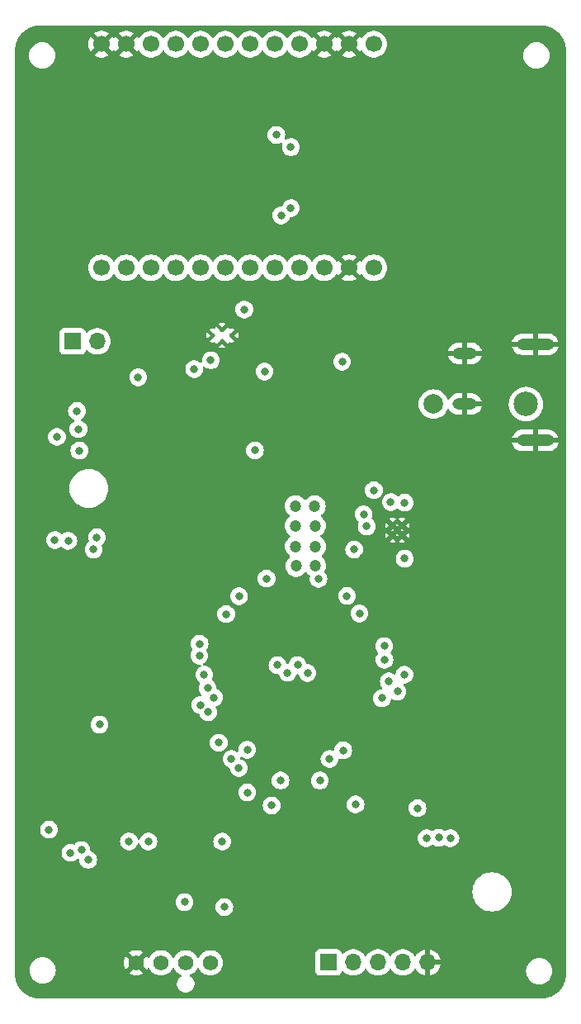
<source format=gbr>
%TF.GenerationSoftware,KiCad,Pcbnew,7.0.1*%
%TF.CreationDate,2023-10-06T09:11:46+02:00*%
%TF.ProjectId,NerdAxe_ultra,4e657264-4178-4655-9f75-6c7472612e6b,rev?*%
%TF.SameCoordinates,Original*%
%TF.FileFunction,Copper,L2,Inr*%
%TF.FilePolarity,Positive*%
%FSLAX46Y46*%
G04 Gerber Fmt 4.6, Leading zero omitted, Abs format (unit mm)*
G04 Created by KiCad (PCBNEW 7.0.1) date 2023-10-06 09:11:46*
%MOMM*%
%LPD*%
G01*
G04 APERTURE LIST*
%TA.AperFunction,ComponentPad*%
%ADD10C,0.500000*%
%TD*%
%TA.AperFunction,ComponentPad*%
%ADD11C,0.400000*%
%TD*%
%TA.AperFunction,ComponentPad*%
%ADD12C,1.574800*%
%TD*%
%TA.AperFunction,ComponentPad*%
%ADD13R,1.700000X1.700000*%
%TD*%
%TA.AperFunction,ComponentPad*%
%ADD14O,1.700000X1.700000*%
%TD*%
%TA.AperFunction,ComponentPad*%
%ADD15C,1.700000*%
%TD*%
%TA.AperFunction,ComponentPad*%
%ADD16C,2.500000*%
%TD*%
%TA.AperFunction,ComponentPad*%
%ADD17O,3.800000X1.200000*%
%TD*%
%TA.AperFunction,ComponentPad*%
%ADD18O,2.500000X1.200000*%
%TD*%
%TA.AperFunction,ComponentPad*%
%ADD19C,2.000000*%
%TD*%
%TA.AperFunction,ViaPad*%
%ADD20C,0.800000*%
%TD*%
%TA.AperFunction,ViaPad*%
%ADD21C,1.000000*%
%TD*%
%TA.AperFunction,ViaPad*%
%ADD22C,1.200000*%
%TD*%
%TA.AperFunction,Conductor*%
%ADD23C,0.228600*%
%TD*%
%TA.AperFunction,Conductor*%
%ADD24C,0.254000*%
%TD*%
G04 APERTURE END LIST*
D10*
%TO.N,GND*%
%TO.C,U2*%
X116922000Y-98765000D03*
X116922000Y-99765000D03*
X115922000Y-99765000D03*
X115922000Y-98765000D03*
%TD*%
D11*
%TO.N,GND*%
%TO.C,U9*%
X98446291Y-78725000D03*
X99396291Y-79300000D03*
X97496291Y-79300000D03*
X98446291Y-79875000D03*
%TD*%
D12*
%TO.N,GND*%
%TO.C,J4*%
X89621000Y-143622000D03*
%TO.N,/5V*%
X92161000Y-143622000D03*
%TO.N,/Fan/FAN_TACH*%
X94701000Y-143622000D03*
%TO.N,/Fan/FAN_PWM*%
X97241000Y-143622000D03*
%TD*%
D13*
%TO.N,/VIN*%
%TO.C,J7*%
X83099400Y-79900000D03*
D14*
%TO.N,/5V*%
X85639400Y-79900000D03*
%TD*%
D13*
%TO.N,/BM1366/1V8*%
%TO.C,J3*%
X109350000Y-143580000D03*
D14*
%TO.N,/BM1366/CI*%
X111890000Y-143580000D03*
%TO.N,/BM1366/RO*%
X114430000Y-143580000D03*
%TO.N,/BM1366/RST_N*%
X116970000Y-143580000D03*
%TO.N,GND*%
X119510000Y-143580000D03*
%TD*%
D15*
%TO.N,/3V3*%
%TO.C,U3*%
X86060000Y-72360000D03*
%TO.N,/RST*%
X88600000Y-72360000D03*
%TO.N,/VDD*%
X91140000Y-72360000D03*
%TO.N,unconnected-(U3-GPIO3-Pad4)*%
X93680000Y-72360000D03*
%TO.N,unconnected-(U3-GPIO10-Pad5)*%
X96220000Y-72360000D03*
%TO.N,/Power/PGOOD*%
X98760000Y-72360000D03*
%TO.N,unconnected-(U3-GPIO12-Pad7)*%
X101300000Y-72360000D03*
%TO.N,unconnected-(U3-GPIO13-Pad8)*%
X103840000Y-72360000D03*
%TO.N,unconnected-(U3-NC-Pad9)*%
X106380000Y-72360000D03*
%TO.N,unconnected-(U3-NC-Pad10)*%
X108920000Y-72360000D03*
%TO.N,GND*%
X111460000Y-72360000D03*
%TO.N,/5V*%
X114000000Y-72360000D03*
%TO.N,/3V3*%
X114000000Y-49440000D03*
%TO.N,GND*%
X111460000Y-49440000D03*
X108920000Y-49440000D03*
%TO.N,unconnected-(U3-NC-Pad16)*%
X106380000Y-49440000D03*
%TO.N,unconnected-(U3-GPIO16-Pad17)*%
X103840000Y-49440000D03*
%TO.N,unconnected-(U3-GPIO21-Pad18)*%
X101300000Y-49440000D03*
%TO.N,/TX*%
X98760000Y-49440000D03*
%TO.N,/RX*%
X96220000Y-49440000D03*
%TO.N,/SDA*%
X93680000Y-49440000D03*
%TO.N,/SCL*%
X91140000Y-49440000D03*
%TO.N,GND*%
X88600000Y-49440000D03*
X86060000Y-49440000D03*
%TD*%
D16*
%TO.N,*%
%TO.C,DC1*%
X129609000Y-86336000D03*
D17*
%TO.N,GND*%
X130569000Y-80206000D03*
D18*
X123359000Y-81136000D03*
X123359000Y-86336000D03*
D19*
%TO.N,/VIN*%
X120109000Y-86336000D03*
D17*
%TO.N,GND*%
X130569000Y-90066000D03*
%TD*%
D20*
%TO.N,GND*%
X80410000Y-139600000D03*
X77987800Y-85990000D03*
X116910000Y-128990000D03*
X97419400Y-101778600D03*
X112980000Y-131260000D03*
X101377600Y-83045800D03*
X97419400Y-96157200D03*
X100679400Y-95548600D03*
X106396000Y-118533000D03*
X97419400Y-93108600D03*
X98959400Y-93108600D03*
X104082000Y-115436000D03*
X98682000Y-136516000D03*
X86842800Y-86675000D03*
X98959400Y-101778600D03*
X106408000Y-116351000D03*
X95645200Y-79309200D03*
D21*
X100765000Y-145890000D03*
D20*
X97419400Y-94588600D03*
X92200000Y-73800000D03*
X105673000Y-117442000D03*
X80559400Y-91040000D03*
X97419400Y-97928600D03*
X81520055Y-105309945D03*
X98959400Y-99798600D03*
X117602000Y-123903000D03*
X104855000Y-118563000D03*
X104132000Y-117472000D03*
X98959400Y-94588600D03*
X97419400Y-99798600D03*
X112922500Y-102037000D03*
X107144000Y-117442000D03*
X90897000Y-129309000D03*
X112318000Y-95325000D03*
X105623000Y-115406000D03*
X98959400Y-97928600D03*
X104867000Y-116381000D03*
X105330000Y-132320000D03*
X104430000Y-130240000D03*
X98959400Y-96157200D03*
X115573700Y-102188000D03*
X120310000Y-100000000D03*
X83001194Y-129118806D03*
X88000000Y-102200000D03*
X84070000Y-107050000D03*
X95260000Y-132630000D03*
X107094000Y-115406000D03*
X100679400Y-93800000D03*
%TO.N,/BM1366/1V8*%
X101015000Y-126170000D03*
X115737362Y-96385646D03*
X118490000Y-127770000D03*
X117172000Y-102173000D03*
X112130000Y-127390000D03*
X109458000Y-122723000D03*
X101015000Y-121775000D03*
%TO.N,/BM1366/VDD4_0*%
X115099642Y-112550642D03*
%TO.N,/VDD*%
X103000000Y-104240000D03*
X105152000Y-113890000D03*
D22*
X107969400Y-98818600D03*
X108009400Y-100948600D03*
D20*
X104126000Y-113110000D03*
X108330000Y-104270000D03*
X107204000Y-113920000D03*
D22*
X108009400Y-102918600D03*
D20*
X106178000Y-113110000D03*
D22*
X105979400Y-98818600D03*
X105979400Y-96778600D03*
X107949400Y-96798600D03*
X106029400Y-102948600D03*
X105999400Y-100928600D03*
D20*
%TO.N,/5V*%
X88883000Y-131168000D03*
X100714600Y-76647800D03*
X94580000Y-137390000D03*
X90881000Y-131182000D03*
X98450000Y-131200000D03*
%TO.N,/3V3*%
X114010000Y-95176000D03*
X83800000Y-91100000D03*
X98662000Y-137914100D03*
X110750000Y-82000000D03*
X117172000Y-96434000D03*
X80676100Y-129980000D03*
X82880000Y-132350000D03*
X85260000Y-101250000D03*
X83700000Y-88900000D03*
%TO.N,/TX*%
X105500000Y-60000000D03*
X105500000Y-66250000D03*
%TO.N,/RX*%
X104500000Y-67000000D03*
X104000000Y-58750000D03*
%TO.N,/BM1366/VDD3_0*%
X115070000Y-111160000D03*
%TO.N,/BM1366/VDD2_0*%
X112530000Y-107800000D03*
%TO.N,/BM1366/MODE_OUT*%
X110862000Y-121832000D03*
%TO.N,/TEMP_N*%
X119411500Y-130842500D03*
%TO.N,/TEMP_P*%
X120680000Y-130802000D03*
%TO.N,/SCL*%
X81280000Y-100290000D03*
X84010000Y-132070000D03*
X81500000Y-89700000D03*
%TO.N,/Power/OUT0*%
X85600000Y-100000000D03*
X89829400Y-83588600D03*
%TO.N,/BM1366/0V8*%
X108468000Y-124939000D03*
X100155000Y-123661000D03*
X104431000Y-124939000D03*
X103530000Y-127490000D03*
%TO.N,/BM1366/VDD1_0*%
X111250000Y-106010000D03*
%TO.N,/BM1366/VDD1_1*%
X100180000Y-106040000D03*
%TO.N,/BM1366/VDD2_1*%
X98850000Y-107880000D03*
%TO.N,/BM1366/MODE_0*%
X98090000Y-121060000D03*
%TO.N,/BM1366/VDD3_1*%
X96130000Y-110920000D03*
%TO.N,/BM1366/VDD4_1*%
X96109000Y-112124000D03*
%TO.N,/BM1366/CI*%
X121860400Y-130850000D03*
X113272599Y-98869299D03*
%TO.N,/BM1366/RO*%
X112962000Y-97645000D03*
X116428000Y-115817000D03*
%TO.N,/BM1366/RST_N*%
X117148868Y-114071132D03*
X112000000Y-101250000D03*
%TO.N,Net-(Q1-G)*%
X97277600Y-81845800D03*
X95577600Y-82745800D03*
%TO.N,Net-(Q2-G)*%
X101810000Y-91090000D03*
X102800000Y-83000000D03*
%TO.N,/BM1366/RI*%
X97600000Y-116430000D03*
%TO.N,/BM1366/CLKI*%
X114844000Y-116495900D03*
%TO.N,/BM1366/NRSTO*%
X96610000Y-114090000D03*
%TO.N,/BM1366/BO*%
X96950000Y-115460000D03*
%TO.N,/BM1366/CLKO*%
X96220000Y-117200000D03*
%TO.N,/BM1366/CO*%
X97010000Y-117920000D03*
%TO.N,/BM1366/MODE_1*%
X99393000Y-122727000D03*
%TO.N,/SDA*%
X84702648Y-133065000D03*
X83551542Y-87051542D03*
X82660000Y-100350000D03*
%TO.N,/BM1366/BI*%
X115540000Y-114780000D03*
%TO.N,/BM1366/NC*%
X85860000Y-119200000D03*
%TD*%
D23*
%TO.N,GND*%
X85300000Y-92200000D02*
X81200000Y-92200000D01*
X86842800Y-86675000D02*
X86842800Y-90657200D01*
X80559400Y-91559400D02*
X80559400Y-91040000D01*
D24*
X92200000Y-73800000D02*
X92200000Y-74400000D01*
X92200000Y-74400000D02*
X95645200Y-77845200D01*
X95645200Y-77845200D02*
X95645200Y-79309200D01*
D23*
X81200000Y-92200000D02*
X80559400Y-91559400D01*
X86842800Y-90657200D02*
X85300000Y-92200000D01*
%TD*%
%TA.AperFunction,Conductor*%
%TO.N,GND*%
G36*
X131195525Y-47522697D02*
G01*
X131307674Y-47528996D01*
X131476224Y-47539192D01*
X131489707Y-47540740D01*
X131621684Y-47563164D01*
X131623061Y-47563407D01*
X131768104Y-47589988D01*
X131780250Y-47592842D01*
X131912720Y-47631006D01*
X131915297Y-47631779D01*
X132052072Y-47674400D01*
X132062774Y-47678275D01*
X132142227Y-47711186D01*
X132191674Y-47731668D01*
X132195122Y-47733157D01*
X132320723Y-47789685D01*
X132324217Y-47791258D01*
X132333451Y-47795878D01*
X132456350Y-47863802D01*
X132460487Y-47866194D01*
X132580926Y-47939002D01*
X132588638Y-47944059D01*
X132703509Y-48025564D01*
X132708285Y-48029127D01*
X132818702Y-48115633D01*
X132824955Y-48120867D01*
X132930086Y-48214817D01*
X132935222Y-48219673D01*
X133034325Y-48318776D01*
X133039181Y-48323912D01*
X133133131Y-48429043D01*
X133138365Y-48435296D01*
X133224871Y-48545713D01*
X133228447Y-48550506D01*
X133309929Y-48665344D01*
X133314996Y-48673072D01*
X133354636Y-48738643D01*
X133380241Y-48781000D01*
X133387780Y-48793470D01*
X133390216Y-48797682D01*
X133415940Y-48844226D01*
X133458120Y-48920547D01*
X133462740Y-48929781D01*
X133520821Y-49058830D01*
X133522330Y-49062324D01*
X133575719Y-49191214D01*
X133579606Y-49201948D01*
X133622215Y-49338688D01*
X133622996Y-49341292D01*
X133661153Y-49473738D01*
X133664013Y-49485907D01*
X133690570Y-49630822D01*
X133690854Y-49632428D01*
X133713257Y-49764284D01*
X133714807Y-49777782D01*
X133724990Y-49946127D01*
X133725022Y-49946669D01*
X133731302Y-50058473D01*
X133731500Y-50065539D01*
X133731500Y-144740461D01*
X133731302Y-144747524D01*
X133731243Y-144748569D01*
X133725022Y-144859329D01*
X133724990Y-144859871D01*
X133714807Y-145028216D01*
X133713257Y-145041714D01*
X133690854Y-145173570D01*
X133690570Y-145175176D01*
X133664013Y-145320091D01*
X133661153Y-145332260D01*
X133622996Y-145464706D01*
X133622215Y-145467310D01*
X133579606Y-145604050D01*
X133575719Y-145614784D01*
X133522330Y-145743674D01*
X133520821Y-145747168D01*
X133462740Y-145876217D01*
X133458120Y-145885451D01*
X133390231Y-146008290D01*
X133387780Y-146012528D01*
X133314996Y-146132926D01*
X133309929Y-146140654D01*
X133228447Y-146255492D01*
X133224871Y-146260285D01*
X133138365Y-146370702D01*
X133133131Y-146376955D01*
X133039181Y-146482086D01*
X133034325Y-146487222D01*
X132935222Y-146586325D01*
X132930086Y-146591181D01*
X132824955Y-146685131D01*
X132818702Y-146690365D01*
X132708285Y-146776871D01*
X132703492Y-146780447D01*
X132588654Y-146861929D01*
X132580926Y-146866996D01*
X132460528Y-146939780D01*
X132456290Y-146942231D01*
X132333451Y-147010120D01*
X132324217Y-147014740D01*
X132195168Y-147072821D01*
X132191674Y-147074330D01*
X132062784Y-147127719D01*
X132052050Y-147131606D01*
X131915310Y-147174215D01*
X131912706Y-147174996D01*
X131780260Y-147213153D01*
X131768091Y-147216013D01*
X131623176Y-147242570D01*
X131621570Y-147242854D01*
X131489714Y-147265257D01*
X131476216Y-147266807D01*
X131307871Y-147276990D01*
X131307329Y-147277022D01*
X131201992Y-147282938D01*
X131195524Y-147283302D01*
X131188461Y-147283500D01*
X79732539Y-147283500D01*
X79725475Y-147283302D01*
X79718383Y-147282903D01*
X79613669Y-147277022D01*
X79613127Y-147276990D01*
X79444782Y-147266807D01*
X79431284Y-147265257D01*
X79299428Y-147242854D01*
X79297822Y-147242570D01*
X79152907Y-147216013D01*
X79140738Y-147213153D01*
X79008292Y-147174996D01*
X79005688Y-147174215D01*
X78868948Y-147131606D01*
X78858214Y-147127719D01*
X78729324Y-147074330D01*
X78725830Y-147072821D01*
X78596781Y-147014740D01*
X78587547Y-147010120D01*
X78511226Y-146967940D01*
X78464682Y-146942216D01*
X78460470Y-146939780D01*
X78340072Y-146866996D01*
X78332344Y-146861929D01*
X78217506Y-146780447D01*
X78212713Y-146776871D01*
X78102296Y-146690365D01*
X78096043Y-146685131D01*
X77990912Y-146591181D01*
X77985776Y-146586325D01*
X77886673Y-146487222D01*
X77881817Y-146482086D01*
X77787867Y-146376955D01*
X77782633Y-146370702D01*
X77696127Y-146260285D01*
X77692564Y-146255509D01*
X77611059Y-146140638D01*
X77606002Y-146132926D01*
X77533194Y-146012487D01*
X77530802Y-146008350D01*
X77462878Y-145885451D01*
X77458258Y-145876217D01*
X77456685Y-145872723D01*
X77400157Y-145747122D01*
X77398668Y-145743674D01*
X77361483Y-145653903D01*
X77345275Y-145614774D01*
X77341400Y-145604072D01*
X77298779Y-145467297D01*
X77298002Y-145464706D01*
X77284688Y-145418492D01*
X77259842Y-145332250D01*
X77256988Y-145320104D01*
X77230407Y-145175061D01*
X77230164Y-145173684D01*
X77207740Y-145041707D01*
X77206191Y-145028216D01*
X77203710Y-144987196D01*
X77195996Y-144859674D01*
X77189697Y-144747525D01*
X77189500Y-144740462D01*
X77189500Y-144380000D01*
X78664341Y-144380000D01*
X78684937Y-144615409D01*
X78746096Y-144843662D01*
X78845965Y-145057829D01*
X78981507Y-145251404D01*
X79148595Y-145418492D01*
X79148598Y-145418494D01*
X79148599Y-145418495D01*
X79342171Y-145554035D01*
X79556337Y-145653903D01*
X79784592Y-145715063D01*
X79961034Y-145730500D01*
X80078960Y-145730500D01*
X80078966Y-145730500D01*
X80255408Y-145715063D01*
X80483663Y-145653903D01*
X80697829Y-145554035D01*
X80891401Y-145418495D01*
X81058495Y-145251401D01*
X81194035Y-145057830D01*
X81293903Y-144843663D01*
X81332383Y-144700052D01*
X88902158Y-144700052D01*
X88970824Y-144748133D01*
X89176258Y-144843927D01*
X89395192Y-144902592D01*
X89621000Y-144922347D01*
X89846807Y-144902592D01*
X90065741Y-144843927D01*
X90271171Y-144748134D01*
X90339840Y-144700051D01*
X89621000Y-143981210D01*
X89620999Y-143981210D01*
X88902158Y-144700050D01*
X88902158Y-144700052D01*
X81332383Y-144700052D01*
X81355063Y-144615408D01*
X81375659Y-144380000D01*
X81355063Y-144144592D01*
X81293903Y-143916337D01*
X81194035Y-143702171D01*
X81137899Y-143622000D01*
X88320652Y-143622000D01*
X88340407Y-143847807D01*
X88399072Y-144066741D01*
X88494868Y-144272178D01*
X88542946Y-144340840D01*
X89261789Y-143622000D01*
X89980210Y-143622000D01*
X90699051Y-144340840D01*
X90747136Y-144272170D01*
X90776528Y-144209137D01*
X90823022Y-144156119D01*
X90890722Y-144136386D01*
X90958422Y-144156118D01*
X91004917Y-144209135D01*
X91034429Y-144272423D01*
X91164493Y-144458173D01*
X91324826Y-144618506D01*
X91324829Y-144618508D01*
X91324830Y-144618509D01*
X91510575Y-144748569D01*
X91606417Y-144793261D01*
X91716082Y-144844399D01*
X91761584Y-144856591D01*
X91935110Y-144903087D01*
X92161000Y-144922850D01*
X92386890Y-144903087D01*
X92605917Y-144844399D01*
X92811425Y-144748569D01*
X92997170Y-144618509D01*
X93157509Y-144458170D01*
X93287569Y-144272425D01*
X93316805Y-144209727D01*
X93363300Y-144156711D01*
X93431000Y-144136978D01*
X93498700Y-144156711D01*
X93545195Y-144209728D01*
X93574431Y-144272425D01*
X93704493Y-144458173D01*
X93864826Y-144618506D01*
X94050573Y-144748568D01*
X94050574Y-144748568D01*
X94050575Y-144748569D01*
X94146417Y-144793261D01*
X94187457Y-144812398D01*
X94238972Y-144856591D01*
X94260087Y-144921096D01*
X94244675Y-144987196D01*
X94197209Y-145035711D01*
X94170141Y-145051338D01*
X94029831Y-145177675D01*
X93918852Y-145330425D01*
X93842055Y-145502912D01*
X93831189Y-145554034D01*
X93802800Y-145687596D01*
X93802800Y-145876406D01*
X93842055Y-146061089D01*
X93918851Y-146233575D01*
X94023022Y-146376955D01*
X94029831Y-146386326D01*
X94170141Y-146512662D01*
X94333656Y-146607068D01*
X94420082Y-146635149D01*
X94513225Y-146665413D01*
X94653923Y-146680201D01*
X94748074Y-146680201D01*
X94748077Y-146680201D01*
X94888775Y-146665413D01*
X95068343Y-146607068D01*
X95231857Y-146512663D01*
X95372170Y-146386325D01*
X95483149Y-146233575D01*
X95559945Y-146061089D01*
X95599200Y-145876406D01*
X95599200Y-145687596D01*
X95559945Y-145502913D01*
X95483149Y-145330427D01*
X95372170Y-145177677D01*
X95372168Y-145177675D01*
X95231859Y-145051340D01*
X95204791Y-145035712D01*
X95157324Y-144987197D01*
X95141912Y-144921096D01*
X95163027Y-144856591D01*
X95214540Y-144812399D01*
X95351425Y-144748569D01*
X95537170Y-144618509D01*
X95697509Y-144458170D01*
X95827569Y-144272425D01*
X95856805Y-144209727D01*
X95903300Y-144156711D01*
X95971000Y-144136978D01*
X96038700Y-144156711D01*
X96085195Y-144209728D01*
X96114431Y-144272425D01*
X96244493Y-144458173D01*
X96404826Y-144618506D01*
X96404829Y-144618508D01*
X96404830Y-144618509D01*
X96590575Y-144748569D01*
X96686417Y-144793261D01*
X96796082Y-144844399D01*
X96841584Y-144856591D01*
X97015110Y-144903087D01*
X97241000Y-144922850D01*
X97466890Y-144903087D01*
X97685917Y-144844399D01*
X97891425Y-144748569D01*
X98077170Y-144618509D01*
X98217041Y-144478638D01*
X107991500Y-144478638D01*
X107998011Y-144539201D01*
X108014173Y-144582533D01*
X108049111Y-144676205D01*
X108136738Y-144793261D01*
X108253794Y-144880888D01*
X108253795Y-144880888D01*
X108253796Y-144880889D01*
X108390799Y-144931989D01*
X108451362Y-144938500D01*
X110248638Y-144938500D01*
X110309201Y-144931989D01*
X110446204Y-144880889D01*
X110563261Y-144793261D01*
X110650889Y-144676204D01*
X110694999Y-144557941D01*
X110731530Y-144505903D01*
X110788821Y-144478327D01*
X110852282Y-144482237D01*
X110905753Y-144516636D01*
X110943780Y-144557943D01*
X110966762Y-144582908D01*
X111144421Y-144721187D01*
X111144424Y-144721189D01*
X111342426Y-144828342D01*
X111555365Y-144901444D01*
X111777431Y-144938500D01*
X112002566Y-144938500D01*
X112002569Y-144938500D01*
X112224635Y-144901444D01*
X112437574Y-144828342D01*
X112635576Y-144721189D01*
X112813240Y-144582906D01*
X112965722Y-144417268D01*
X113054518Y-144281354D01*
X113100031Y-144239458D01*
X113160000Y-144224272D01*
X113219969Y-144239458D01*
X113265481Y-144281354D01*
X113354278Y-144417268D01*
X113466525Y-144539200D01*
X113506762Y-144582908D01*
X113684421Y-144721187D01*
X113684424Y-144721189D01*
X113882426Y-144828342D01*
X114095365Y-144901444D01*
X114317431Y-144938500D01*
X114542566Y-144938500D01*
X114542569Y-144938500D01*
X114764635Y-144901444D01*
X114977574Y-144828342D01*
X115175576Y-144721189D01*
X115353240Y-144582906D01*
X115505722Y-144417268D01*
X115594518Y-144281354D01*
X115640031Y-144239458D01*
X115700000Y-144224272D01*
X115759969Y-144239458D01*
X115805481Y-144281354D01*
X115894278Y-144417268D01*
X116006525Y-144539200D01*
X116046762Y-144582908D01*
X116224421Y-144721187D01*
X116224424Y-144721189D01*
X116422426Y-144828342D01*
X116635365Y-144901444D01*
X116857431Y-144938500D01*
X117082566Y-144938500D01*
X117082569Y-144938500D01*
X117304635Y-144901444D01*
X117517574Y-144828342D01*
X117715576Y-144721189D01*
X117893240Y-144582906D01*
X118045722Y-144417268D01*
X118134818Y-144280896D01*
X118180329Y-144238999D01*
X118240299Y-144223813D01*
X118300268Y-144238999D01*
X118345782Y-144280897D01*
X118434678Y-144416962D01*
X118587096Y-144582533D01*
X118764697Y-144720766D01*
X118962631Y-144827883D01*
X119175485Y-144900955D01*
X119256000Y-144914391D01*
X119256000Y-143834000D01*
X119764000Y-143834000D01*
X119764000Y-144914391D01*
X119844514Y-144900955D01*
X120057368Y-144827883D01*
X120255302Y-144720766D01*
X120432903Y-144582533D01*
X120536497Y-144469999D01*
X129624341Y-144469999D01*
X129644937Y-144705409D01*
X129706096Y-144933662D01*
X129805965Y-145147829D01*
X129941507Y-145341404D01*
X130108595Y-145508492D01*
X130108598Y-145508494D01*
X130108599Y-145508495D01*
X130302171Y-145644035D01*
X130516337Y-145743903D01*
X130744592Y-145805063D01*
X130921034Y-145820500D01*
X131038960Y-145820500D01*
X131038966Y-145820500D01*
X131215408Y-145805063D01*
X131443663Y-145743903D01*
X131657829Y-145644035D01*
X131851401Y-145508495D01*
X132018495Y-145341401D01*
X132154035Y-145147830D01*
X132253903Y-144933663D01*
X132315063Y-144705408D01*
X132335659Y-144470000D01*
X132315063Y-144234592D01*
X132253903Y-144006337D01*
X132154035Y-143792171D01*
X132018495Y-143598599D01*
X132018494Y-143598598D01*
X132018492Y-143598595D01*
X131851404Y-143431507D01*
X131657829Y-143295965D01*
X131443662Y-143196096D01*
X131215409Y-143134937D01*
X131190201Y-143132731D01*
X131038966Y-143119500D01*
X130921034Y-143119500D01*
X130788702Y-143131077D01*
X130744590Y-143134937D01*
X130516337Y-143196096D01*
X130302170Y-143295965D01*
X130108595Y-143431507D01*
X129941507Y-143598595D01*
X129805965Y-143792169D01*
X129706096Y-144006336D01*
X129644937Y-144234590D01*
X129624341Y-144469999D01*
X120536497Y-144469999D01*
X120585321Y-144416962D01*
X120708419Y-144228548D01*
X120798822Y-144022451D01*
X120846544Y-143834000D01*
X119764000Y-143834000D01*
X119256000Y-143834000D01*
X119256000Y-142245609D01*
X119764000Y-142245609D01*
X119764000Y-143326000D01*
X120846544Y-143326000D01*
X120846544Y-143325999D01*
X120798822Y-143137548D01*
X120708419Y-142931451D01*
X120585321Y-142743037D01*
X120432903Y-142577466D01*
X120255302Y-142439233D01*
X120057368Y-142332116D01*
X119844514Y-142259044D01*
X119764000Y-142245609D01*
X119256000Y-142245609D01*
X119175485Y-142259044D01*
X118962631Y-142332116D01*
X118764697Y-142439233D01*
X118587096Y-142577466D01*
X118434678Y-142743037D01*
X118345782Y-142879102D01*
X118300268Y-142921000D01*
X118240299Y-142936186D01*
X118180329Y-142921000D01*
X118134816Y-142879101D01*
X118073879Y-142785830D01*
X118045722Y-142742732D01*
X117893240Y-142577094D01*
X117893239Y-142577093D01*
X117893237Y-142577091D01*
X117715578Y-142438812D01*
X117517573Y-142331657D01*
X117306056Y-142259044D01*
X117304635Y-142258556D01*
X117082569Y-142221500D01*
X116857431Y-142221500D01*
X116635365Y-142258556D01*
X116635362Y-142258556D01*
X116635362Y-142258557D01*
X116422426Y-142331657D01*
X116224421Y-142438812D01*
X116046762Y-142577091D01*
X115894278Y-142742731D01*
X115805483Y-142878643D01*
X115759969Y-142920541D01*
X115700000Y-142935727D01*
X115640031Y-142920541D01*
X115594517Y-142878643D01*
X115533879Y-142785830D01*
X115505722Y-142742732D01*
X115353240Y-142577094D01*
X115353239Y-142577093D01*
X115353237Y-142577091D01*
X115175578Y-142438812D01*
X114977573Y-142331657D01*
X114766056Y-142259044D01*
X114764635Y-142258556D01*
X114542569Y-142221500D01*
X114317431Y-142221500D01*
X114095365Y-142258556D01*
X114095362Y-142258556D01*
X114095362Y-142258557D01*
X113882426Y-142331657D01*
X113684421Y-142438812D01*
X113506762Y-142577091D01*
X113354278Y-142742731D01*
X113265483Y-142878643D01*
X113219969Y-142920541D01*
X113160000Y-142935727D01*
X113100031Y-142920541D01*
X113054517Y-142878643D01*
X112993879Y-142785830D01*
X112965722Y-142742732D01*
X112813240Y-142577094D01*
X112813239Y-142577093D01*
X112813237Y-142577091D01*
X112635578Y-142438812D01*
X112437573Y-142331657D01*
X112226056Y-142259044D01*
X112224635Y-142258556D01*
X112002569Y-142221500D01*
X111777431Y-142221500D01*
X111555365Y-142258556D01*
X111555362Y-142258556D01*
X111555362Y-142258557D01*
X111342426Y-142331657D01*
X111144421Y-142438812D01*
X110966758Y-142577094D01*
X110905754Y-142643362D01*
X110852282Y-142677762D01*
X110788820Y-142681672D01*
X110731530Y-142654096D01*
X110694998Y-142602056D01*
X110685688Y-142577094D01*
X110650889Y-142483796D01*
X110650888Y-142483794D01*
X110563261Y-142366738D01*
X110446205Y-142279111D01*
X110377702Y-142253560D01*
X110309201Y-142228011D01*
X110248638Y-142221500D01*
X108451362Y-142221500D01*
X108390799Y-142228011D01*
X108253794Y-142279111D01*
X108136738Y-142366738D01*
X108049111Y-142483794D01*
X108005002Y-142602056D01*
X107998011Y-142620799D01*
X107991500Y-142681362D01*
X107991500Y-144478638D01*
X98217041Y-144478638D01*
X98237509Y-144458170D01*
X98367569Y-144272425D01*
X98463399Y-144066917D01*
X98522087Y-143847890D01*
X98541850Y-143622000D01*
X98522087Y-143396110D01*
X98463399Y-143177083D01*
X98367569Y-142971575D01*
X98237509Y-142785830D01*
X98237508Y-142785829D01*
X98237506Y-142785826D01*
X98077173Y-142625493D01*
X97891425Y-142495431D01*
X97685917Y-142399600D01*
X97466890Y-142340913D01*
X97241000Y-142321150D01*
X97015109Y-142340913D01*
X96796082Y-142399600D01*
X96590574Y-142495431D01*
X96404826Y-142625493D01*
X96244493Y-142785826D01*
X96114430Y-142971575D01*
X96085193Y-143034273D01*
X96038697Y-143087289D01*
X95970998Y-143107021D01*
X95903298Y-143087288D01*
X95856804Y-143034270D01*
X95827569Y-142971575D01*
X95697506Y-142785826D01*
X95537173Y-142625493D01*
X95351425Y-142495431D01*
X95145917Y-142399600D01*
X94926890Y-142340913D01*
X94701000Y-142321150D01*
X94475109Y-142340913D01*
X94256082Y-142399600D01*
X94050574Y-142495431D01*
X93864826Y-142625493D01*
X93704493Y-142785826D01*
X93574430Y-142971575D01*
X93545193Y-143034273D01*
X93498697Y-143087289D01*
X93430998Y-143107021D01*
X93363298Y-143087288D01*
X93316804Y-143034270D01*
X93287569Y-142971575D01*
X93157506Y-142785826D01*
X92997173Y-142625493D01*
X92811425Y-142495431D01*
X92605917Y-142399600D01*
X92386890Y-142340913D01*
X92161000Y-142321150D01*
X91935109Y-142340913D01*
X91716082Y-142399600D01*
X91510574Y-142495431D01*
X91324826Y-142625493D01*
X91164493Y-142785826D01*
X91034430Y-142971575D01*
X91004917Y-143034865D01*
X90958421Y-143087881D01*
X90890722Y-143107613D01*
X90823022Y-143087880D01*
X90776528Y-143034862D01*
X90747134Y-142971826D01*
X90699052Y-142903158D01*
X90699050Y-142903158D01*
X89980210Y-143621999D01*
X89980210Y-143622000D01*
X89261789Y-143622000D01*
X89261789Y-143621999D01*
X88542947Y-142903157D01*
X88494866Y-142971826D01*
X88399072Y-143177258D01*
X88340407Y-143396192D01*
X88320652Y-143622000D01*
X81137899Y-143622000D01*
X81058495Y-143508599D01*
X81058494Y-143508598D01*
X81058492Y-143508595D01*
X80891404Y-143341507D01*
X80697829Y-143205965D01*
X80483662Y-143106096D01*
X80255409Y-143044937D01*
X80230201Y-143042731D01*
X80078966Y-143029500D01*
X79961034Y-143029500D01*
X79828702Y-143041077D01*
X79784590Y-143044937D01*
X79556337Y-143106096D01*
X79342170Y-143205965D01*
X79148595Y-143341507D01*
X78981507Y-143508595D01*
X78845965Y-143702169D01*
X78746096Y-143916336D01*
X78684937Y-144144590D01*
X78664341Y-144380000D01*
X77189500Y-144380000D01*
X77189500Y-142543947D01*
X88902157Y-142543947D01*
X89620999Y-143262789D01*
X89621000Y-143262789D01*
X90339840Y-142543946D01*
X90339840Y-142543945D01*
X90271178Y-142495868D01*
X90065741Y-142400072D01*
X89846807Y-142341407D01*
X89621000Y-142321652D01*
X89395192Y-142341407D01*
X89176258Y-142400072D01*
X88970826Y-142495866D01*
X88902157Y-142543947D01*
X77189500Y-142543947D01*
X77189500Y-137390000D01*
X93666496Y-137390000D01*
X93686458Y-137579929D01*
X93745472Y-137761556D01*
X93840958Y-137926942D01*
X93840960Y-137926944D01*
X93968747Y-138068866D01*
X94123248Y-138181118D01*
X94297712Y-138258794D01*
X94484513Y-138298500D01*
X94675485Y-138298500D01*
X94675487Y-138298500D01*
X94862288Y-138258794D01*
X95036752Y-138181118D01*
X95191253Y-138068866D01*
X95319040Y-137926944D01*
X95326456Y-137914100D01*
X97748496Y-137914100D01*
X97768458Y-138104029D01*
X97827472Y-138285656D01*
X97922958Y-138451042D01*
X97922960Y-138451044D01*
X98050747Y-138592966D01*
X98205248Y-138705218D01*
X98379712Y-138782894D01*
X98566513Y-138822600D01*
X98757485Y-138822600D01*
X98757487Y-138822600D01*
X98944288Y-138782894D01*
X99118752Y-138705218D01*
X99273253Y-138592966D01*
X99401040Y-138451044D01*
X99496527Y-138285656D01*
X99555542Y-138104028D01*
X99575504Y-137914100D01*
X99555542Y-137724172D01*
X99496527Y-137542544D01*
X99496527Y-137542543D01*
X99401041Y-137377157D01*
X99273252Y-137235233D01*
X99118753Y-137122983D01*
X99118752Y-137122982D01*
X98944288Y-137045306D01*
X98757487Y-137005600D01*
X98566513Y-137005600D01*
X98441978Y-137032070D01*
X98379711Y-137045306D01*
X98205246Y-137122983D01*
X98050747Y-137235233D01*
X97922958Y-137377157D01*
X97827472Y-137542543D01*
X97768458Y-137724170D01*
X97748496Y-137914100D01*
X95326456Y-137914100D01*
X95414527Y-137761556D01*
X95473542Y-137579928D01*
X95493504Y-137390000D01*
X95473542Y-137200072D01*
X95414527Y-137018444D01*
X95414527Y-137018443D01*
X95319041Y-136853057D01*
X95191252Y-136711133D01*
X95087053Y-136635428D01*
X95036752Y-136598882D01*
X94862288Y-136521206D01*
X94675487Y-136481500D01*
X94484513Y-136481500D01*
X94359979Y-136507970D01*
X94297711Y-136521206D01*
X94123246Y-136598883D01*
X93968747Y-136711133D01*
X93840958Y-136853057D01*
X93745472Y-137018443D01*
X93686458Y-137200070D01*
X93666496Y-137390000D01*
X77189500Y-137390000D01*
X77189500Y-136350000D01*
X124124389Y-136350000D01*
X124144803Y-136635424D01*
X124144804Y-136635428D01*
X124205631Y-136915046D01*
X124305633Y-137183161D01*
X124334067Y-137235233D01*
X124442775Y-137434317D01*
X124614262Y-137663397D01*
X124816602Y-137865737D01*
X124898362Y-137926942D01*
X125045685Y-138037226D01*
X125296839Y-138174367D01*
X125564954Y-138274369D01*
X125844572Y-138335196D01*
X126058552Y-138350500D01*
X126201447Y-138350500D01*
X126201448Y-138350500D01*
X126415428Y-138335196D01*
X126695046Y-138274369D01*
X126963161Y-138174367D01*
X127214315Y-138037226D01*
X127443395Y-137865739D01*
X127645739Y-137663395D01*
X127817226Y-137434315D01*
X127954367Y-137183161D01*
X128054369Y-136915046D01*
X128115196Y-136635428D01*
X128135610Y-136350000D01*
X128115196Y-136064572D01*
X128054369Y-135784954D01*
X127954367Y-135516839D01*
X127817226Y-135265685D01*
X127645739Y-135036605D01*
X127645737Y-135036602D01*
X127443397Y-134834262D01*
X127214317Y-134662775D01*
X127171961Y-134639646D01*
X126963161Y-134525633D01*
X126695046Y-134425631D01*
X126519946Y-134387540D01*
X126415424Y-134364803D01*
X126220931Y-134350893D01*
X126201448Y-134349500D01*
X126058552Y-134349500D01*
X126040694Y-134350777D01*
X125844575Y-134364803D01*
X125564954Y-134425630D01*
X125564954Y-134425631D01*
X125296839Y-134525633D01*
X125296837Y-134525633D01*
X125296837Y-134525634D01*
X125045682Y-134662775D01*
X124816602Y-134834262D01*
X124614262Y-135036602D01*
X124442775Y-135265682D01*
X124305634Y-135516837D01*
X124205631Y-135784954D01*
X124144803Y-136064575D01*
X124124389Y-136350000D01*
X77189500Y-136350000D01*
X77189500Y-132349999D01*
X81966496Y-132349999D01*
X81986458Y-132539929D01*
X82045472Y-132721556D01*
X82140958Y-132886942D01*
X82166905Y-132915759D01*
X82268747Y-133028866D01*
X82423248Y-133141118D01*
X82597712Y-133218794D01*
X82784513Y-133258500D01*
X82975485Y-133258500D01*
X82975487Y-133258500D01*
X83162288Y-133218794D01*
X83336752Y-133141118D01*
X83491253Y-133028866D01*
X83555557Y-132957447D01*
X83597941Y-132926653D01*
X83649189Y-132915759D01*
X83700437Y-132926651D01*
X83715435Y-132933328D01*
X83757823Y-132964122D01*
X83784021Y-133009494D01*
X83789501Y-133061600D01*
X83789144Y-133064997D01*
X83809106Y-133254929D01*
X83868120Y-133436556D01*
X83963606Y-133601942D01*
X83963608Y-133601944D01*
X84091395Y-133743866D01*
X84245896Y-133856118D01*
X84420360Y-133933794D01*
X84607161Y-133973500D01*
X84798133Y-133973500D01*
X84798135Y-133973500D01*
X84984936Y-133933794D01*
X85159400Y-133856118D01*
X85313901Y-133743866D01*
X85441688Y-133601944D01*
X85537175Y-133436556D01*
X85596190Y-133254928D01*
X85616152Y-133065000D01*
X85596190Y-132875072D01*
X85537175Y-132693444D01*
X85537175Y-132693443D01*
X85441689Y-132528057D01*
X85313900Y-132386133D01*
X85159401Y-132273883D01*
X85159400Y-132273882D01*
X84997207Y-132201669D01*
X84954820Y-132170873D01*
X84928624Y-132125498D01*
X84923147Y-132073393D01*
X84923504Y-132070000D01*
X84903542Y-131880072D01*
X84851188Y-131718944D01*
X84844527Y-131698443D01*
X84749041Y-131533057D01*
X84621252Y-131391133D01*
X84466753Y-131278883D01*
X84466752Y-131278882D01*
X84292288Y-131201206D01*
X84136067Y-131168000D01*
X87969496Y-131168000D01*
X87972859Y-131200000D01*
X87989458Y-131357929D01*
X88048472Y-131539556D01*
X88143958Y-131704942D01*
X88172771Y-131736942D01*
X88271747Y-131846866D01*
X88426248Y-131959118D01*
X88600712Y-132036794D01*
X88787513Y-132076500D01*
X88978485Y-132076500D01*
X88978487Y-132076500D01*
X89165288Y-132036794D01*
X89339752Y-131959118D01*
X89494253Y-131846866D01*
X89622040Y-131704944D01*
X89717527Y-131539556D01*
X89759893Y-131409166D01*
X89793472Y-131356254D01*
X89848390Y-131326063D01*
X89911060Y-131326062D01*
X89965978Y-131356254D01*
X89999558Y-131409168D01*
X90046472Y-131553555D01*
X90141958Y-131718942D01*
X90141960Y-131718944D01*
X90269747Y-131860866D01*
X90424248Y-131973118D01*
X90598712Y-132050794D01*
X90785513Y-132090500D01*
X90976485Y-132090500D01*
X90976487Y-132090500D01*
X91163288Y-132050794D01*
X91337752Y-131973118D01*
X91492253Y-131860866D01*
X91620040Y-131718944D01*
X91715527Y-131553556D01*
X91774542Y-131371928D01*
X91792612Y-131200000D01*
X97536496Y-131200000D01*
X97556458Y-131389929D01*
X97615472Y-131571556D01*
X97710958Y-131736942D01*
X97710960Y-131736944D01*
X97838747Y-131878866D01*
X97993248Y-131991118D01*
X98167712Y-132068794D01*
X98354513Y-132108500D01*
X98545485Y-132108500D01*
X98545487Y-132108500D01*
X98732288Y-132068794D01*
X98906752Y-131991118D01*
X99061253Y-131878866D01*
X99189040Y-131736944D01*
X99284527Y-131571556D01*
X99343542Y-131389928D01*
X99363504Y-131200000D01*
X99343542Y-131010072D01*
X99289094Y-130842500D01*
X118497996Y-130842500D01*
X118498658Y-130848794D01*
X118517958Y-131032429D01*
X118576972Y-131214056D01*
X118672458Y-131379442D01*
X118699224Y-131409169D01*
X118800247Y-131521366D01*
X118954748Y-131633618D01*
X119129212Y-131711294D01*
X119316013Y-131751000D01*
X119506985Y-131751000D01*
X119506987Y-131751000D01*
X119693788Y-131711294D01*
X119868252Y-131633618D01*
X119999562Y-131538214D01*
X120047424Y-131516905D01*
X120099818Y-131516905D01*
X120147682Y-131538216D01*
X120162568Y-131549031D01*
X120223248Y-131593118D01*
X120397712Y-131670794D01*
X120584513Y-131710500D01*
X120775485Y-131710500D01*
X120775487Y-131710500D01*
X120962288Y-131670794D01*
X121136752Y-131593118D01*
X121163108Y-131573968D01*
X121210967Y-131552660D01*
X121263362Y-131552659D01*
X121311227Y-131573970D01*
X121403648Y-131641118D01*
X121578112Y-131718794D01*
X121764913Y-131758500D01*
X121955885Y-131758500D01*
X121955887Y-131758500D01*
X122142688Y-131718794D01*
X122317152Y-131641118D01*
X122471653Y-131528866D01*
X122599440Y-131386944D01*
X122694927Y-131221556D01*
X122753942Y-131039928D01*
X122773904Y-130850000D01*
X122753942Y-130660072D01*
X122707436Y-130516942D01*
X122694927Y-130478443D01*
X122599441Y-130313057D01*
X122471652Y-130171133D01*
X122317153Y-130058883D01*
X122317152Y-130058882D01*
X122142688Y-129981206D01*
X121955887Y-129941500D01*
X121764913Y-129941500D01*
X121640378Y-129967970D01*
X121578111Y-129981206D01*
X121403646Y-130058883D01*
X121377293Y-130078030D01*
X121329429Y-130099340D01*
X121277036Y-130099340D01*
X121229172Y-130078029D01*
X121136753Y-130010883D01*
X121136752Y-130010882D01*
X120962288Y-129933206D01*
X120775487Y-129893500D01*
X120584513Y-129893500D01*
X120459978Y-129919970D01*
X120397711Y-129933206D01*
X120223246Y-130010883D01*
X120091939Y-130106283D01*
X120044075Y-130127594D01*
X119991681Y-130127594D01*
X119943817Y-130106283D01*
X119868253Y-130051383D01*
X119868252Y-130051382D01*
X119693788Y-129973706D01*
X119506987Y-129934000D01*
X119316013Y-129934000D01*
X119191479Y-129960470D01*
X119129211Y-129973706D01*
X118954746Y-130051383D01*
X118800247Y-130163633D01*
X118672458Y-130305557D01*
X118576972Y-130470943D01*
X118517958Y-130652570D01*
X118501365Y-130810443D01*
X118497996Y-130842500D01*
X99289094Y-130842500D01*
X99284527Y-130828444D01*
X99284527Y-130828443D01*
X99189041Y-130663057D01*
X99061252Y-130521133D01*
X98906753Y-130408883D01*
X98906752Y-130408882D01*
X98732288Y-130331206D01*
X98545487Y-130291500D01*
X98354513Y-130291500D01*
X98253101Y-130313056D01*
X98167711Y-130331206D01*
X97993246Y-130408883D01*
X97838747Y-130521133D01*
X97710958Y-130663057D01*
X97615472Y-130828443D01*
X97556458Y-131010070D01*
X97536496Y-131200000D01*
X91792612Y-131200000D01*
X91794504Y-131182000D01*
X91774542Y-130992072D01*
X91727988Y-130848794D01*
X91715527Y-130810443D01*
X91620041Y-130645057D01*
X91508459Y-130521133D01*
X91492253Y-130503134D01*
X91472982Y-130489133D01*
X91337753Y-130390883D01*
X91337752Y-130390882D01*
X91163288Y-130313206D01*
X90976487Y-130273500D01*
X90785513Y-130273500D01*
X90660979Y-130299970D01*
X90598711Y-130313206D01*
X90424246Y-130390883D01*
X90269747Y-130503133D01*
X90141958Y-130645057D01*
X90046472Y-130810444D01*
X90004107Y-130940831D01*
X89970527Y-130993745D01*
X89915609Y-131023937D01*
X89852939Y-131023936D01*
X89798021Y-130993745D01*
X89764442Y-130940832D01*
X89717527Y-130796444D01*
X89717527Y-130796443D01*
X89622041Y-130631057D01*
X89494252Y-130489133D01*
X89383796Y-130408882D01*
X89339752Y-130376882D01*
X89165288Y-130299206D01*
X88978487Y-130259500D01*
X88787513Y-130259500D01*
X88721649Y-130273500D01*
X88600711Y-130299206D01*
X88426246Y-130376883D01*
X88271747Y-130489133D01*
X88143958Y-130631057D01*
X88048472Y-130796443D01*
X87989458Y-130978070D01*
X87970179Y-131161500D01*
X87969496Y-131168000D01*
X84136067Y-131168000D01*
X84105487Y-131161500D01*
X83914513Y-131161500D01*
X83818069Y-131182000D01*
X83727711Y-131201206D01*
X83553246Y-131278883D01*
X83398746Y-131391133D01*
X83334440Y-131462552D01*
X83292053Y-131493347D01*
X83240805Y-131504240D01*
X83189557Y-131493347D01*
X83162288Y-131481206D01*
X82975487Y-131441500D01*
X82784513Y-131441500D01*
X82685472Y-131462552D01*
X82597711Y-131481206D01*
X82490665Y-131528866D01*
X82435211Y-131553556D01*
X82423246Y-131558883D01*
X82268747Y-131671133D01*
X82140958Y-131813057D01*
X82045472Y-131978443D01*
X81986458Y-132160070D01*
X81966496Y-132349999D01*
X77189500Y-132349999D01*
X77189500Y-129980000D01*
X79762596Y-129980000D01*
X79782558Y-130169929D01*
X79841572Y-130351556D01*
X79937058Y-130516942D01*
X80039807Y-130631056D01*
X80064847Y-130658866D01*
X80219348Y-130771118D01*
X80393812Y-130848794D01*
X80580613Y-130888500D01*
X80771585Y-130888500D01*
X80771587Y-130888500D01*
X80958388Y-130848794D01*
X81132852Y-130771118D01*
X81287353Y-130658866D01*
X81415140Y-130516944D01*
X81510627Y-130351556D01*
X81569642Y-130169928D01*
X81589604Y-129980000D01*
X81569642Y-129790072D01*
X81510627Y-129608444D01*
X81510627Y-129608443D01*
X81415141Y-129443057D01*
X81287352Y-129301133D01*
X81132853Y-129188883D01*
X81132852Y-129188882D01*
X80958388Y-129111206D01*
X80771587Y-129071500D01*
X80580613Y-129071500D01*
X80456078Y-129097970D01*
X80393811Y-129111206D01*
X80219346Y-129188883D01*
X80064847Y-129301133D01*
X79937058Y-129443057D01*
X79841572Y-129608443D01*
X79782558Y-129790070D01*
X79762596Y-129980000D01*
X77189500Y-129980000D01*
X77189500Y-127490000D01*
X102616496Y-127490000D01*
X102636458Y-127679929D01*
X102695472Y-127861556D01*
X102790958Y-128026942D01*
X102790960Y-128026944D01*
X102918747Y-128168866D01*
X103073248Y-128281118D01*
X103247712Y-128358794D01*
X103434513Y-128398500D01*
X103625485Y-128398500D01*
X103625487Y-128398500D01*
X103812288Y-128358794D01*
X103986752Y-128281118D01*
X104141253Y-128168866D01*
X104269040Y-128026944D01*
X104364527Y-127861556D01*
X104423542Y-127679928D01*
X104443504Y-127490000D01*
X104432994Y-127390000D01*
X111216496Y-127390000D01*
X111236458Y-127579929D01*
X111295472Y-127761556D01*
X111390958Y-127926942D01*
X111481000Y-128026944D01*
X111518747Y-128068866D01*
X111673248Y-128181118D01*
X111847712Y-128258794D01*
X112034513Y-128298500D01*
X112225485Y-128298500D01*
X112225487Y-128298500D01*
X112412288Y-128258794D01*
X112586752Y-128181118D01*
X112741253Y-128068866D01*
X112869040Y-127926944D01*
X112959652Y-127770000D01*
X117576496Y-127770000D01*
X117596458Y-127959929D01*
X117655472Y-128141556D01*
X117750958Y-128306942D01*
X117750960Y-128306944D01*
X117878747Y-128448866D01*
X118033248Y-128561118D01*
X118207712Y-128638794D01*
X118394513Y-128678500D01*
X118585485Y-128678500D01*
X118585487Y-128678500D01*
X118772288Y-128638794D01*
X118946752Y-128561118D01*
X119101253Y-128448866D01*
X119229040Y-128306944D01*
X119324527Y-128141556D01*
X119383542Y-127959928D01*
X119403504Y-127770000D01*
X119383542Y-127580072D01*
X119324527Y-127398444D01*
X119324527Y-127398443D01*
X119229041Y-127233057D01*
X119101252Y-127091133D01*
X118946753Y-126978883D01*
X118946752Y-126978882D01*
X118772288Y-126901206D01*
X118585487Y-126861500D01*
X118394513Y-126861500D01*
X118269978Y-126887970D01*
X118207711Y-126901206D01*
X118033246Y-126978883D01*
X117878747Y-127091133D01*
X117750958Y-127233057D01*
X117655472Y-127398443D01*
X117596458Y-127580070D01*
X117576496Y-127770000D01*
X112959652Y-127770000D01*
X112964527Y-127761556D01*
X113023542Y-127579928D01*
X113043504Y-127390000D01*
X113023542Y-127200072D01*
X112964527Y-127018444D01*
X112964527Y-127018443D01*
X112869041Y-126853057D01*
X112741252Y-126711133D01*
X112586753Y-126598883D01*
X112586752Y-126598882D01*
X112412288Y-126521206D01*
X112225487Y-126481500D01*
X112034513Y-126481500D01*
X111909978Y-126507970D01*
X111847711Y-126521206D01*
X111673246Y-126598883D01*
X111518747Y-126711133D01*
X111390958Y-126853057D01*
X111295472Y-127018443D01*
X111236458Y-127200070D01*
X111216496Y-127390000D01*
X104432994Y-127390000D01*
X104423542Y-127300072D01*
X104364527Y-127118444D01*
X104364527Y-127118443D01*
X104269041Y-126953057D01*
X104141252Y-126811133D01*
X103997848Y-126706944D01*
X103986752Y-126698882D01*
X103812288Y-126621206D01*
X103625487Y-126581500D01*
X103434513Y-126581500D01*
X103309978Y-126607970D01*
X103247711Y-126621206D01*
X103073246Y-126698883D01*
X102918747Y-126811133D01*
X102790958Y-126953057D01*
X102695472Y-127118443D01*
X102636458Y-127300070D01*
X102616496Y-127490000D01*
X77189500Y-127490000D01*
X77189500Y-126169999D01*
X100101496Y-126169999D01*
X100121458Y-126359929D01*
X100180472Y-126541556D01*
X100275958Y-126706942D01*
X100369772Y-126811133D01*
X100403747Y-126848866D01*
X100558248Y-126961118D01*
X100732712Y-127038794D01*
X100919513Y-127078500D01*
X101110485Y-127078500D01*
X101110487Y-127078500D01*
X101297288Y-127038794D01*
X101471752Y-126961118D01*
X101626253Y-126848866D01*
X101754040Y-126706944D01*
X101849527Y-126541556D01*
X101908542Y-126359928D01*
X101928504Y-126170000D01*
X101908542Y-125980072D01*
X101877931Y-125885862D01*
X101849527Y-125798443D01*
X101754041Y-125633057D01*
X101626252Y-125491133D01*
X101471753Y-125378883D01*
X101471752Y-125378882D01*
X101297288Y-125301206D01*
X101110487Y-125261500D01*
X100919513Y-125261500D01*
X100794978Y-125287970D01*
X100732711Y-125301206D01*
X100558246Y-125378883D01*
X100403747Y-125491133D01*
X100275958Y-125633057D01*
X100180472Y-125798443D01*
X100121458Y-125980070D01*
X100101496Y-126169999D01*
X77189500Y-126169999D01*
X77189500Y-124939000D01*
X103517496Y-124939000D01*
X103537458Y-125128929D01*
X103596472Y-125310556D01*
X103691958Y-125475942D01*
X103691960Y-125475944D01*
X103819747Y-125617866D01*
X103974248Y-125730118D01*
X104148712Y-125807794D01*
X104335513Y-125847500D01*
X104526485Y-125847500D01*
X104526487Y-125847500D01*
X104713288Y-125807794D01*
X104887752Y-125730118D01*
X105042253Y-125617866D01*
X105170040Y-125475944D01*
X105265527Y-125310556D01*
X105324542Y-125128928D01*
X105344504Y-124939000D01*
X107554496Y-124939000D01*
X107574458Y-125128929D01*
X107633472Y-125310556D01*
X107728958Y-125475942D01*
X107728960Y-125475944D01*
X107856747Y-125617866D01*
X108011248Y-125730118D01*
X108185712Y-125807794D01*
X108372513Y-125847500D01*
X108563485Y-125847500D01*
X108563487Y-125847500D01*
X108750288Y-125807794D01*
X108924752Y-125730118D01*
X109079253Y-125617866D01*
X109207040Y-125475944D01*
X109302527Y-125310556D01*
X109361542Y-125128928D01*
X109381504Y-124939000D01*
X109361542Y-124749072D01*
X109302527Y-124567444D01*
X109302527Y-124567443D01*
X109207041Y-124402057D01*
X109079252Y-124260133D01*
X108924753Y-124147883D01*
X108924752Y-124147882D01*
X108750288Y-124070206D01*
X108563487Y-124030500D01*
X108372513Y-124030500D01*
X108247979Y-124056970D01*
X108185711Y-124070206D01*
X108011246Y-124147883D01*
X107856747Y-124260133D01*
X107728958Y-124402057D01*
X107633472Y-124567443D01*
X107574458Y-124749070D01*
X107554496Y-124939000D01*
X105344504Y-124939000D01*
X105324542Y-124749072D01*
X105265527Y-124567444D01*
X105265527Y-124567443D01*
X105170041Y-124402057D01*
X105042252Y-124260133D01*
X104887753Y-124147883D01*
X104887752Y-124147882D01*
X104713288Y-124070206D01*
X104526487Y-124030500D01*
X104335513Y-124030500D01*
X104210979Y-124056970D01*
X104148711Y-124070206D01*
X103974246Y-124147883D01*
X103819747Y-124260133D01*
X103691958Y-124402057D01*
X103596472Y-124567443D01*
X103537458Y-124749070D01*
X103517496Y-124939000D01*
X77189500Y-124939000D01*
X77189500Y-122726999D01*
X98479496Y-122726999D01*
X98499458Y-122916929D01*
X98558472Y-123098556D01*
X98653958Y-123263942D01*
X98653960Y-123263944D01*
X98781747Y-123405866D01*
X98936248Y-123518118D01*
X99110712Y-123595794D01*
X99147931Y-123603705D01*
X99195794Y-123625015D01*
X99230852Y-123663950D01*
X99247043Y-123713780D01*
X99261458Y-123850929D01*
X99320472Y-124032556D01*
X99415958Y-124197942D01*
X99415960Y-124197944D01*
X99543747Y-124339866D01*
X99698248Y-124452118D01*
X99872712Y-124529794D01*
X100059513Y-124569500D01*
X100250485Y-124569500D01*
X100250487Y-124569500D01*
X100437288Y-124529794D01*
X100611752Y-124452118D01*
X100766253Y-124339866D01*
X100894040Y-124197944D01*
X100989527Y-124032556D01*
X101048542Y-123850928D01*
X101068504Y-123661000D01*
X101048542Y-123471072D01*
X100989527Y-123289444D01*
X100989527Y-123289443D01*
X100894041Y-123124057D01*
X100766252Y-122982133D01*
X100611753Y-122869883D01*
X100611752Y-122869882D01*
X100437288Y-122792206D01*
X100437284Y-122792204D01*
X100400068Y-122784294D01*
X100352205Y-122762984D01*
X100317147Y-122724049D01*
X100316806Y-122723000D01*
X108544496Y-122723000D01*
X108564458Y-122912929D01*
X108623472Y-123094556D01*
X108718958Y-123259942D01*
X108745521Y-123289443D01*
X108846747Y-123401866D01*
X109001248Y-123514118D01*
X109175712Y-123591794D01*
X109362513Y-123631500D01*
X109553485Y-123631500D01*
X109553487Y-123631500D01*
X109740288Y-123591794D01*
X109914752Y-123514118D01*
X110069253Y-123401866D01*
X110197040Y-123259944D01*
X110292527Y-123094556D01*
X110351542Y-122912928D01*
X110364913Y-122785701D01*
X110384551Y-122730250D01*
X110427223Y-122689756D01*
X110483629Y-122673048D01*
X110541469Y-122683767D01*
X110579712Y-122700794D01*
X110766513Y-122740500D01*
X110957485Y-122740500D01*
X110957487Y-122740500D01*
X111144288Y-122700794D01*
X111318752Y-122623118D01*
X111473253Y-122510866D01*
X111601040Y-122368944D01*
X111696527Y-122203556D01*
X111755542Y-122021928D01*
X111775504Y-121832000D01*
X111755542Y-121642072D01*
X111696527Y-121460444D01*
X111696527Y-121460443D01*
X111601041Y-121295057D01*
X111473252Y-121153133D01*
X111394798Y-121096133D01*
X111318752Y-121040882D01*
X111144288Y-120963206D01*
X110957487Y-120923500D01*
X110766513Y-120923500D01*
X110641978Y-120949970D01*
X110579711Y-120963206D01*
X110405246Y-121040883D01*
X110250747Y-121153133D01*
X110122958Y-121295057D01*
X110027472Y-121460443D01*
X109968458Y-121642070D01*
X109955086Y-121769296D01*
X109935448Y-121824749D01*
X109892776Y-121865243D01*
X109836371Y-121881951D01*
X109778528Y-121871231D01*
X109740291Y-121854207D01*
X109740289Y-121854206D01*
X109740288Y-121854206D01*
X109553487Y-121814500D01*
X109362513Y-121814500D01*
X109237979Y-121840970D01*
X109175711Y-121854206D01*
X109001246Y-121931883D01*
X108846747Y-122044133D01*
X108718958Y-122186057D01*
X108623472Y-122351443D01*
X108564458Y-122533070D01*
X108544496Y-122723000D01*
X100316806Y-122723000D01*
X100300956Y-122674223D01*
X100296964Y-122636237D01*
X100304176Y-122579152D01*
X100336021Y-122531221D01*
X100385856Y-122502449D01*
X100443287Y-122498836D01*
X100496333Y-122521134D01*
X100558248Y-122566118D01*
X100732712Y-122643794D01*
X100919513Y-122683500D01*
X101110485Y-122683500D01*
X101110487Y-122683500D01*
X101297288Y-122643794D01*
X101471752Y-122566118D01*
X101626253Y-122453866D01*
X101754040Y-122311944D01*
X101849527Y-122146556D01*
X101908542Y-121964928D01*
X101928504Y-121775000D01*
X101908542Y-121585072D01*
X101849527Y-121403444D01*
X101849527Y-121403443D01*
X101754041Y-121238057D01*
X101626252Y-121096133D01*
X101471753Y-120983883D01*
X101471752Y-120983882D01*
X101297288Y-120906206D01*
X101110487Y-120866500D01*
X100919513Y-120866500D01*
X100794978Y-120892970D01*
X100732711Y-120906206D01*
X100558246Y-120983883D01*
X100403747Y-121096133D01*
X100275958Y-121238057D01*
X100180472Y-121403443D01*
X100121458Y-121585070D01*
X100101496Y-121775000D01*
X100111035Y-121865758D01*
X100103822Y-121922848D01*
X100071978Y-121970778D01*
X100022143Y-121999550D01*
X99964712Y-122003163D01*
X99911664Y-121980864D01*
X99897782Y-121970778D01*
X99849752Y-121935882D01*
X99675288Y-121858206D01*
X99488487Y-121818500D01*
X99297513Y-121818500D01*
X99172978Y-121844970D01*
X99110711Y-121858206D01*
X98936246Y-121935883D01*
X98781747Y-122048133D01*
X98653958Y-122190057D01*
X98558472Y-122355443D01*
X98499458Y-122537070D01*
X98479496Y-122726999D01*
X77189500Y-122726999D01*
X77189500Y-121060000D01*
X97176496Y-121060000D01*
X97196458Y-121249929D01*
X97255472Y-121431556D01*
X97350958Y-121596942D01*
X97391593Y-121642072D01*
X97478747Y-121738866D01*
X97633248Y-121851118D01*
X97807712Y-121928794D01*
X97994513Y-121968500D01*
X98185485Y-121968500D01*
X98185487Y-121968500D01*
X98372288Y-121928794D01*
X98546752Y-121851118D01*
X98701253Y-121738866D01*
X98829040Y-121596944D01*
X98924527Y-121431556D01*
X98983542Y-121249928D01*
X99003504Y-121060000D01*
X98983542Y-120870072D01*
X98924527Y-120688444D01*
X98924527Y-120688443D01*
X98829041Y-120523057D01*
X98701252Y-120381133D01*
X98546753Y-120268883D01*
X98546752Y-120268882D01*
X98372288Y-120191206D01*
X98185487Y-120151500D01*
X97994513Y-120151500D01*
X97869978Y-120177970D01*
X97807711Y-120191206D01*
X97633246Y-120268883D01*
X97478747Y-120381133D01*
X97350958Y-120523057D01*
X97255472Y-120688443D01*
X97196458Y-120870070D01*
X97176496Y-121060000D01*
X77189500Y-121060000D01*
X77189500Y-119200000D01*
X84946496Y-119200000D01*
X84966458Y-119389929D01*
X85025472Y-119571556D01*
X85120958Y-119736942D01*
X85120960Y-119736944D01*
X85248747Y-119878866D01*
X85403248Y-119991118D01*
X85577712Y-120068794D01*
X85764513Y-120108500D01*
X85955485Y-120108500D01*
X85955487Y-120108500D01*
X86142288Y-120068794D01*
X86316752Y-119991118D01*
X86471253Y-119878866D01*
X86599040Y-119736944D01*
X86694527Y-119571556D01*
X86753542Y-119389928D01*
X86773504Y-119200000D01*
X86753542Y-119010072D01*
X86722931Y-118915862D01*
X86694527Y-118828443D01*
X86599041Y-118663057D01*
X86471252Y-118521133D01*
X86316753Y-118408883D01*
X86316752Y-118408882D01*
X86142288Y-118331206D01*
X85955487Y-118291500D01*
X85764513Y-118291500D01*
X85639979Y-118317970D01*
X85577711Y-118331206D01*
X85403246Y-118408883D01*
X85248747Y-118521133D01*
X85120958Y-118663057D01*
X85025472Y-118828443D01*
X84966458Y-119010070D01*
X84946496Y-119200000D01*
X77189500Y-119200000D01*
X77189500Y-112124000D01*
X95195496Y-112124000D01*
X95215458Y-112313929D01*
X95274472Y-112495556D01*
X95369958Y-112660942D01*
X95369960Y-112660944D01*
X95497747Y-112802866D01*
X95652248Y-112915118D01*
X95826712Y-112992794D01*
X96013513Y-113032500D01*
X96013515Y-113032500D01*
X96158769Y-113032500D01*
X96224040Y-113050724D01*
X96270431Y-113100125D01*
X96284520Y-113166412D01*
X96262234Y-113230410D01*
X96210019Y-113273605D01*
X96153248Y-113298882D01*
X96153246Y-113298883D01*
X95998747Y-113411133D01*
X95870958Y-113553057D01*
X95775472Y-113718443D01*
X95716458Y-113900070D01*
X95696496Y-114090000D01*
X95716458Y-114279929D01*
X95775472Y-114461556D01*
X95870958Y-114626942D01*
X95981758Y-114749998D01*
X95998747Y-114768866D01*
X96026175Y-114788794D01*
X96119179Y-114856365D01*
X96158366Y-114903066D01*
X96171041Y-114962698D01*
X96154238Y-115021300D01*
X96115472Y-115088445D01*
X96056458Y-115270070D01*
X96036496Y-115460000D01*
X96056458Y-115649929D01*
X96115472Y-115831556D01*
X96210960Y-115996945D01*
X96286814Y-116081190D01*
X96314537Y-116131616D01*
X96316946Y-116189110D01*
X96293541Y-116241680D01*
X96249202Y-116278360D01*
X96193178Y-116291500D01*
X96124513Y-116291500D01*
X95999978Y-116317970D01*
X95937711Y-116331206D01*
X95763246Y-116408883D01*
X95608747Y-116521133D01*
X95480958Y-116663057D01*
X95385472Y-116828443D01*
X95326458Y-117010070D01*
X95306496Y-117200000D01*
X95326458Y-117389929D01*
X95385472Y-117571556D01*
X95480958Y-117736942D01*
X95480960Y-117736944D01*
X95608747Y-117878866D01*
X95763248Y-117991118D01*
X95937712Y-118068794D01*
X96044208Y-118091430D01*
X96102318Y-118121039D01*
X96137841Y-118175739D01*
X96175473Y-118291557D01*
X96270958Y-118456942D01*
X96270960Y-118456944D01*
X96398747Y-118598866D01*
X96553248Y-118711118D01*
X96727712Y-118788794D01*
X96914513Y-118828500D01*
X97105485Y-118828500D01*
X97105487Y-118828500D01*
X97292288Y-118788794D01*
X97466752Y-118711118D01*
X97621253Y-118598866D01*
X97749040Y-118456944D01*
X97844527Y-118291556D01*
X97903542Y-118109928D01*
X97923504Y-117920000D01*
X97903542Y-117730072D01*
X97844527Y-117548444D01*
X97806984Y-117483417D01*
X97790276Y-117427009D01*
X97801002Y-117369161D01*
X97836822Y-117322489D01*
X97871071Y-117306159D01*
X97870190Y-117304180D01*
X97882286Y-117298794D01*
X97882288Y-117298794D01*
X98056752Y-117221118D01*
X98211253Y-117108866D01*
X98339040Y-116966944D01*
X98434527Y-116801556D01*
X98493542Y-116619928D01*
X98506578Y-116495900D01*
X113930496Y-116495900D01*
X113950458Y-116685829D01*
X114009472Y-116867456D01*
X114104958Y-117032842D01*
X114104960Y-117032844D01*
X114232747Y-117174766D01*
X114387248Y-117287018D01*
X114561712Y-117364694D01*
X114748513Y-117404400D01*
X114939485Y-117404400D01*
X114939487Y-117404400D01*
X115126288Y-117364694D01*
X115300752Y-117287018D01*
X115455253Y-117174766D01*
X115583040Y-117032844D01*
X115678527Y-116867456D01*
X115737542Y-116685828D01*
X115738898Y-116672920D01*
X115762269Y-116612033D01*
X115812957Y-116570986D01*
X115877377Y-116560782D01*
X115938265Y-116584154D01*
X115971248Y-116608118D01*
X116145712Y-116685794D01*
X116332513Y-116725500D01*
X116523485Y-116725500D01*
X116523487Y-116725500D01*
X116710288Y-116685794D01*
X116884752Y-116608118D01*
X117039253Y-116495866D01*
X117167040Y-116353944D01*
X117262527Y-116188556D01*
X117321542Y-116006928D01*
X117341504Y-115817000D01*
X117321542Y-115627072D01*
X117275383Y-115485010D01*
X117262527Y-115445443D01*
X117167041Y-115280057D01*
X117085902Y-115189943D01*
X117058180Y-115139516D01*
X117055770Y-115082022D01*
X117079175Y-115029453D01*
X117123514Y-114992772D01*
X117179538Y-114979632D01*
X117244353Y-114979632D01*
X117244355Y-114979632D01*
X117431156Y-114939926D01*
X117605620Y-114862250D01*
X117760121Y-114749998D01*
X117887908Y-114608076D01*
X117983395Y-114442688D01*
X118042410Y-114261060D01*
X118062372Y-114071132D01*
X118042410Y-113881204D01*
X117989526Y-113718444D01*
X117983395Y-113699575D01*
X117887909Y-113534189D01*
X117760120Y-113392265D01*
X117682870Y-113336140D01*
X117605620Y-113280014D01*
X117431156Y-113202338D01*
X117244355Y-113162632D01*
X117053381Y-113162632D01*
X116964615Y-113181500D01*
X116866579Y-113202338D01*
X116779442Y-113241134D01*
X116706507Y-113273607D01*
X116692114Y-113280015D01*
X116537615Y-113392265D01*
X116409826Y-113534189D01*
X116314340Y-113699575D01*
X116255326Y-113881202D01*
X116249279Y-113938738D01*
X116225905Y-113999628D01*
X116175217Y-114040673D01*
X116110798Y-114050876D01*
X116049908Y-114027502D01*
X116024498Y-114009041D01*
X115996752Y-113988882D01*
X115822288Y-113911206D01*
X115635487Y-113871500D01*
X115444513Y-113871500D01*
X115319979Y-113897970D01*
X115257711Y-113911206D01*
X115083246Y-113988883D01*
X114928747Y-114101133D01*
X114800958Y-114243057D01*
X114705472Y-114408443D01*
X114646458Y-114590070D01*
X114626496Y-114780000D01*
X114646458Y-114969929D01*
X114705472Y-115151556D01*
X114800958Y-115316942D01*
X114855115Y-115377089D01*
X114882837Y-115427516D01*
X114885247Y-115485010D01*
X114861842Y-115537579D01*
X114817503Y-115574260D01*
X114761479Y-115587400D01*
X114748513Y-115587400D01*
X114623978Y-115613870D01*
X114561711Y-115627106D01*
X114387246Y-115704783D01*
X114232747Y-115817033D01*
X114104958Y-115958957D01*
X114009472Y-116124343D01*
X113950458Y-116305970D01*
X113930496Y-116495900D01*
X98506578Y-116495900D01*
X98513504Y-116430000D01*
X98493542Y-116240072D01*
X98434527Y-116058444D01*
X98434527Y-116058443D01*
X98339041Y-115893057D01*
X98211252Y-115751133D01*
X98071955Y-115649928D01*
X98056752Y-115638882D01*
X97980642Y-115604996D01*
X97937811Y-115585926D01*
X97895421Y-115555126D01*
X97869224Y-115509748D01*
X97865377Y-115473120D01*
X97864888Y-115473172D01*
X97863504Y-115460000D01*
X97843542Y-115270072D01*
X97805034Y-115151556D01*
X97784527Y-115088443D01*
X97689041Y-114923057D01*
X97561252Y-114781133D01*
X97440820Y-114693634D01*
X97401633Y-114646932D01*
X97388958Y-114587300D01*
X97405760Y-114528700D01*
X97444527Y-114461556D01*
X97503542Y-114279928D01*
X97523504Y-114090000D01*
X97503542Y-113900072D01*
X97444527Y-113718444D01*
X97444527Y-113718443D01*
X97349041Y-113553057D01*
X97221252Y-113411133D01*
X97125768Y-113341760D01*
X97066752Y-113298882D01*
X96892288Y-113221206D01*
X96705487Y-113181500D01*
X96560231Y-113181500D01*
X96494960Y-113163276D01*
X96448569Y-113113875D01*
X96447745Y-113110000D01*
X103212496Y-113110000D01*
X103218425Y-113166412D01*
X103232458Y-113299929D01*
X103291472Y-113481556D01*
X103386958Y-113646942D01*
X103386960Y-113646944D01*
X103514747Y-113788866D01*
X103669248Y-113901118D01*
X103843712Y-113978794D01*
X104030513Y-114018500D01*
X104030515Y-114018500D01*
X104146955Y-114018500D01*
X104198204Y-114029393D01*
X104240591Y-114060190D01*
X104266788Y-114105564D01*
X104317472Y-114261556D01*
X104412958Y-114426942D01*
X104412960Y-114426944D01*
X104540747Y-114568866D01*
X104695248Y-114681118D01*
X104869712Y-114758794D01*
X105056513Y-114798500D01*
X105247485Y-114798500D01*
X105247487Y-114798500D01*
X105434288Y-114758794D01*
X105608752Y-114681118D01*
X105763253Y-114568866D01*
X105891040Y-114426944D01*
X105986527Y-114261556D01*
X106035794Y-114109929D01*
X106037213Y-114105563D01*
X106063410Y-114060189D01*
X106105797Y-114029393D01*
X106157046Y-114018500D01*
X106189207Y-114018500D01*
X106240456Y-114029393D01*
X106282843Y-114060189D01*
X106309040Y-114105564D01*
X106369472Y-114291555D01*
X106464958Y-114456942D01*
X106529567Y-114528697D01*
X106592747Y-114598866D01*
X106747248Y-114711118D01*
X106921712Y-114788794D01*
X107108513Y-114828500D01*
X107299485Y-114828500D01*
X107299487Y-114828500D01*
X107486288Y-114788794D01*
X107660752Y-114711118D01*
X107815253Y-114598866D01*
X107943040Y-114456944D01*
X108038527Y-114291556D01*
X108097542Y-114109928D01*
X108117504Y-113920000D01*
X108097542Y-113730072D01*
X108038527Y-113548444D01*
X108038527Y-113548443D01*
X107943041Y-113383057D01*
X107815252Y-113241133D01*
X107660753Y-113128883D01*
X107660752Y-113128882D01*
X107486288Y-113051206D01*
X107299487Y-113011500D01*
X107192794Y-113011500D01*
X107141545Y-113000607D01*
X107099158Y-112969811D01*
X107072961Y-112924437D01*
X107013218Y-112740571D01*
X107012527Y-112738444D01*
X107012526Y-112738442D01*
X106917041Y-112573057D01*
X106789252Y-112431133D01*
X106712002Y-112375008D01*
X106634752Y-112318882D01*
X106460288Y-112241206D01*
X106273487Y-112201500D01*
X106082513Y-112201500D01*
X105957978Y-112227970D01*
X105895711Y-112241206D01*
X105721246Y-112318883D01*
X105566747Y-112431133D01*
X105438958Y-112573057D01*
X105343472Y-112738443D01*
X105292788Y-112894436D01*
X105266591Y-112939810D01*
X105224204Y-112970607D01*
X105172955Y-112981500D01*
X105131045Y-112981500D01*
X105079796Y-112970607D01*
X105037409Y-112939810D01*
X105011212Y-112894436D01*
X104960527Y-112738443D01*
X104865041Y-112573057D01*
X104737252Y-112431133D01*
X104660002Y-112375008D01*
X104582752Y-112318882D01*
X104408288Y-112241206D01*
X104221487Y-112201500D01*
X104030513Y-112201500D01*
X103905978Y-112227970D01*
X103843711Y-112241206D01*
X103669246Y-112318883D01*
X103514747Y-112431133D01*
X103386958Y-112573057D01*
X103291472Y-112738443D01*
X103232458Y-112920070D01*
X103222251Y-113017188D01*
X103212496Y-113110000D01*
X96447745Y-113110000D01*
X96434480Y-113047588D01*
X96456766Y-112983590D01*
X96508980Y-112940394D01*
X96565752Y-112915118D01*
X96720253Y-112802866D01*
X96848040Y-112660944D01*
X96943527Y-112495556D01*
X97002542Y-112313928D01*
X97022504Y-112124000D01*
X97002542Y-111934072D01*
X96943527Y-111752444D01*
X96943527Y-111752443D01*
X96856245Y-111601267D01*
X96840054Y-111551432D01*
X96845534Y-111499320D01*
X96863141Y-111468830D01*
X96862418Y-111468413D01*
X96930825Y-111349929D01*
X96964527Y-111291556D01*
X97007272Y-111160000D01*
X114156496Y-111160000D01*
X114176458Y-111349929D01*
X114235472Y-111531556D01*
X114330958Y-111696942D01*
X114412470Y-111787470D01*
X114441091Y-111841299D01*
X114441091Y-111902263D01*
X114412471Y-111956091D01*
X114360600Y-112013699D01*
X114265114Y-112179085D01*
X114206100Y-112360712D01*
X114186138Y-112550642D01*
X114206100Y-112740571D01*
X114265114Y-112922198D01*
X114360600Y-113087584D01*
X114431577Y-113166412D01*
X114488389Y-113229508D01*
X114642890Y-113341760D01*
X114817354Y-113419436D01*
X115004155Y-113459142D01*
X115195127Y-113459142D01*
X115195129Y-113459142D01*
X115381930Y-113419436D01*
X115556394Y-113341760D01*
X115710895Y-113229508D01*
X115838682Y-113087586D01*
X115934169Y-112922198D01*
X115993184Y-112740570D01*
X116013146Y-112550642D01*
X115993184Y-112360714D01*
X115934169Y-112179086D01*
X115934169Y-112179085D01*
X115838683Y-112013699D01*
X115786812Y-111956091D01*
X115757170Y-111923170D01*
X115728550Y-111869342D01*
X115728550Y-111808377D01*
X115757170Y-111754551D01*
X115809040Y-111696944D01*
X115904527Y-111531556D01*
X115963542Y-111349928D01*
X115983504Y-111160000D01*
X115963542Y-110970072D01*
X115904527Y-110788444D01*
X115904527Y-110788443D01*
X115809041Y-110623057D01*
X115681252Y-110481133D01*
X115546262Y-110383057D01*
X115526752Y-110368882D01*
X115352288Y-110291206D01*
X115165487Y-110251500D01*
X114974513Y-110251500D01*
X114849979Y-110277970D01*
X114787711Y-110291206D01*
X114613246Y-110368883D01*
X114458747Y-110481133D01*
X114330958Y-110623057D01*
X114235472Y-110788443D01*
X114176458Y-110970070D01*
X114156496Y-111160000D01*
X97007272Y-111160000D01*
X97023542Y-111109928D01*
X97043504Y-110920000D01*
X97023542Y-110730072D01*
X96964527Y-110548444D01*
X96964527Y-110548443D01*
X96869041Y-110383057D01*
X96786338Y-110291206D01*
X96741253Y-110241134D01*
X96586752Y-110128882D01*
X96412288Y-110051206D01*
X96225487Y-110011500D01*
X96034513Y-110011500D01*
X95909979Y-110037970D01*
X95847711Y-110051206D01*
X95673246Y-110128883D01*
X95518747Y-110241133D01*
X95390958Y-110383057D01*
X95295472Y-110548443D01*
X95236458Y-110730070D01*
X95216496Y-110920000D01*
X95236458Y-111109929D01*
X95295472Y-111291555D01*
X95382754Y-111442731D01*
X95398944Y-111492557D01*
X95393470Y-111544660D01*
X95375858Y-111575170D01*
X95376581Y-111575588D01*
X95274472Y-111752444D01*
X95215458Y-111934070D01*
X95195496Y-112124000D01*
X77189500Y-112124000D01*
X77189500Y-107879999D01*
X97936496Y-107879999D01*
X97956458Y-108069929D01*
X98015472Y-108251556D01*
X98110958Y-108416942D01*
X98110960Y-108416944D01*
X98238747Y-108558866D01*
X98393248Y-108671118D01*
X98567712Y-108748794D01*
X98754513Y-108788500D01*
X98945485Y-108788500D01*
X98945487Y-108788500D01*
X99132288Y-108748794D01*
X99306752Y-108671118D01*
X99461253Y-108558866D01*
X99589040Y-108416944D01*
X99684527Y-108251556D01*
X99743542Y-108069928D01*
X99763504Y-107880000D01*
X99755096Y-107799999D01*
X111616496Y-107799999D01*
X111636458Y-107989929D01*
X111695472Y-108171556D01*
X111790958Y-108336942D01*
X111790960Y-108336944D01*
X111918747Y-108478866D01*
X112073248Y-108591118D01*
X112247712Y-108668794D01*
X112434513Y-108708500D01*
X112625485Y-108708500D01*
X112625487Y-108708500D01*
X112812288Y-108668794D01*
X112986752Y-108591118D01*
X113141253Y-108478866D01*
X113269040Y-108336944D01*
X113364527Y-108171556D01*
X113423542Y-107989928D01*
X113443504Y-107800000D01*
X113423542Y-107610072D01*
X113364527Y-107428444D01*
X113364527Y-107428443D01*
X113269041Y-107263057D01*
X113141252Y-107121133D01*
X113064002Y-107065007D01*
X112986752Y-107008882D01*
X112812288Y-106931206D01*
X112625487Y-106891500D01*
X112434513Y-106891500D01*
X112353152Y-106908794D01*
X112247711Y-106931206D01*
X112073246Y-107008883D01*
X111918747Y-107121133D01*
X111790958Y-107263057D01*
X111695472Y-107428443D01*
X111636458Y-107610070D01*
X111616496Y-107799999D01*
X99755096Y-107799999D01*
X99743542Y-107690072D01*
X99684527Y-107508444D01*
X99684527Y-107508443D01*
X99589041Y-107343057D01*
X99461252Y-107201133D01*
X99351143Y-107121134D01*
X99306752Y-107088882D01*
X99132288Y-107011206D01*
X98945487Y-106971500D01*
X98754513Y-106971500D01*
X98629979Y-106997970D01*
X98567711Y-107011206D01*
X98393246Y-107088883D01*
X98238747Y-107201133D01*
X98110958Y-107343057D01*
X98015472Y-107508443D01*
X97956458Y-107690070D01*
X97936496Y-107879999D01*
X77189500Y-107879999D01*
X77189500Y-106039999D01*
X99266496Y-106039999D01*
X99286458Y-106229929D01*
X99345472Y-106411556D01*
X99440958Y-106576942D01*
X99440960Y-106576944D01*
X99568747Y-106718866D01*
X99723248Y-106831118D01*
X99897712Y-106908794D01*
X100084513Y-106948500D01*
X100275485Y-106948500D01*
X100275487Y-106948500D01*
X100462288Y-106908794D01*
X100636752Y-106831118D01*
X100791253Y-106718866D01*
X100919040Y-106576944D01*
X101014527Y-106411556D01*
X101073542Y-106229928D01*
X101093504Y-106040000D01*
X101090351Y-106010000D01*
X110336496Y-106010000D01*
X110356458Y-106199929D01*
X110415472Y-106381556D01*
X110510958Y-106546942D01*
X110510960Y-106546944D01*
X110638747Y-106688866D01*
X110793248Y-106801118D01*
X110967712Y-106878794D01*
X111154513Y-106918500D01*
X111345485Y-106918500D01*
X111345487Y-106918500D01*
X111532288Y-106878794D01*
X111706752Y-106801118D01*
X111861253Y-106688866D01*
X111989040Y-106546944D01*
X112084527Y-106381556D01*
X112143542Y-106199928D01*
X112163504Y-106010000D01*
X112143542Y-105820072D01*
X112094275Y-105668444D01*
X112084527Y-105638443D01*
X111989041Y-105473057D01*
X111861252Y-105331133D01*
X111784002Y-105275008D01*
X111706752Y-105218882D01*
X111532288Y-105141206D01*
X111345487Y-105101500D01*
X111154513Y-105101500D01*
X111029979Y-105127970D01*
X110967711Y-105141206D01*
X110793246Y-105218883D01*
X110638747Y-105331133D01*
X110510958Y-105473057D01*
X110415472Y-105638443D01*
X110356458Y-105820070D01*
X110336496Y-106010000D01*
X101090351Y-106010000D01*
X101073542Y-105850072D01*
X101014527Y-105668444D01*
X101014527Y-105668443D01*
X100919041Y-105503057D01*
X100791252Y-105361133D01*
X100636753Y-105248883D01*
X100636752Y-105248882D01*
X100462288Y-105171206D01*
X100275487Y-105131500D01*
X100084513Y-105131500D01*
X100004535Y-105148500D01*
X99897711Y-105171206D01*
X99723246Y-105248883D01*
X99568747Y-105361133D01*
X99440958Y-105503057D01*
X99345472Y-105668443D01*
X99286458Y-105850070D01*
X99266496Y-106039999D01*
X77189500Y-106039999D01*
X77189500Y-104240000D01*
X102086496Y-104240000D01*
X102106458Y-104429929D01*
X102165472Y-104611556D01*
X102260958Y-104776942D01*
X102260960Y-104776944D01*
X102388747Y-104918866D01*
X102543248Y-105031118D01*
X102717712Y-105108794D01*
X102904513Y-105148500D01*
X103095485Y-105148500D01*
X103095487Y-105148500D01*
X103282288Y-105108794D01*
X103456752Y-105031118D01*
X103611253Y-104918866D01*
X103739040Y-104776944D01*
X103834527Y-104611556D01*
X103893542Y-104429928D01*
X103913504Y-104240000D01*
X103893542Y-104050072D01*
X103844275Y-103898444D01*
X103834527Y-103868443D01*
X103739041Y-103703057D01*
X103611252Y-103561133D01*
X103533510Y-103504650D01*
X103456752Y-103448882D01*
X103282288Y-103371206D01*
X103095487Y-103331500D01*
X102904513Y-103331500D01*
X102779979Y-103357970D01*
X102717711Y-103371206D01*
X102543246Y-103448883D01*
X102388747Y-103561133D01*
X102260958Y-103703057D01*
X102165472Y-103868443D01*
X102106458Y-104050070D01*
X102086496Y-104240000D01*
X77189500Y-104240000D01*
X77189500Y-100289999D01*
X80366496Y-100289999D01*
X80386458Y-100479929D01*
X80445472Y-100661556D01*
X80540958Y-100826942D01*
X80540960Y-100826944D01*
X80668747Y-100968866D01*
X80823248Y-101081118D01*
X80997712Y-101158794D01*
X81184513Y-101198500D01*
X81375485Y-101198500D01*
X81375487Y-101198500D01*
X81562288Y-101158794D01*
X81736752Y-101081118D01*
X81862021Y-100990103D01*
X81918544Y-100967267D01*
X81979174Y-100973640D01*
X82029715Y-101007729D01*
X82048747Y-101028866D01*
X82203248Y-101141118D01*
X82377712Y-101218794D01*
X82564513Y-101258500D01*
X82755485Y-101258500D01*
X82755487Y-101258500D01*
X82795476Y-101250000D01*
X84346496Y-101250000D01*
X84366458Y-101439929D01*
X84425472Y-101621556D01*
X84520958Y-101786942D01*
X84520960Y-101786944D01*
X84648747Y-101928866D01*
X84803248Y-102041118D01*
X84977712Y-102118794D01*
X85164513Y-102158500D01*
X85355485Y-102158500D01*
X85355487Y-102158500D01*
X85542288Y-102118794D01*
X85716752Y-102041118D01*
X85871253Y-101928866D01*
X85999040Y-101786944D01*
X86094527Y-101621556D01*
X86153542Y-101439928D01*
X86173504Y-101250000D01*
X86153542Y-101060072D01*
X86094527Y-100878444D01*
X86094526Y-100878443D01*
X86092646Y-100872655D01*
X86087169Y-100820548D01*
X86103360Y-100770719D01*
X86138415Y-100731785D01*
X86211253Y-100678866D01*
X86339040Y-100536944D01*
X86434527Y-100371556D01*
X86493542Y-100189928D01*
X86513504Y-100000000D01*
X86493542Y-99810072D01*
X86448398Y-99671133D01*
X86434527Y-99628443D01*
X86339041Y-99463057D01*
X86211252Y-99321133D01*
X86100759Y-99240855D01*
X86056752Y-99208882D01*
X85882288Y-99131206D01*
X85695487Y-99091500D01*
X85504513Y-99091500D01*
X85379979Y-99117970D01*
X85317711Y-99131206D01*
X85143246Y-99208883D01*
X84988747Y-99321133D01*
X84860958Y-99463057D01*
X84765472Y-99628443D01*
X84706458Y-99810070D01*
X84686496Y-100000000D01*
X84706458Y-100189929D01*
X84767353Y-100377344D01*
X84772830Y-100429451D01*
X84756639Y-100479280D01*
X84721581Y-100518216D01*
X84648749Y-100571133D01*
X84648746Y-100571135D01*
X84520958Y-100713057D01*
X84425472Y-100878443D01*
X84366458Y-101060070D01*
X84346496Y-101250000D01*
X82795476Y-101250000D01*
X82942288Y-101218794D01*
X83116752Y-101141118D01*
X83271253Y-101028866D01*
X83399040Y-100886944D01*
X83494527Y-100721556D01*
X83553542Y-100539928D01*
X83573504Y-100350000D01*
X83553542Y-100160072D01*
X83501531Y-100000000D01*
X83494527Y-99978443D01*
X83399041Y-99813057D01*
X83271252Y-99671133D01*
X83116753Y-99558883D01*
X83116752Y-99558882D01*
X82942288Y-99481206D01*
X82755487Y-99441500D01*
X82564513Y-99441500D01*
X82463101Y-99463056D01*
X82377711Y-99481206D01*
X82203246Y-99558883D01*
X82077980Y-99649894D01*
X82021455Y-99672732D01*
X81960824Y-99666359D01*
X81910283Y-99632269D01*
X81891252Y-99611133D01*
X81736753Y-99498883D01*
X81736752Y-99498882D01*
X81562288Y-99421206D01*
X81375487Y-99381500D01*
X81184513Y-99381500D01*
X81068107Y-99406243D01*
X80997711Y-99421206D01*
X80823246Y-99498883D01*
X80668747Y-99611133D01*
X80540958Y-99753057D01*
X80445472Y-99918443D01*
X80386458Y-100100070D01*
X80366496Y-100289999D01*
X77189500Y-100289999D01*
X77189500Y-98818600D01*
X104866150Y-98818600D01*
X104885105Y-99023157D01*
X104941325Y-99220751D01*
X105021370Y-99381500D01*
X105032897Y-99404650D01*
X105156699Y-99568591D01*
X105308518Y-99706992D01*
X105308520Y-99706993D01*
X105308521Y-99706994D01*
X105414581Y-99772664D01*
X105458327Y-99818479D01*
X105474251Y-99879790D01*
X105458328Y-99941102D01*
X105414583Y-99986918D01*
X105328517Y-100040208D01*
X105176698Y-100178610D01*
X105052897Y-100342549D01*
X104961325Y-100526448D01*
X104905105Y-100724042D01*
X104886150Y-100928600D01*
X104905105Y-101133157D01*
X104961325Y-101330751D01*
X105015690Y-101439929D01*
X105052897Y-101514650D01*
X105176699Y-101678591D01*
X105328518Y-101816992D01*
X105366905Y-101840760D01*
X105410650Y-101886573D01*
X105426574Y-101947884D01*
X105410652Y-102009196D01*
X105366909Y-102055012D01*
X105358519Y-102060207D01*
X105206698Y-102198610D01*
X105082897Y-102362549D01*
X104991325Y-102546448D01*
X104935105Y-102744042D01*
X104916150Y-102948599D01*
X104935105Y-103153157D01*
X104991325Y-103350751D01*
X105001511Y-103371206D01*
X105082897Y-103534650D01*
X105206699Y-103698591D01*
X105358518Y-103836992D01*
X105533182Y-103945140D01*
X105724745Y-104019351D01*
X105926682Y-104057100D01*
X106132116Y-104057100D01*
X106132118Y-104057100D01*
X106334055Y-104019351D01*
X106525618Y-103945140D01*
X106700282Y-103836992D01*
X106852101Y-103698591D01*
X106930179Y-103595198D01*
X106974563Y-103558342D01*
X107030727Y-103545132D01*
X107086890Y-103558341D01*
X107131276Y-103595199D01*
X107186699Y-103668591D01*
X107338518Y-103806992D01*
X107386969Y-103836992D01*
X107409870Y-103851172D01*
X107449423Y-103890001D01*
X107468486Y-103942045D01*
X107463372Y-103997234D01*
X107436458Y-104080068D01*
X107416496Y-104269999D01*
X107436458Y-104459929D01*
X107495472Y-104641556D01*
X107590958Y-104806942D01*
X107590960Y-104806944D01*
X107718747Y-104948866D01*
X107873248Y-105061118D01*
X108047712Y-105138794D01*
X108234513Y-105178500D01*
X108425485Y-105178500D01*
X108425487Y-105178500D01*
X108612288Y-105138794D01*
X108786752Y-105061118D01*
X108941253Y-104948866D01*
X109069040Y-104806944D01*
X109164527Y-104641556D01*
X109223542Y-104459928D01*
X109243504Y-104270000D01*
X109223542Y-104080072D01*
X109178694Y-103942045D01*
X109164527Y-103898443D01*
X109069041Y-103733057D01*
X109038006Y-103698589D01*
X108980329Y-103634532D01*
X108954958Y-103591611D01*
X108948221Y-103542208D01*
X108961175Y-103494062D01*
X109047474Y-103320752D01*
X109103694Y-103123159D01*
X109122649Y-102918600D01*
X109103694Y-102714041D01*
X109047474Y-102516448D01*
X108955903Y-102332550D01*
X108835417Y-102173000D01*
X116258496Y-102173000D01*
X116278458Y-102362929D01*
X116337472Y-102544556D01*
X116432958Y-102709942D01*
X116432960Y-102709944D01*
X116560747Y-102851866D01*
X116715248Y-102964118D01*
X116889712Y-103041794D01*
X117076513Y-103081500D01*
X117267485Y-103081500D01*
X117267487Y-103081500D01*
X117454288Y-103041794D01*
X117628752Y-102964118D01*
X117783253Y-102851866D01*
X117911040Y-102709944D01*
X118006527Y-102544556D01*
X118065542Y-102362928D01*
X118085504Y-102173000D01*
X118065542Y-101983072D01*
X118028152Y-101867998D01*
X118006527Y-101801443D01*
X117911041Y-101636057D01*
X117783252Y-101494133D01*
X117628753Y-101381883D01*
X117628752Y-101381882D01*
X117454288Y-101304206D01*
X117267487Y-101264500D01*
X117076513Y-101264500D01*
X116951979Y-101290970D01*
X116889711Y-101304206D01*
X116715246Y-101381883D01*
X116560747Y-101494133D01*
X116432958Y-101636057D01*
X116337472Y-101801443D01*
X116278458Y-101983070D01*
X116258496Y-102173000D01*
X108835417Y-102173000D01*
X108832101Y-102168609D01*
X108680282Y-102030208D01*
X108680280Y-102030207D01*
X108676450Y-102026715D01*
X108640145Y-101968082D01*
X108640145Y-101899118D01*
X108676450Y-101840485D01*
X108680282Y-101836992D01*
X108832101Y-101698591D01*
X108955903Y-101534650D01*
X109047474Y-101350752D01*
X109076140Y-101250000D01*
X111086496Y-101250000D01*
X111106458Y-101439929D01*
X111165472Y-101621556D01*
X111260958Y-101786942D01*
X111260960Y-101786944D01*
X111388747Y-101928866D01*
X111543248Y-102041118D01*
X111717712Y-102118794D01*
X111904513Y-102158500D01*
X112095485Y-102158500D01*
X112095487Y-102158500D01*
X112282288Y-102118794D01*
X112456752Y-102041118D01*
X112611253Y-101928866D01*
X112739040Y-101786944D01*
X112834527Y-101621556D01*
X112893542Y-101439928D01*
X112913504Y-101250000D01*
X112893542Y-101060072D01*
X112834527Y-100878444D01*
X112834527Y-100878443D01*
X112739041Y-100713057D01*
X112611252Y-100571133D01*
X112525279Y-100508670D01*
X112456752Y-100458882D01*
X112439493Y-100451198D01*
X115589353Y-100451198D01*
X115591035Y-100452255D01*
X115752259Y-100508670D01*
X115921999Y-100527795D01*
X116091740Y-100508670D01*
X116252962Y-100452256D01*
X116254644Y-100451198D01*
X116589353Y-100451198D01*
X116591035Y-100452255D01*
X116752259Y-100508670D01*
X116921999Y-100527795D01*
X117091740Y-100508670D01*
X117252962Y-100452256D01*
X117254644Y-100451198D01*
X117254644Y-100451196D01*
X116922001Y-100118553D01*
X116922000Y-100118553D01*
X116589353Y-100451198D01*
X116254644Y-100451198D01*
X116254644Y-100451196D01*
X115922001Y-100118553D01*
X115922000Y-100118553D01*
X115589353Y-100451198D01*
X112439493Y-100451198D01*
X112282288Y-100381206D01*
X112095487Y-100341500D01*
X111904513Y-100341500D01*
X111805486Y-100362549D01*
X111717711Y-100381206D01*
X111543246Y-100458883D01*
X111388747Y-100571133D01*
X111260958Y-100713057D01*
X111165472Y-100878443D01*
X111106458Y-101060070D01*
X111086496Y-101250000D01*
X109076140Y-101250000D01*
X109103694Y-101153159D01*
X109122649Y-100948600D01*
X109103694Y-100744041D01*
X109047474Y-100546448D01*
X108955903Y-100362550D01*
X108832101Y-100198609D01*
X108680282Y-100060208D01*
X108635226Y-100032310D01*
X108548067Y-99978343D01*
X108504321Y-99932528D01*
X108488398Y-99871216D01*
X108504322Y-99809904D01*
X108548068Y-99764089D01*
X108590054Y-99738092D01*
X108640282Y-99706992D01*
X108792101Y-99568591D01*
X108915903Y-99404650D01*
X109007474Y-99220752D01*
X109063694Y-99023159D01*
X109082649Y-98818600D01*
X109063694Y-98614041D01*
X109007474Y-98416448D01*
X108915903Y-98232550D01*
X108792101Y-98068609D01*
X108640282Y-97930208D01*
X108606893Y-97909534D01*
X108563148Y-97863720D01*
X108547225Y-97802407D01*
X108563149Y-97741095D01*
X108606896Y-97695280D01*
X108620282Y-97686992D01*
X108666345Y-97645000D01*
X112048496Y-97645000D01*
X112053781Y-97695280D01*
X112068458Y-97834929D01*
X112127472Y-98016556D01*
X112222958Y-98181942D01*
X112350747Y-98323866D01*
X112393039Y-98354593D01*
X112428097Y-98393529D01*
X112444288Y-98443358D01*
X112438811Y-98495465D01*
X112379057Y-98679368D01*
X112359095Y-98869298D01*
X112379057Y-99059228D01*
X112438071Y-99240855D01*
X112533557Y-99406241D01*
X112601056Y-99481206D01*
X112661346Y-99548165D01*
X112815847Y-99660417D01*
X112990311Y-99738093D01*
X113177112Y-99777799D01*
X113368084Y-99777799D01*
X113368086Y-99777799D01*
X113428300Y-99765000D01*
X115159204Y-99765000D01*
X115178329Y-99934740D01*
X115234744Y-100095963D01*
X115235801Y-100097645D01*
X115568446Y-99765001D01*
X116275553Y-99765001D01*
X116421999Y-99911447D01*
X116422001Y-99911447D01*
X116568447Y-99765001D01*
X117275553Y-99765001D01*
X117608196Y-100097644D01*
X117608198Y-100097644D01*
X117609256Y-100095962D01*
X117665670Y-99934740D01*
X117684795Y-99765000D01*
X117665670Y-99595259D01*
X117609255Y-99434035D01*
X117608198Y-99432354D01*
X117275553Y-99765000D01*
X117275553Y-99765001D01*
X116568447Y-99765001D01*
X116568447Y-99764999D01*
X116422001Y-99618553D01*
X116421999Y-99618553D01*
X116275553Y-99764999D01*
X116275553Y-99765001D01*
X115568446Y-99765001D01*
X115568447Y-99765000D01*
X115568447Y-99764999D01*
X115235801Y-99432353D01*
X115234743Y-99434038D01*
X115178329Y-99595259D01*
X115159204Y-99765000D01*
X113428300Y-99765000D01*
X113554887Y-99738093D01*
X113729351Y-99660417D01*
X113883852Y-99548165D01*
X114011639Y-99406243D01*
X114093185Y-99265001D01*
X115775553Y-99265001D01*
X115921999Y-99411447D01*
X115922001Y-99411447D01*
X116068447Y-99265001D01*
X116775553Y-99265001D01*
X116921999Y-99411447D01*
X116922001Y-99411447D01*
X117068447Y-99265001D01*
X117068447Y-99264999D01*
X116922001Y-99118553D01*
X116921999Y-99118553D01*
X116775553Y-99264999D01*
X116775553Y-99265001D01*
X116068447Y-99265001D01*
X116068447Y-99264999D01*
X115922001Y-99118553D01*
X115921999Y-99118553D01*
X115775553Y-99264999D01*
X115775553Y-99265001D01*
X114093185Y-99265001D01*
X114107126Y-99240855D01*
X114166141Y-99059227D01*
X114186103Y-98869299D01*
X114175141Y-98764999D01*
X115159204Y-98764999D01*
X115178329Y-98934740D01*
X115234744Y-99095963D01*
X115235801Y-99097645D01*
X115568446Y-98765001D01*
X116275553Y-98765001D01*
X116421999Y-98911447D01*
X116422001Y-98911447D01*
X116568447Y-98765001D01*
X117275553Y-98765001D01*
X117608196Y-99097644D01*
X117608198Y-99097644D01*
X117609256Y-99095962D01*
X117665670Y-98934740D01*
X117684795Y-98764999D01*
X117665670Y-98595259D01*
X117609255Y-98434035D01*
X117608198Y-98432354D01*
X117275553Y-98765000D01*
X117275553Y-98765001D01*
X116568447Y-98765001D01*
X116568447Y-98764999D01*
X116422001Y-98618553D01*
X116421999Y-98618553D01*
X116275553Y-98764999D01*
X116275553Y-98765001D01*
X115568446Y-98765001D01*
X115568447Y-98765000D01*
X115568447Y-98764999D01*
X115235801Y-98432353D01*
X115234743Y-98434038D01*
X115178329Y-98595259D01*
X115159204Y-98764999D01*
X114175141Y-98764999D01*
X114166141Y-98679371D01*
X114107126Y-98497743D01*
X114107126Y-98497742D01*
X114011640Y-98332356D01*
X113892897Y-98200479D01*
X113883852Y-98190433D01*
X113872165Y-98181942D01*
X113841559Y-98159705D01*
X113806501Y-98120769D01*
X113792865Y-98078801D01*
X115589353Y-98078801D01*
X115921999Y-98411447D01*
X115922000Y-98411447D01*
X116254645Y-98078801D01*
X116589353Y-98078801D01*
X116921999Y-98411447D01*
X116922000Y-98411447D01*
X117254645Y-98078801D01*
X117252963Y-98077744D01*
X117091740Y-98021329D01*
X116922000Y-98002204D01*
X116752259Y-98021329D01*
X116591038Y-98077743D01*
X116589353Y-98078801D01*
X116254645Y-98078801D01*
X116252963Y-98077744D01*
X116091740Y-98021329D01*
X115922000Y-98002204D01*
X115752259Y-98021329D01*
X115591038Y-98077743D01*
X115589353Y-98078801D01*
X113792865Y-98078801D01*
X113790310Y-98070939D01*
X113795787Y-98018833D01*
X113824583Y-97930208D01*
X113855542Y-97834928D01*
X113875504Y-97645000D01*
X113855542Y-97455072D01*
X113818965Y-97342500D01*
X113796527Y-97273443D01*
X113701041Y-97108057D01*
X113588582Y-96983159D01*
X113573253Y-96966134D01*
X113418752Y-96853882D01*
X113244288Y-96776206D01*
X113057487Y-96736500D01*
X112866513Y-96736500D01*
X112741978Y-96762970D01*
X112679711Y-96776206D01*
X112505246Y-96853883D01*
X112350747Y-96966133D01*
X112222958Y-97108057D01*
X112127472Y-97273443D01*
X112068458Y-97455070D01*
X112068457Y-97455072D01*
X112068458Y-97455072D01*
X112048496Y-97645000D01*
X108666345Y-97645000D01*
X108772101Y-97548591D01*
X108895903Y-97384650D01*
X108987474Y-97200752D01*
X109043694Y-97003159D01*
X109062649Y-96798600D01*
X109043694Y-96594041D01*
X108987474Y-96396448D01*
X108982095Y-96385645D01*
X114823858Y-96385645D01*
X114843820Y-96575575D01*
X114902834Y-96757202D01*
X114998320Y-96922588D01*
X115098914Y-97034309D01*
X115126109Y-97064512D01*
X115280610Y-97176764D01*
X115455074Y-97254440D01*
X115641875Y-97294146D01*
X115832847Y-97294146D01*
X115832849Y-97294146D01*
X116019650Y-97254440D01*
X116194114Y-97176764D01*
X116348615Y-97064512D01*
X116348617Y-97064509D01*
X116358751Y-97057147D01*
X116415276Y-97034309D01*
X116475907Y-97040682D01*
X116526446Y-97074771D01*
X116560747Y-97112866D01*
X116715248Y-97225118D01*
X116889712Y-97302794D01*
X117076513Y-97342500D01*
X117267485Y-97342500D01*
X117267487Y-97342500D01*
X117454288Y-97302794D01*
X117628752Y-97225118D01*
X117783253Y-97112866D01*
X117911040Y-96970944D01*
X118006527Y-96805556D01*
X118065542Y-96623928D01*
X118085504Y-96434000D01*
X118065542Y-96244072D01*
X118025351Y-96120378D01*
X118006527Y-96062443D01*
X117911041Y-95897057D01*
X117804709Y-95778963D01*
X117783253Y-95755134D01*
X117769127Y-95744871D01*
X117628753Y-95642883D01*
X117628752Y-95642882D01*
X117454288Y-95565206D01*
X117267487Y-95525500D01*
X117076513Y-95525500D01*
X116951979Y-95551970D01*
X116889711Y-95565206D01*
X116715246Y-95642883D01*
X116550610Y-95762498D01*
X116494084Y-95785336D01*
X116433453Y-95778963D01*
X116382912Y-95744871D01*
X116367585Y-95727849D01*
X116348615Y-95706780D01*
X116194114Y-95594528D01*
X116019650Y-95516852D01*
X115832849Y-95477146D01*
X115641875Y-95477146D01*
X115517340Y-95503616D01*
X115455073Y-95516852D01*
X115280608Y-95594529D01*
X115126109Y-95706779D01*
X114998320Y-95848703D01*
X114902834Y-96014089D01*
X114843820Y-96195716D01*
X114823858Y-96385645D01*
X108982095Y-96385645D01*
X108895903Y-96212550D01*
X108772101Y-96048609D01*
X108620282Y-95910208D01*
X108520947Y-95848702D01*
X108445619Y-95802060D01*
X108254055Y-95727849D01*
X108254054Y-95727848D01*
X108052118Y-95690100D01*
X107846682Y-95690100D01*
X107724479Y-95712944D01*
X107644744Y-95727849D01*
X107453180Y-95802060D01*
X107278519Y-95910207D01*
X107216090Y-95967118D01*
X107126699Y-96048609D01*
X107078266Y-96112744D01*
X107072501Y-96120379D01*
X107028113Y-96157237D01*
X106971950Y-96170446D01*
X106915787Y-96157236D01*
X106871401Y-96120378D01*
X106802101Y-96028609D01*
X106650282Y-95890208D01*
X106583248Y-95848702D01*
X106475619Y-95782060D01*
X106284055Y-95707849D01*
X106278331Y-95706779D01*
X106082118Y-95670100D01*
X105876682Y-95670100D01*
X105769693Y-95690100D01*
X105674744Y-95707849D01*
X105483180Y-95782060D01*
X105308519Y-95890207D01*
X105156698Y-96028610D01*
X105032897Y-96192549D01*
X104941325Y-96376448D01*
X104885105Y-96574042D01*
X104866150Y-96778600D01*
X104885105Y-96983157D01*
X104941325Y-97180751D01*
X105032896Y-97364649D01*
X105032897Y-97364650D01*
X105156699Y-97528591D01*
X105308518Y-97666992D01*
X105340817Y-97686991D01*
X105348056Y-97691473D01*
X105391801Y-97737288D01*
X105407724Y-97798600D01*
X105391801Y-97859912D01*
X105348056Y-97905727D01*
X105308517Y-97930208D01*
X105156698Y-98068610D01*
X105032897Y-98232549D01*
X104941325Y-98416448D01*
X104885105Y-98614042D01*
X104866150Y-98818600D01*
X77189500Y-98818600D01*
X77189500Y-94984000D01*
X82758389Y-94984000D01*
X82778803Y-95269424D01*
X82778804Y-95269428D01*
X82839631Y-95549046D01*
X82939633Y-95817161D01*
X82979520Y-95890208D01*
X83076775Y-96068317D01*
X83248262Y-96297397D01*
X83450602Y-96499737D01*
X83616503Y-96623929D01*
X83679685Y-96671226D01*
X83930839Y-96808367D01*
X84198954Y-96908369D01*
X84478572Y-96969196D01*
X84692552Y-96984500D01*
X84835447Y-96984500D01*
X84835448Y-96984500D01*
X85049428Y-96969196D01*
X85329046Y-96908369D01*
X85597161Y-96808367D01*
X85848315Y-96671226D01*
X86077395Y-96499739D01*
X86279739Y-96297395D01*
X86451226Y-96068315D01*
X86588367Y-95817161D01*
X86688369Y-95549046D01*
X86749196Y-95269428D01*
X86755878Y-95176000D01*
X113096496Y-95176000D01*
X113116458Y-95365929D01*
X113175472Y-95547556D01*
X113270958Y-95712942D01*
X113330404Y-95778963D01*
X113398747Y-95854866D01*
X113553248Y-95967118D01*
X113727712Y-96044794D01*
X113914513Y-96084500D01*
X114105485Y-96084500D01*
X114105487Y-96084500D01*
X114292288Y-96044794D01*
X114466752Y-95967118D01*
X114621253Y-95854866D01*
X114749040Y-95712944D01*
X114844527Y-95547556D01*
X114903542Y-95365928D01*
X114923504Y-95176000D01*
X114903542Y-94986072D01*
X114844527Y-94804444D01*
X114844527Y-94804443D01*
X114749041Y-94639057D01*
X114621252Y-94497133D01*
X114466753Y-94384883D01*
X114466752Y-94384882D01*
X114292288Y-94307206D01*
X114105487Y-94267500D01*
X113914513Y-94267500D01*
X113789979Y-94293970D01*
X113727711Y-94307206D01*
X113553246Y-94384883D01*
X113398747Y-94497133D01*
X113270958Y-94639057D01*
X113175472Y-94804443D01*
X113116458Y-94986070D01*
X113096496Y-95176000D01*
X86755878Y-95176000D01*
X86769610Y-94984000D01*
X86749196Y-94698572D01*
X86688369Y-94418954D01*
X86588367Y-94150839D01*
X86451226Y-93899685D01*
X86279739Y-93670605D01*
X86279737Y-93670602D01*
X86077397Y-93468262D01*
X85848317Y-93296775D01*
X85805961Y-93273647D01*
X85597161Y-93159633D01*
X85329046Y-93059631D01*
X85153946Y-93021540D01*
X85049424Y-92998803D01*
X84854931Y-92984893D01*
X84835448Y-92983500D01*
X84692552Y-92983500D01*
X84674694Y-92984777D01*
X84478575Y-92998803D01*
X84198954Y-93059630D01*
X84198954Y-93059631D01*
X83930839Y-93159633D01*
X83930837Y-93159633D01*
X83930837Y-93159634D01*
X83679682Y-93296775D01*
X83450602Y-93468262D01*
X83248262Y-93670602D01*
X83076775Y-93899682D01*
X82939634Y-94150837D01*
X82839631Y-94418954D01*
X82778803Y-94698575D01*
X82758389Y-94984000D01*
X77189500Y-94984000D01*
X77189500Y-91099999D01*
X82886496Y-91099999D01*
X82906458Y-91289929D01*
X82965472Y-91471556D01*
X83060958Y-91636942D01*
X83060960Y-91636944D01*
X83188747Y-91778866D01*
X83343248Y-91891118D01*
X83517712Y-91968794D01*
X83704513Y-92008500D01*
X83895485Y-92008500D01*
X83895487Y-92008500D01*
X84082288Y-91968794D01*
X84256752Y-91891118D01*
X84411253Y-91778866D01*
X84539040Y-91636944D01*
X84634527Y-91471556D01*
X84693542Y-91289928D01*
X84713504Y-91100000D01*
X84712453Y-91089999D01*
X100896496Y-91089999D01*
X100916458Y-91279929D01*
X100975472Y-91461556D01*
X101070958Y-91626942D01*
X101070960Y-91626944D01*
X101198747Y-91768866D01*
X101353248Y-91881118D01*
X101527712Y-91958794D01*
X101714513Y-91998500D01*
X101905485Y-91998500D01*
X101905487Y-91998500D01*
X102092288Y-91958794D01*
X102266752Y-91881118D01*
X102421253Y-91768866D01*
X102549040Y-91626944D01*
X102644527Y-91461556D01*
X102703542Y-91279928D01*
X102723504Y-91090000D01*
X102703542Y-90900072D01*
X102669364Y-90794885D01*
X102644527Y-90718443D01*
X102549041Y-90553057D01*
X102421252Y-90411133D01*
X102295818Y-90320000D01*
X128190480Y-90320000D01*
X128217174Y-90430037D01*
X128305078Y-90622520D01*
X128427819Y-90794885D01*
X128580967Y-90940911D01*
X128758974Y-91055309D01*
X128955418Y-91133953D01*
X129163199Y-91174000D01*
X130315000Y-91174000D01*
X130315000Y-90320000D01*
X130823000Y-90320000D01*
X130823000Y-91174000D01*
X131921786Y-91174000D01*
X132079641Y-91158926D01*
X132282677Y-91099309D01*
X132470752Y-91002350D01*
X132637086Y-90871543D01*
X132775656Y-90711626D01*
X132881457Y-90528373D01*
X132950663Y-90328412D01*
X132951873Y-90320000D01*
X130823000Y-90320000D01*
X130315000Y-90320000D01*
X128190480Y-90320000D01*
X102295818Y-90320000D01*
X102280517Y-90308883D01*
X102266752Y-90298882D01*
X102092288Y-90221206D01*
X101905487Y-90181500D01*
X101714513Y-90181500D01*
X101589979Y-90207970D01*
X101527711Y-90221206D01*
X101353246Y-90298883D01*
X101198747Y-90411133D01*
X101070958Y-90553057D01*
X100975472Y-90718443D01*
X100916458Y-90900070D01*
X100896496Y-91089999D01*
X84712453Y-91089999D01*
X84693542Y-90910072D01*
X84634527Y-90728444D01*
X84634527Y-90728443D01*
X84539041Y-90563057D01*
X84411252Y-90421133D01*
X84334002Y-90365007D01*
X84256752Y-90308882D01*
X84082288Y-90231206D01*
X83895487Y-90191500D01*
X83704513Y-90191500D01*
X83579979Y-90217970D01*
X83517711Y-90231206D01*
X83377696Y-90293544D01*
X83365709Y-90298882D01*
X83343246Y-90308883D01*
X83188747Y-90421133D01*
X83060958Y-90563057D01*
X82965472Y-90728443D01*
X82906458Y-90910070D01*
X82886496Y-91099999D01*
X77189500Y-91099999D01*
X77189500Y-89700000D01*
X80586496Y-89700000D01*
X80606458Y-89889929D01*
X80665472Y-90071556D01*
X80760958Y-90236942D01*
X80760960Y-90236944D01*
X80888747Y-90378866D01*
X81043248Y-90491118D01*
X81217712Y-90568794D01*
X81404513Y-90608500D01*
X81595485Y-90608500D01*
X81595487Y-90608500D01*
X81782288Y-90568794D01*
X81956752Y-90491118D01*
X82111253Y-90378866D01*
X82239040Y-90236944D01*
X82334527Y-90071556D01*
X82393542Y-89889928D01*
X82401732Y-89812000D01*
X128186126Y-89812000D01*
X130315000Y-89812000D01*
X130315000Y-88958000D01*
X130823000Y-88958000D01*
X130823000Y-89812000D01*
X132947519Y-89812000D01*
X132947519Y-89811999D01*
X132920825Y-89701962D01*
X132832921Y-89509479D01*
X132710180Y-89337114D01*
X132557032Y-89191088D01*
X132379025Y-89076690D01*
X132182581Y-88998046D01*
X131974801Y-88958000D01*
X130823000Y-88958000D01*
X130315000Y-88958000D01*
X129216214Y-88958000D01*
X129058358Y-88973073D01*
X128855322Y-89032690D01*
X128667247Y-89129649D01*
X128500913Y-89260456D01*
X128362343Y-89420373D01*
X128256542Y-89603626D01*
X128187336Y-89803587D01*
X128186126Y-89812000D01*
X82401732Y-89812000D01*
X82413504Y-89700000D01*
X82393542Y-89510072D01*
X82334527Y-89328444D01*
X82334527Y-89328443D01*
X82239041Y-89163057D01*
X82111252Y-89021133D01*
X81956753Y-88908883D01*
X81956752Y-88908882D01*
X81782288Y-88831206D01*
X81595487Y-88791500D01*
X81404513Y-88791500D01*
X81279978Y-88817970D01*
X81217711Y-88831206D01*
X81043246Y-88908883D01*
X80888747Y-89021133D01*
X80760958Y-89163057D01*
X80665472Y-89328443D01*
X80606458Y-89510070D01*
X80586496Y-89700000D01*
X77189500Y-89700000D01*
X77189500Y-87051541D01*
X82638038Y-87051541D01*
X82658000Y-87241471D01*
X82717014Y-87423098D01*
X82812500Y-87588484D01*
X82812502Y-87588486D01*
X82940289Y-87730408D01*
X83094790Y-87842660D01*
X83214666Y-87896032D01*
X83265352Y-87937077D01*
X83288726Y-87997967D01*
X83278523Y-88062386D01*
X83237477Y-88113074D01*
X83088747Y-88221133D01*
X82960958Y-88363057D01*
X82865472Y-88528443D01*
X82806458Y-88710070D01*
X82786496Y-88899999D01*
X82806458Y-89089929D01*
X82865472Y-89271556D01*
X82960958Y-89436942D01*
X82960960Y-89436944D01*
X83088747Y-89578866D01*
X83243248Y-89691118D01*
X83417712Y-89768794D01*
X83604513Y-89808500D01*
X83795485Y-89808500D01*
X83795487Y-89808500D01*
X83982288Y-89768794D01*
X84156752Y-89691118D01*
X84311253Y-89578866D01*
X84439040Y-89436944D01*
X84534527Y-89271556D01*
X84593542Y-89089928D01*
X84613504Y-88900000D01*
X84593542Y-88710072D01*
X84534527Y-88528444D01*
X84534527Y-88528443D01*
X84439041Y-88363057D01*
X84311252Y-88221133D01*
X84234002Y-88165008D01*
X84156752Y-88108882D01*
X84036876Y-88055510D01*
X83986189Y-88014464D01*
X83962815Y-87953573D01*
X83973018Y-87889154D01*
X84014062Y-87838469D01*
X84162795Y-87730408D01*
X84290582Y-87588486D01*
X84386069Y-87423098D01*
X84445084Y-87241470D01*
X84465046Y-87051542D01*
X84445084Y-86861614D01*
X84401799Y-86728398D01*
X84386069Y-86679985D01*
X84290583Y-86514599D01*
X84162794Y-86372675D01*
X84112314Y-86335999D01*
X118595835Y-86335999D01*
X118614464Y-86572711D01*
X118669895Y-86803594D01*
X118760761Y-87022966D01*
X118884823Y-87225415D01*
X119039030Y-87405969D01*
X119219584Y-87560176D01*
X119422033Y-87684238D01*
X119422035Y-87684238D01*
X119422037Y-87684240D01*
X119641406Y-87775105D01*
X119816858Y-87817227D01*
X119872288Y-87830535D01*
X119889558Y-87831894D01*
X120109000Y-87849165D01*
X120345711Y-87830535D01*
X120576594Y-87775105D01*
X120795963Y-87684240D01*
X120998416Y-87560176D01*
X121178969Y-87405969D01*
X121333176Y-87225416D01*
X121457240Y-87022963D01*
X121511699Y-86891485D01*
X121545595Y-86844479D01*
X121596946Y-86817617D01*
X121654889Y-86816582D01*
X121707167Y-86841592D01*
X121742720Y-86887357D01*
X121745077Y-86892518D01*
X121867819Y-87064885D01*
X122020967Y-87210911D01*
X122198974Y-87325309D01*
X122395418Y-87403953D01*
X122603199Y-87444000D01*
X123105000Y-87444000D01*
X123105000Y-86590000D01*
X123613000Y-86590000D01*
X123613000Y-87444000D01*
X124061786Y-87444000D01*
X124219641Y-87428926D01*
X124422677Y-87369309D01*
X124610752Y-87272350D01*
X124777086Y-87141543D01*
X124915656Y-86981626D01*
X125021457Y-86798373D01*
X125090663Y-86598412D01*
X125091873Y-86590000D01*
X123613000Y-86590000D01*
X123105000Y-86590000D01*
X123105000Y-86335999D01*
X127845569Y-86335999D01*
X127850148Y-86397103D01*
X127850500Y-86406518D01*
X127850500Y-86467783D01*
X127859629Y-86528360D01*
X127860683Y-86537716D01*
X127865264Y-86598824D01*
X127878897Y-86658557D01*
X127880648Y-86667811D01*
X127889781Y-86728398D01*
X127907839Y-86786944D01*
X127910276Y-86796039D01*
X127923912Y-86855778D01*
X127946296Y-86912810D01*
X127949408Y-86921705D01*
X127967466Y-86980250D01*
X127994052Y-87035457D01*
X127997818Y-87044089D01*
X128020204Y-87101124D01*
X128050833Y-87154175D01*
X128055236Y-87162505D01*
X128081825Y-87217718D01*
X128116336Y-87268336D01*
X128121349Y-87276313D01*
X128151985Y-87329376D01*
X128190193Y-87377287D01*
X128195775Y-87384851D01*
X128230295Y-87435483D01*
X128271961Y-87480387D01*
X128278106Y-87487527D01*
X128283581Y-87494392D01*
X128316315Y-87535440D01*
X128342975Y-87560176D01*
X128361222Y-87577107D01*
X128361225Y-87577109D01*
X128367889Y-87583773D01*
X128409562Y-87628686D01*
X128457462Y-87666885D01*
X128464605Y-87673032D01*
X128494473Y-87700745D01*
X128509519Y-87714706D01*
X128560142Y-87749220D01*
X128567704Y-87754800D01*
X128615624Y-87793015D01*
X128648814Y-87812177D01*
X128668682Y-87823648D01*
X128676660Y-87828661D01*
X128706733Y-87849164D01*
X128727285Y-87863176D01*
X128766902Y-87882254D01*
X128782487Y-87889760D01*
X128790818Y-87894163D01*
X128843876Y-87924796D01*
X128875168Y-87937077D01*
X128900897Y-87947175D01*
X128909533Y-87950943D01*
X128928428Y-87960042D01*
X128964746Y-87977532D01*
X129023306Y-87995594D01*
X129032193Y-87998705D01*
X129032196Y-87998706D01*
X129089220Y-88021087D01*
X129133554Y-88031206D01*
X129148958Y-88034722D01*
X129158059Y-88037161D01*
X129176960Y-88042991D01*
X129216600Y-88055218D01*
X129277170Y-88064347D01*
X129277177Y-88064348D01*
X129286436Y-88066099D01*
X129346174Y-88079735D01*
X129407290Y-88084314D01*
X129416615Y-88085365D01*
X129477219Y-88094500D01*
X129543200Y-88094500D01*
X129740778Y-88094500D01*
X129740781Y-88094500D01*
X129801380Y-88085365D01*
X129810711Y-88084314D01*
X129871826Y-88079735D01*
X129931584Y-88066095D01*
X129940814Y-88064349D01*
X129973288Y-88059454D01*
X130001396Y-88055219D01*
X130001398Y-88055218D01*
X130001400Y-88055218D01*
X130059960Y-88037154D01*
X130069045Y-88034721D01*
X130084445Y-88031206D01*
X130128780Y-88021087D01*
X130185827Y-87998696D01*
X130194690Y-87995595D01*
X130253254Y-87977532D01*
X130308466Y-87950943D01*
X130317103Y-87947175D01*
X130322941Y-87944883D01*
X130374124Y-87924796D01*
X130427191Y-87894156D01*
X130435495Y-87889768D01*
X130490716Y-87863176D01*
X130541351Y-87828652D01*
X130549296Y-87823659D01*
X130602376Y-87793015D01*
X130650296Y-87754799D01*
X130657848Y-87749226D01*
X130708481Y-87714706D01*
X130753422Y-87673005D01*
X130760510Y-87666905D01*
X130808438Y-87628686D01*
X130850127Y-87583754D01*
X130856754Y-87577127D01*
X130901686Y-87535438D01*
X130939905Y-87487510D01*
X130946005Y-87480422D01*
X130987706Y-87435481D01*
X131022226Y-87384848D01*
X131027799Y-87377296D01*
X131066015Y-87329376D01*
X131096659Y-87276296D01*
X131101652Y-87268351D01*
X131136176Y-87217716D01*
X131162768Y-87162495D01*
X131167162Y-87154182D01*
X131197796Y-87101124D01*
X131220175Y-87044103D01*
X131223943Y-87035466D01*
X131229963Y-87022966D01*
X131250532Y-86980254D01*
X131268595Y-86921690D01*
X131271703Y-86912810D01*
X131294087Y-86855780D01*
X131307721Y-86796044D01*
X131310154Y-86786960D01*
X131328218Y-86728400D01*
X131337350Y-86667811D01*
X131339095Y-86658584D01*
X131352735Y-86598826D01*
X131357314Y-86537711D01*
X131358365Y-86528380D01*
X131367500Y-86467781D01*
X131367500Y-86406518D01*
X131367852Y-86397103D01*
X131367896Y-86396510D01*
X131372431Y-86336000D01*
X131367852Y-86274897D01*
X131367500Y-86265482D01*
X131367500Y-86204223D01*
X131367500Y-86204219D01*
X131358365Y-86143615D01*
X131357314Y-86134282D01*
X131352735Y-86073174D01*
X131339099Y-86013436D01*
X131337348Y-86004177D01*
X131328218Y-85943600D01*
X131310161Y-85885059D01*
X131307722Y-85875958D01*
X131294086Y-85816217D01*
X131271705Y-85759193D01*
X131268591Y-85750296D01*
X131268591Y-85750295D01*
X131250532Y-85691746D01*
X131229964Y-85649037D01*
X131223943Y-85636533D01*
X131220175Y-85627897D01*
X131212018Y-85607114D01*
X131197796Y-85570876D01*
X131167163Y-85517818D01*
X131162760Y-85509487D01*
X131136176Y-85454286D01*
X131136176Y-85454285D01*
X131126167Y-85439604D01*
X131101661Y-85403660D01*
X131096648Y-85395682D01*
X131068362Y-85346690D01*
X131066015Y-85342624D01*
X131027800Y-85294704D01*
X131022222Y-85287145D01*
X130987706Y-85236519D01*
X130973745Y-85221473D01*
X130946032Y-85191605D01*
X130939885Y-85184462D01*
X130901686Y-85136562D01*
X130856773Y-85094889D01*
X130850109Y-85088225D01*
X130808440Y-85043315D01*
X130760529Y-85005108D01*
X130753387Y-84998961D01*
X130741316Y-84987761D01*
X130708481Y-84957294D01*
X130708478Y-84957291D01*
X130657850Y-84922773D01*
X130650286Y-84917191D01*
X130602376Y-84878985D01*
X130602372Y-84878982D01*
X130602370Y-84878981D01*
X130549317Y-84848350D01*
X130541340Y-84843338D01*
X130490719Y-84808825D01*
X130452544Y-84790441D01*
X130435501Y-84782233D01*
X130427177Y-84777834D01*
X130374122Y-84747203D01*
X130317089Y-84724818D01*
X130308457Y-84721052D01*
X130253254Y-84694468D01*
X130194701Y-84676407D01*
X130185810Y-84673296D01*
X130128778Y-84650912D01*
X130069039Y-84637276D01*
X130059944Y-84634839D01*
X130001398Y-84616781D01*
X129940811Y-84607648D01*
X129931557Y-84605897D01*
X129871824Y-84592264D01*
X129810716Y-84587683D01*
X129801360Y-84586629D01*
X129740783Y-84577500D01*
X129740781Y-84577500D01*
X129477219Y-84577500D01*
X129477217Y-84577500D01*
X129416638Y-84586629D01*
X129407282Y-84587683D01*
X129346173Y-84592264D01*
X129286440Y-84605897D01*
X129277188Y-84607648D01*
X129216599Y-84616782D01*
X129158044Y-84634842D01*
X129148949Y-84637279D01*
X129089225Y-84650911D01*
X129089219Y-84650913D01*
X129089220Y-84650913D01*
X129032178Y-84673299D01*
X129023294Y-84676408D01*
X128964744Y-84694468D01*
X128909540Y-84721052D01*
X128900910Y-84724818D01*
X128843871Y-84747206D01*
X128790812Y-84777839D01*
X128782501Y-84782232D01*
X128727285Y-84808824D01*
X128727282Y-84808825D01*
X128727282Y-84808826D01*
X128676663Y-84843336D01*
X128668690Y-84848346D01*
X128615621Y-84878986D01*
X128567722Y-84917184D01*
X128560144Y-84922777D01*
X128509518Y-84957294D01*
X128464608Y-84998964D01*
X128457468Y-85005109D01*
X128409561Y-85043313D01*
X128367885Y-85088228D01*
X128361228Y-85094885D01*
X128316313Y-85136561D01*
X128278109Y-85184468D01*
X128271964Y-85191608D01*
X128230292Y-85236519D01*
X128195775Y-85287145D01*
X128190184Y-85294721D01*
X128151982Y-85342626D01*
X128121347Y-85395686D01*
X128116338Y-85403659D01*
X128081822Y-85454286D01*
X128055235Y-85509493D01*
X128050835Y-85517820D01*
X128020202Y-85570880D01*
X127997824Y-85627896D01*
X127994058Y-85636528D01*
X127967468Y-85691744D01*
X127949408Y-85750295D01*
X127946299Y-85759178D01*
X127938333Y-85779479D01*
X127923911Y-85816225D01*
X127910279Y-85875949D01*
X127907842Y-85885044D01*
X127889782Y-85943599D01*
X127880648Y-86004188D01*
X127878897Y-86013440D01*
X127865264Y-86073173D01*
X127860683Y-86134282D01*
X127859629Y-86143638D01*
X127850500Y-86204217D01*
X127850500Y-86265482D01*
X127850148Y-86274897D01*
X127845569Y-86335999D01*
X123105000Y-86335999D01*
X123105000Y-85228000D01*
X123613000Y-85228000D01*
X123613000Y-86082000D01*
X125087519Y-86082000D01*
X125087519Y-86081999D01*
X125060825Y-85971962D01*
X124972921Y-85779479D01*
X124850180Y-85607114D01*
X124697032Y-85461088D01*
X124519025Y-85346690D01*
X124322581Y-85268046D01*
X124114801Y-85228000D01*
X123613000Y-85228000D01*
X123105000Y-85228000D01*
X122656214Y-85228000D01*
X122498358Y-85243073D01*
X122295322Y-85302690D01*
X122107247Y-85399649D01*
X121940913Y-85530456D01*
X121802343Y-85690373D01*
X121739123Y-85799874D01*
X121689400Y-85847996D01*
X121621763Y-85862604D01*
X121556611Y-85839292D01*
X121513595Y-85785092D01*
X121502867Y-85759193D01*
X121457240Y-85649037D01*
X121449577Y-85636533D01*
X121333176Y-85446584D01*
X121178969Y-85266030D01*
X120998415Y-85111823D01*
X120795966Y-84987761D01*
X120576594Y-84896895D01*
X120345711Y-84841464D01*
X120109000Y-84822835D01*
X119872288Y-84841464D01*
X119641405Y-84896895D01*
X119422033Y-84987761D01*
X119219584Y-85111823D01*
X119039030Y-85266030D01*
X118884823Y-85446584D01*
X118760761Y-85649033D01*
X118669895Y-85868405D01*
X118614464Y-86099288D01*
X118595835Y-86335999D01*
X84112314Y-86335999D01*
X84021749Y-86270200D01*
X84008294Y-86260424D01*
X83833830Y-86182748D01*
X83647029Y-86143042D01*
X83456055Y-86143042D01*
X83331521Y-86169512D01*
X83269253Y-86182748D01*
X83094788Y-86260425D01*
X82940289Y-86372675D01*
X82812500Y-86514599D01*
X82717014Y-86679985D01*
X82658000Y-86861612D01*
X82638038Y-87051541D01*
X77189500Y-87051541D01*
X77189500Y-83588599D01*
X88915896Y-83588599D01*
X88935858Y-83778529D01*
X88994872Y-83960156D01*
X89090358Y-84125542D01*
X89090360Y-84125544D01*
X89218147Y-84267466D01*
X89372648Y-84379718D01*
X89547112Y-84457394D01*
X89733913Y-84497100D01*
X89924885Y-84497100D01*
X89924887Y-84497100D01*
X90111688Y-84457394D01*
X90286152Y-84379718D01*
X90440653Y-84267466D01*
X90568440Y-84125544D01*
X90663927Y-83960156D01*
X90722942Y-83778528D01*
X90742904Y-83588600D01*
X90722942Y-83398672D01*
X90663927Y-83217044D01*
X90663927Y-83217043D01*
X90568441Y-83051657D01*
X90440652Y-82909733D01*
X90363402Y-82853607D01*
X90286152Y-82797482D01*
X90170070Y-82745799D01*
X94664096Y-82745799D01*
X94684058Y-82935729D01*
X94743072Y-83117356D01*
X94838558Y-83282742D01*
X94838560Y-83282744D01*
X94966347Y-83424666D01*
X95120848Y-83536918D01*
X95295312Y-83614594D01*
X95482113Y-83654300D01*
X95673085Y-83654300D01*
X95673087Y-83654300D01*
X95859888Y-83614594D01*
X96034352Y-83536918D01*
X96188853Y-83424666D01*
X96316640Y-83282744D01*
X96412127Y-83117356D01*
X96450259Y-83000000D01*
X101886496Y-83000000D01*
X101906458Y-83189929D01*
X101965472Y-83371556D01*
X102060958Y-83536942D01*
X102060960Y-83536944D01*
X102188747Y-83678866D01*
X102343248Y-83791118D01*
X102517712Y-83868794D01*
X102704513Y-83908500D01*
X102895485Y-83908500D01*
X102895487Y-83908500D01*
X103082288Y-83868794D01*
X103256752Y-83791118D01*
X103411253Y-83678866D01*
X103539040Y-83536944D01*
X103634527Y-83371556D01*
X103693542Y-83189928D01*
X103713504Y-83000000D01*
X103693542Y-82810072D01*
X103650910Y-82678866D01*
X103634527Y-82628443D01*
X103539041Y-82463057D01*
X103459073Y-82374244D01*
X103411253Y-82321134D01*
X103256752Y-82208882D01*
X103082288Y-82131206D01*
X102895487Y-82091500D01*
X102704513Y-82091500D01*
X102579978Y-82117970D01*
X102517711Y-82131206D01*
X102385820Y-82189928D01*
X102343307Y-82208856D01*
X102343246Y-82208883D01*
X102188747Y-82321133D01*
X102060958Y-82463057D01*
X101965472Y-82628443D01*
X101906458Y-82810070D01*
X101886496Y-83000000D01*
X96450259Y-83000000D01*
X96471142Y-82935728D01*
X96491104Y-82745800D01*
X96481033Y-82649983D01*
X96488245Y-82592895D01*
X96520090Y-82544965D01*
X96569925Y-82516193D01*
X96627356Y-82512580D01*
X96680403Y-82534878D01*
X96820848Y-82636918D01*
X96995312Y-82714594D01*
X97182113Y-82754300D01*
X97373085Y-82754300D01*
X97373087Y-82754300D01*
X97559888Y-82714594D01*
X97734352Y-82636918D01*
X97888853Y-82524666D01*
X98016640Y-82382744D01*
X98112127Y-82217356D01*
X98171142Y-82035728D01*
X98174897Y-81999999D01*
X109836496Y-81999999D01*
X109856458Y-82189929D01*
X109915472Y-82371556D01*
X110010958Y-82536942D01*
X110010960Y-82536944D01*
X110138747Y-82678866D01*
X110293248Y-82791118D01*
X110467712Y-82868794D01*
X110654513Y-82908500D01*
X110845485Y-82908500D01*
X110845487Y-82908500D01*
X111032288Y-82868794D01*
X111206752Y-82791118D01*
X111361253Y-82678866D01*
X111489040Y-82536944D01*
X111584527Y-82371556D01*
X111643542Y-82189928D01*
X111663504Y-82000000D01*
X111643542Y-81810072D01*
X111593439Y-81655872D01*
X111584527Y-81628443D01*
X111489041Y-81463057D01*
X111423260Y-81390000D01*
X121630480Y-81390000D01*
X121657174Y-81500037D01*
X121745078Y-81692520D01*
X121867819Y-81864885D01*
X122020967Y-82010911D01*
X122198974Y-82125309D01*
X122395418Y-82203953D01*
X122603199Y-82244000D01*
X123105000Y-82244000D01*
X123105000Y-81390000D01*
X123613000Y-81390000D01*
X123613000Y-82244000D01*
X124061786Y-82244000D01*
X124219641Y-82228926D01*
X124422677Y-82169309D01*
X124610752Y-82072350D01*
X124777086Y-81941543D01*
X124915656Y-81781626D01*
X125021457Y-81598373D01*
X125090663Y-81398412D01*
X125091873Y-81390000D01*
X123613000Y-81390000D01*
X123105000Y-81390000D01*
X121630480Y-81390000D01*
X111423260Y-81390000D01*
X111361252Y-81321133D01*
X111206753Y-81208883D01*
X111206752Y-81208882D01*
X111032288Y-81131206D01*
X110845487Y-81091500D01*
X110654513Y-81091500D01*
X110552136Y-81113261D01*
X110467711Y-81131206D01*
X110293246Y-81208883D01*
X110138747Y-81321133D01*
X110010958Y-81463057D01*
X109915472Y-81628443D01*
X109856458Y-81810070D01*
X109836496Y-81999999D01*
X98174897Y-81999999D01*
X98191104Y-81845800D01*
X98171142Y-81655872D01*
X98112127Y-81474244D01*
X98112127Y-81474243D01*
X98016641Y-81308857D01*
X97888852Y-81166933D01*
X97734353Y-81054683D01*
X97734352Y-81054682D01*
X97559888Y-80977006D01*
X97373087Y-80937300D01*
X97182113Y-80937300D01*
X97057578Y-80963770D01*
X96995311Y-80977006D01*
X96820846Y-81054683D01*
X96666347Y-81166933D01*
X96538558Y-81308857D01*
X96443072Y-81474243D01*
X96384058Y-81655870D01*
X96364096Y-81845800D01*
X96374166Y-81941614D01*
X96366953Y-81998705D01*
X96335109Y-82046634D01*
X96285274Y-82075406D01*
X96227843Y-82079019D01*
X96174795Y-82056720D01*
X96034353Y-81954683D01*
X96034352Y-81954682D01*
X95859888Y-81877006D01*
X95673087Y-81837300D01*
X95482113Y-81837300D01*
X95357579Y-81863770D01*
X95295311Y-81877006D01*
X95120846Y-81954683D01*
X94966347Y-82066933D01*
X94838558Y-82208857D01*
X94743072Y-82374243D01*
X94684058Y-82555870D01*
X94664096Y-82745799D01*
X90170070Y-82745799D01*
X90111688Y-82719806D01*
X89924887Y-82680100D01*
X89733913Y-82680100D01*
X89609379Y-82706570D01*
X89547111Y-82719806D01*
X89372646Y-82797483D01*
X89218147Y-82909733D01*
X89090358Y-83051657D01*
X88994872Y-83217043D01*
X88935858Y-83398670D01*
X88915896Y-83588599D01*
X77189500Y-83588599D01*
X77189500Y-80798638D01*
X81740900Y-80798638D01*
X81747411Y-80859201D01*
X81755915Y-80882000D01*
X81798511Y-80996205D01*
X81886138Y-81113261D01*
X82003194Y-81200888D01*
X82003195Y-81200888D01*
X82003196Y-81200889D01*
X82140199Y-81251989D01*
X82200762Y-81258500D01*
X83998038Y-81258500D01*
X84058601Y-81251989D01*
X84195604Y-81200889D01*
X84312661Y-81113261D01*
X84400289Y-80996204D01*
X84444399Y-80877941D01*
X84480930Y-80825903D01*
X84538221Y-80798327D01*
X84601682Y-80802237D01*
X84655153Y-80836636D01*
X84716160Y-80902906D01*
X84716162Y-80902908D01*
X84836029Y-80996205D01*
X84893824Y-81041189D01*
X85091826Y-81148342D01*
X85304765Y-81221444D01*
X85526831Y-81258500D01*
X85751966Y-81258500D01*
X85751969Y-81258500D01*
X85974035Y-81221444D01*
X86186974Y-81148342D01*
X86384976Y-81041189D01*
X86562640Y-80902906D01*
X86581886Y-80882000D01*
X121626126Y-80882000D01*
X123105000Y-80882000D01*
X123105000Y-80028000D01*
X123613000Y-80028000D01*
X123613000Y-80882000D01*
X125087519Y-80882000D01*
X125087519Y-80881999D01*
X125060825Y-80771962D01*
X124972921Y-80579479D01*
X124887840Y-80460000D01*
X128190480Y-80460000D01*
X128217174Y-80570037D01*
X128305078Y-80762520D01*
X128427819Y-80934885D01*
X128580967Y-81080911D01*
X128758974Y-81195309D01*
X128955418Y-81273953D01*
X129163199Y-81314000D01*
X130315000Y-81314000D01*
X130315000Y-80460000D01*
X130823000Y-80460000D01*
X130823000Y-81314000D01*
X131921786Y-81314000D01*
X132079641Y-81298926D01*
X132282677Y-81239309D01*
X132470752Y-81142350D01*
X132637086Y-81011543D01*
X132775656Y-80851626D01*
X132881457Y-80668373D01*
X132950663Y-80468412D01*
X132951873Y-80460000D01*
X130823000Y-80460000D01*
X130315000Y-80460000D01*
X128190480Y-80460000D01*
X124887840Y-80460000D01*
X124850180Y-80407114D01*
X124697032Y-80261088D01*
X124519025Y-80146690D01*
X124322581Y-80068046D01*
X124114801Y-80028000D01*
X123613000Y-80028000D01*
X123105000Y-80028000D01*
X122656214Y-80028000D01*
X122498358Y-80043073D01*
X122295322Y-80102690D01*
X122107247Y-80199649D01*
X121940913Y-80330456D01*
X121802343Y-80490373D01*
X121696542Y-80673626D01*
X121627336Y-80873587D01*
X121626126Y-80882000D01*
X86581886Y-80882000D01*
X86715122Y-80737268D01*
X86838260Y-80548791D01*
X86861097Y-80496727D01*
X98107405Y-80496727D01*
X98193384Y-80541852D01*
X98360326Y-80583000D01*
X98532256Y-80583000D01*
X98699196Y-80541853D01*
X98785175Y-80496727D01*
X98785175Y-80496725D01*
X98446292Y-80157842D01*
X98446291Y-80157842D01*
X98107405Y-80496726D01*
X98107405Y-80496727D01*
X86861097Y-80496727D01*
X86928696Y-80342616D01*
X86983964Y-80124368D01*
X87000756Y-79921727D01*
X97157405Y-79921727D01*
X97243384Y-79966852D01*
X97410326Y-80008000D01*
X97582259Y-80008000D01*
X97617696Y-79999265D01*
X97678004Y-79999264D01*
X97731404Y-80027290D01*
X97765663Y-80076922D01*
X97814783Y-80206441D01*
X97821816Y-80216630D01*
X98357194Y-79681252D01*
X98413679Y-79648640D01*
X98478901Y-79648640D01*
X98535386Y-79681252D01*
X99070764Y-80216630D01*
X99077797Y-80206441D01*
X99126917Y-80076923D01*
X99161175Y-80027291D01*
X99214575Y-79999264D01*
X99274883Y-79999264D01*
X99310326Y-80008000D01*
X99482256Y-80008000D01*
X99649196Y-79966853D01*
X99677496Y-79952000D01*
X128186126Y-79952000D01*
X130315000Y-79952000D01*
X130315000Y-79098000D01*
X130823000Y-79098000D01*
X130823000Y-79952000D01*
X132947519Y-79952000D01*
X132947519Y-79951999D01*
X132920825Y-79841962D01*
X132832921Y-79649479D01*
X132710180Y-79477114D01*
X132557032Y-79331088D01*
X132379025Y-79216690D01*
X132182581Y-79138046D01*
X131974801Y-79098000D01*
X130823000Y-79098000D01*
X130315000Y-79098000D01*
X129216214Y-79098000D01*
X129058358Y-79113073D01*
X128855322Y-79172690D01*
X128667247Y-79269649D01*
X128500913Y-79400456D01*
X128362343Y-79560373D01*
X128256542Y-79743626D01*
X128187336Y-79943587D01*
X128186126Y-79952000D01*
X99677496Y-79952000D01*
X99735175Y-79921727D01*
X99735175Y-79921726D01*
X99202543Y-79389095D01*
X99169931Y-79332610D01*
X99169931Y-79300001D01*
X99679133Y-79300001D01*
X100020763Y-79641631D01*
X100020763Y-79641630D01*
X100027797Y-79631440D01*
X100088767Y-79470678D01*
X100109491Y-79299999D01*
X100088767Y-79129321D01*
X100027798Y-78968560D01*
X100020763Y-78958368D01*
X99679133Y-79300000D01*
X99679133Y-79300001D01*
X99169931Y-79300001D01*
X99169931Y-79267388D01*
X99202543Y-79210903D01*
X99396291Y-79017156D01*
X99396291Y-79017157D01*
X99735175Y-78678272D01*
X99735175Y-78678271D01*
X99649196Y-78633147D01*
X99482256Y-78592000D01*
X99310323Y-78592000D01*
X99274881Y-78600735D01*
X99214574Y-78600734D01*
X99161175Y-78572708D01*
X99126917Y-78523076D01*
X99077798Y-78393560D01*
X99070763Y-78383367D01*
X98692234Y-78761896D01*
X98692228Y-78761906D01*
X98535386Y-78918748D01*
X98478902Y-78951360D01*
X98413680Y-78951360D01*
X98357196Y-78918748D01*
X98181172Y-78742724D01*
X98181168Y-78742718D01*
X97821817Y-78383367D01*
X97821816Y-78383367D01*
X97814784Y-78393557D01*
X97765663Y-78523077D01*
X97731404Y-78572709D01*
X97678005Y-78600735D01*
X97617698Y-78600735D01*
X97582258Y-78592000D01*
X97410324Y-78592000D01*
X97243388Y-78633145D01*
X97157405Y-78678272D01*
X97496290Y-79017156D01*
X97690038Y-79210904D01*
X97722650Y-79267388D01*
X97722650Y-79332610D01*
X97690038Y-79389095D01*
X97157405Y-79921726D01*
X97157405Y-79921727D01*
X87000756Y-79921727D01*
X87002556Y-79900000D01*
X86983964Y-79675632D01*
X86928696Y-79457384D01*
X86859661Y-79299999D01*
X96783090Y-79299999D01*
X96803814Y-79470678D01*
X96864783Y-79631440D01*
X96871816Y-79641630D01*
X96871817Y-79641631D01*
X97213448Y-79300001D01*
X97213448Y-79300000D01*
X96871816Y-78958367D01*
X96864783Y-78968558D01*
X96803814Y-79129321D01*
X96783090Y-79299999D01*
X86859661Y-79299999D01*
X86838260Y-79251209D01*
X86715122Y-79062732D01*
X86562640Y-78897094D01*
X86562639Y-78897093D01*
X86562637Y-78897091D01*
X86384978Y-78758812D01*
X86186973Y-78651657D01*
X86013196Y-78592000D01*
X85974035Y-78578556D01*
X85751969Y-78541500D01*
X85526831Y-78541500D01*
X85304765Y-78578556D01*
X85304762Y-78578556D01*
X85304762Y-78578557D01*
X85091826Y-78651657D01*
X84893821Y-78758812D01*
X84716158Y-78897094D01*
X84655154Y-78963362D01*
X84601682Y-78997762D01*
X84538220Y-79001672D01*
X84480930Y-78974096D01*
X84444398Y-78922056D01*
X84435088Y-78897094D01*
X84400289Y-78803796D01*
X84400288Y-78803794D01*
X84312661Y-78686738D01*
X84195605Y-78599111D01*
X84124816Y-78572708D01*
X84058601Y-78548011D01*
X83998038Y-78541500D01*
X82200762Y-78541500D01*
X82140199Y-78548011D01*
X82003194Y-78599111D01*
X81886138Y-78686738D01*
X81798511Y-78803794D01*
X81763713Y-78897091D01*
X81747411Y-78940799D01*
X81740900Y-79001362D01*
X81740900Y-80798638D01*
X77189500Y-80798638D01*
X77189500Y-78103272D01*
X98107405Y-78103272D01*
X98446290Y-78442156D01*
X98785175Y-78103271D01*
X98699196Y-78058147D01*
X98532256Y-78017000D01*
X98360324Y-78017000D01*
X98193388Y-78058145D01*
X98107405Y-78103272D01*
X77189500Y-78103272D01*
X77189500Y-76647799D01*
X99801096Y-76647799D01*
X99821058Y-76837729D01*
X99880072Y-77019356D01*
X99975558Y-77184742D01*
X99975560Y-77184744D01*
X100103347Y-77326666D01*
X100257848Y-77438918D01*
X100432312Y-77516594D01*
X100619113Y-77556300D01*
X100810085Y-77556300D01*
X100810087Y-77556300D01*
X100996888Y-77516594D01*
X101171352Y-77438918D01*
X101325853Y-77326666D01*
X101453640Y-77184744D01*
X101549127Y-77019356D01*
X101608142Y-76837728D01*
X101628104Y-76647800D01*
X101608142Y-76457872D01*
X101549127Y-76276244D01*
X101549127Y-76276243D01*
X101453641Y-76110857D01*
X101325852Y-75968933D01*
X101171353Y-75856683D01*
X101171352Y-75856682D01*
X100996888Y-75779006D01*
X100810087Y-75739300D01*
X100619113Y-75739300D01*
X100494578Y-75765770D01*
X100432311Y-75779006D01*
X100257846Y-75856683D01*
X100103347Y-75968933D01*
X99975558Y-76110857D01*
X99880072Y-76276243D01*
X99821058Y-76457870D01*
X99801096Y-76647799D01*
X77189500Y-76647799D01*
X77189500Y-72360000D01*
X84696844Y-72360000D01*
X84715436Y-72584368D01*
X84715436Y-72584371D01*
X84715437Y-72584372D01*
X84770702Y-72802611D01*
X84861139Y-73008790D01*
X84984278Y-73197268D01*
X85136762Y-73362908D01*
X85314421Y-73501187D01*
X85314424Y-73501189D01*
X85512426Y-73608342D01*
X85725365Y-73681444D01*
X85947431Y-73718500D01*
X86172566Y-73718500D01*
X86172569Y-73718500D01*
X86394635Y-73681444D01*
X86607574Y-73608342D01*
X86805576Y-73501189D01*
X86983240Y-73362906D01*
X87135722Y-73197268D01*
X87224518Y-73061354D01*
X87270031Y-73019458D01*
X87330000Y-73004272D01*
X87389969Y-73019458D01*
X87435481Y-73061354D01*
X87476322Y-73123866D01*
X87524278Y-73197268D01*
X87676762Y-73362908D01*
X87854421Y-73501187D01*
X87854424Y-73501189D01*
X88052426Y-73608342D01*
X88265365Y-73681444D01*
X88487431Y-73718500D01*
X88712566Y-73718500D01*
X88712569Y-73718500D01*
X88934635Y-73681444D01*
X89147574Y-73608342D01*
X89345576Y-73501189D01*
X89523240Y-73362906D01*
X89675722Y-73197268D01*
X89764518Y-73061354D01*
X89810031Y-73019458D01*
X89870000Y-73004272D01*
X89929969Y-73019458D01*
X89975481Y-73061354D01*
X90016322Y-73123866D01*
X90064278Y-73197268D01*
X90216762Y-73362908D01*
X90394421Y-73501187D01*
X90394424Y-73501189D01*
X90592426Y-73608342D01*
X90805365Y-73681444D01*
X91027431Y-73718500D01*
X91252566Y-73718500D01*
X91252569Y-73718500D01*
X91474635Y-73681444D01*
X91687574Y-73608342D01*
X91885576Y-73501189D01*
X92063240Y-73362906D01*
X92215722Y-73197268D01*
X92304518Y-73061354D01*
X92350031Y-73019458D01*
X92410000Y-73004272D01*
X92469969Y-73019458D01*
X92515481Y-73061354D01*
X92556322Y-73123866D01*
X92604278Y-73197268D01*
X92756762Y-73362908D01*
X92934421Y-73501187D01*
X92934424Y-73501189D01*
X93132426Y-73608342D01*
X93345365Y-73681444D01*
X93567431Y-73718500D01*
X93792566Y-73718500D01*
X93792569Y-73718500D01*
X94014635Y-73681444D01*
X94227574Y-73608342D01*
X94425576Y-73501189D01*
X94603240Y-73362906D01*
X94755722Y-73197268D01*
X94844518Y-73061354D01*
X94890031Y-73019458D01*
X94950000Y-73004272D01*
X95009969Y-73019458D01*
X95055481Y-73061354D01*
X95096322Y-73123866D01*
X95144278Y-73197268D01*
X95296762Y-73362908D01*
X95474421Y-73501187D01*
X95474424Y-73501189D01*
X95672426Y-73608342D01*
X95885365Y-73681444D01*
X96107431Y-73718500D01*
X96332566Y-73718500D01*
X96332569Y-73718500D01*
X96554635Y-73681444D01*
X96767574Y-73608342D01*
X96965576Y-73501189D01*
X97143240Y-73362906D01*
X97295722Y-73197268D01*
X97384518Y-73061354D01*
X97430031Y-73019458D01*
X97490000Y-73004272D01*
X97549969Y-73019458D01*
X97595481Y-73061354D01*
X97636322Y-73123866D01*
X97684278Y-73197268D01*
X97836762Y-73362908D01*
X98014421Y-73501187D01*
X98014424Y-73501189D01*
X98212426Y-73608342D01*
X98425365Y-73681444D01*
X98647431Y-73718500D01*
X98872566Y-73718500D01*
X98872569Y-73718500D01*
X99094635Y-73681444D01*
X99307574Y-73608342D01*
X99505576Y-73501189D01*
X99683240Y-73362906D01*
X99835722Y-73197268D01*
X99924518Y-73061354D01*
X99970031Y-73019458D01*
X100030000Y-73004272D01*
X100089969Y-73019458D01*
X100135481Y-73061354D01*
X100176322Y-73123866D01*
X100224278Y-73197268D01*
X100376762Y-73362908D01*
X100554421Y-73501187D01*
X100554424Y-73501189D01*
X100752426Y-73608342D01*
X100965365Y-73681444D01*
X101187431Y-73718500D01*
X101412566Y-73718500D01*
X101412569Y-73718500D01*
X101634635Y-73681444D01*
X101847574Y-73608342D01*
X102045576Y-73501189D01*
X102223240Y-73362906D01*
X102375722Y-73197268D01*
X102464518Y-73061354D01*
X102510031Y-73019458D01*
X102570000Y-73004272D01*
X102629969Y-73019458D01*
X102675481Y-73061354D01*
X102716322Y-73123866D01*
X102764278Y-73197268D01*
X102916762Y-73362908D01*
X103094421Y-73501187D01*
X103094424Y-73501189D01*
X103292426Y-73608342D01*
X103505365Y-73681444D01*
X103727431Y-73718500D01*
X103952566Y-73718500D01*
X103952569Y-73718500D01*
X104174635Y-73681444D01*
X104387574Y-73608342D01*
X104585576Y-73501189D01*
X104763240Y-73362906D01*
X104915722Y-73197268D01*
X105004518Y-73061354D01*
X105050031Y-73019458D01*
X105110000Y-73004272D01*
X105169969Y-73019458D01*
X105215481Y-73061354D01*
X105256322Y-73123866D01*
X105304278Y-73197268D01*
X105456762Y-73362908D01*
X105634421Y-73501187D01*
X105634424Y-73501189D01*
X105832426Y-73608342D01*
X106045365Y-73681444D01*
X106267431Y-73718500D01*
X106492566Y-73718500D01*
X106492569Y-73718500D01*
X106714635Y-73681444D01*
X106927574Y-73608342D01*
X107125576Y-73501189D01*
X107303240Y-73362906D01*
X107455722Y-73197268D01*
X107544518Y-73061354D01*
X107590031Y-73019458D01*
X107650000Y-73004272D01*
X107709969Y-73019458D01*
X107755481Y-73061354D01*
X107796322Y-73123866D01*
X107844278Y-73197268D01*
X107996762Y-73362908D01*
X108174421Y-73501187D01*
X108174424Y-73501189D01*
X108372426Y-73608342D01*
X108585365Y-73681444D01*
X108807431Y-73718500D01*
X109032566Y-73718500D01*
X109032569Y-73718500D01*
X109254635Y-73681444D01*
X109467574Y-73608342D01*
X109665576Y-73501189D01*
X109686505Y-73484899D01*
X110694310Y-73484899D01*
X110714697Y-73500767D01*
X110912628Y-73607882D01*
X111125491Y-73680957D01*
X111347470Y-73718000D01*
X111572530Y-73718000D01*
X111794508Y-73680957D01*
X112007368Y-73607883D01*
X112205305Y-73500764D01*
X112225688Y-73484899D01*
X112225689Y-73484898D01*
X111460001Y-72719210D01*
X111460000Y-72719210D01*
X110694310Y-73484899D01*
X109686505Y-73484899D01*
X109843240Y-73362906D01*
X109995722Y-73197268D01*
X110084816Y-73060898D01*
X110130329Y-73019000D01*
X110190299Y-73003814D01*
X110250268Y-73019000D01*
X110295782Y-73060898D01*
X110336922Y-73123866D01*
X111100789Y-72360001D01*
X111819210Y-72360001D01*
X112583076Y-73123867D01*
X112583077Y-73123866D01*
X112624218Y-73060898D01*
X112669731Y-73019000D01*
X112729700Y-73003814D01*
X112789669Y-73019000D01*
X112835183Y-73060898D01*
X112924278Y-73197268D01*
X113076762Y-73362908D01*
X113254421Y-73501187D01*
X113254424Y-73501189D01*
X113452426Y-73608342D01*
X113665365Y-73681444D01*
X113887431Y-73718500D01*
X114112566Y-73718500D01*
X114112569Y-73718500D01*
X114334635Y-73681444D01*
X114547574Y-73608342D01*
X114745576Y-73501189D01*
X114923240Y-73362906D01*
X115075722Y-73197268D01*
X115198860Y-73008791D01*
X115289296Y-72802616D01*
X115344564Y-72584368D01*
X115363156Y-72360000D01*
X115344564Y-72135632D01*
X115289296Y-71917384D01*
X115198860Y-71711209D01*
X115075722Y-71522732D01*
X114923240Y-71357094D01*
X114923239Y-71357093D01*
X114923237Y-71357091D01*
X114745578Y-71218812D01*
X114547573Y-71111657D01*
X114403427Y-71062172D01*
X114334635Y-71038556D01*
X114112569Y-71001500D01*
X113887431Y-71001500D01*
X113665365Y-71038556D01*
X113665362Y-71038556D01*
X113665362Y-71038557D01*
X113452426Y-71111657D01*
X113254421Y-71218812D01*
X113076762Y-71357091D01*
X112924278Y-71522731D01*
X112835183Y-71659102D01*
X112789669Y-71701000D01*
X112729700Y-71716186D01*
X112669731Y-71701000D01*
X112624218Y-71659102D01*
X112583076Y-71596132D01*
X111819210Y-72360000D01*
X111819210Y-72360001D01*
X111100789Y-72360001D01*
X111100790Y-72360000D01*
X110336921Y-71596132D01*
X110295782Y-71659101D01*
X110250268Y-71700999D01*
X110190299Y-71716185D01*
X110130330Y-71700999D01*
X110084816Y-71659101D01*
X110084517Y-71658643D01*
X109995722Y-71522732D01*
X109843240Y-71357094D01*
X109843239Y-71357093D01*
X109843237Y-71357091D01*
X109686506Y-71235101D01*
X110694310Y-71235101D01*
X111459999Y-72000790D01*
X111460000Y-72000790D01*
X112225689Y-71235100D01*
X112225688Y-71235099D01*
X112205302Y-71219232D01*
X112007371Y-71112117D01*
X111794508Y-71039042D01*
X111572530Y-71002000D01*
X111347470Y-71002000D01*
X111125491Y-71039042D01*
X110912628Y-71112117D01*
X110714700Y-71219231D01*
X110694310Y-71235099D01*
X110694310Y-71235101D01*
X109686506Y-71235101D01*
X109665578Y-71218812D01*
X109467573Y-71111657D01*
X109323427Y-71062172D01*
X109254635Y-71038556D01*
X109032569Y-71001500D01*
X108807431Y-71001500D01*
X108585365Y-71038556D01*
X108585362Y-71038556D01*
X108585362Y-71038557D01*
X108372426Y-71111657D01*
X108174421Y-71218812D01*
X107996762Y-71357091D01*
X107844278Y-71522731D01*
X107755483Y-71658643D01*
X107709969Y-71700541D01*
X107650000Y-71715727D01*
X107590031Y-71700541D01*
X107544517Y-71658643D01*
X107536486Y-71646350D01*
X107455722Y-71522732D01*
X107303240Y-71357094D01*
X107303239Y-71357093D01*
X107303237Y-71357091D01*
X107125578Y-71218812D01*
X106927573Y-71111657D01*
X106783427Y-71062172D01*
X106714635Y-71038556D01*
X106492569Y-71001500D01*
X106267431Y-71001500D01*
X106045365Y-71038556D01*
X106045362Y-71038556D01*
X106045362Y-71038557D01*
X105832426Y-71111657D01*
X105634421Y-71218812D01*
X105456762Y-71357091D01*
X105304278Y-71522731D01*
X105215483Y-71658643D01*
X105169969Y-71700541D01*
X105110000Y-71715727D01*
X105050031Y-71700541D01*
X105004517Y-71658643D01*
X104996486Y-71646350D01*
X104915722Y-71522732D01*
X104763240Y-71357094D01*
X104763239Y-71357093D01*
X104763237Y-71357091D01*
X104585578Y-71218812D01*
X104387573Y-71111657D01*
X104243427Y-71062172D01*
X104174635Y-71038556D01*
X103952569Y-71001500D01*
X103727431Y-71001500D01*
X103505365Y-71038556D01*
X103505362Y-71038556D01*
X103505362Y-71038557D01*
X103292426Y-71111657D01*
X103094421Y-71218812D01*
X102916762Y-71357091D01*
X102764278Y-71522731D01*
X102675483Y-71658643D01*
X102629969Y-71700541D01*
X102570000Y-71715727D01*
X102510031Y-71700541D01*
X102464517Y-71658643D01*
X102456486Y-71646350D01*
X102375722Y-71522732D01*
X102223240Y-71357094D01*
X102223239Y-71357093D01*
X102223237Y-71357091D01*
X102045578Y-71218812D01*
X101847573Y-71111657D01*
X101703427Y-71062172D01*
X101634635Y-71038556D01*
X101412569Y-71001500D01*
X101187431Y-71001500D01*
X100965365Y-71038556D01*
X100965362Y-71038556D01*
X100965362Y-71038557D01*
X100752426Y-71111657D01*
X100554421Y-71218812D01*
X100376762Y-71357091D01*
X100224278Y-71522731D01*
X100135483Y-71658643D01*
X100089969Y-71700541D01*
X100030000Y-71715727D01*
X99970031Y-71700541D01*
X99924517Y-71658643D01*
X99916486Y-71646350D01*
X99835722Y-71522732D01*
X99683240Y-71357094D01*
X99683239Y-71357093D01*
X99683237Y-71357091D01*
X99505578Y-71218812D01*
X99307573Y-71111657D01*
X99163427Y-71062172D01*
X99094635Y-71038556D01*
X98872569Y-71001500D01*
X98647431Y-71001500D01*
X98425365Y-71038556D01*
X98425362Y-71038556D01*
X98425362Y-71038557D01*
X98212426Y-71111657D01*
X98014421Y-71218812D01*
X97836762Y-71357091D01*
X97684278Y-71522731D01*
X97595483Y-71658643D01*
X97549969Y-71700541D01*
X97490000Y-71715727D01*
X97430031Y-71700541D01*
X97384517Y-71658643D01*
X97376486Y-71646350D01*
X97295722Y-71522732D01*
X97143240Y-71357094D01*
X97143239Y-71357093D01*
X97143237Y-71357091D01*
X96965578Y-71218812D01*
X96767573Y-71111657D01*
X96623427Y-71062172D01*
X96554635Y-71038556D01*
X96332569Y-71001500D01*
X96107431Y-71001500D01*
X95885365Y-71038556D01*
X95885362Y-71038556D01*
X95885362Y-71038557D01*
X95672426Y-71111657D01*
X95474421Y-71218812D01*
X95296762Y-71357091D01*
X95144278Y-71522731D01*
X95055483Y-71658643D01*
X95009969Y-71700541D01*
X94950000Y-71715727D01*
X94890031Y-71700541D01*
X94844517Y-71658643D01*
X94836486Y-71646350D01*
X94755722Y-71522732D01*
X94603240Y-71357094D01*
X94603239Y-71357093D01*
X94603237Y-71357091D01*
X94425578Y-71218812D01*
X94227573Y-71111657D01*
X94083427Y-71062172D01*
X94014635Y-71038556D01*
X93792569Y-71001500D01*
X93567431Y-71001500D01*
X93345365Y-71038556D01*
X93345362Y-71038556D01*
X93345362Y-71038557D01*
X93132426Y-71111657D01*
X92934421Y-71218812D01*
X92756762Y-71357091D01*
X92604278Y-71522731D01*
X92515483Y-71658643D01*
X92469969Y-71700541D01*
X92410000Y-71715727D01*
X92350031Y-71700541D01*
X92304517Y-71658643D01*
X92296486Y-71646350D01*
X92215722Y-71522732D01*
X92063240Y-71357094D01*
X92063239Y-71357093D01*
X92063237Y-71357091D01*
X91885578Y-71218812D01*
X91687573Y-71111657D01*
X91543427Y-71062172D01*
X91474635Y-71038556D01*
X91252569Y-71001500D01*
X91027431Y-71001500D01*
X90805365Y-71038556D01*
X90805362Y-71038556D01*
X90805362Y-71038557D01*
X90592426Y-71111657D01*
X90394421Y-71218812D01*
X90216762Y-71357091D01*
X90064278Y-71522731D01*
X89975483Y-71658643D01*
X89929969Y-71700541D01*
X89870000Y-71715727D01*
X89810031Y-71700541D01*
X89764517Y-71658643D01*
X89756486Y-71646350D01*
X89675722Y-71522732D01*
X89523240Y-71357094D01*
X89523239Y-71357093D01*
X89523237Y-71357091D01*
X89345578Y-71218812D01*
X89147573Y-71111657D01*
X89003427Y-71062172D01*
X88934635Y-71038556D01*
X88712569Y-71001500D01*
X88487431Y-71001500D01*
X88265365Y-71038556D01*
X88265362Y-71038556D01*
X88265362Y-71038557D01*
X88052426Y-71111657D01*
X87854421Y-71218812D01*
X87676762Y-71357091D01*
X87524278Y-71522731D01*
X87435483Y-71658643D01*
X87389969Y-71700541D01*
X87330000Y-71715727D01*
X87270031Y-71700541D01*
X87224517Y-71658643D01*
X87216486Y-71646350D01*
X87135722Y-71522732D01*
X86983240Y-71357094D01*
X86983239Y-71357093D01*
X86983237Y-71357091D01*
X86805578Y-71218812D01*
X86607573Y-71111657D01*
X86463427Y-71062172D01*
X86394635Y-71038556D01*
X86172569Y-71001500D01*
X85947431Y-71001500D01*
X85725365Y-71038556D01*
X85725362Y-71038556D01*
X85725362Y-71038557D01*
X85512426Y-71111657D01*
X85314421Y-71218812D01*
X85136762Y-71357091D01*
X84984278Y-71522731D01*
X84861139Y-71711209D01*
X84770702Y-71917388D01*
X84715437Y-72135627D01*
X84715436Y-72135632D01*
X84696844Y-72360000D01*
X77189500Y-72360000D01*
X77189500Y-67000000D01*
X103586496Y-67000000D01*
X103606458Y-67189929D01*
X103665472Y-67371556D01*
X103760958Y-67536942D01*
X103760960Y-67536944D01*
X103888747Y-67678866D01*
X104043248Y-67791118D01*
X104217712Y-67868794D01*
X104404513Y-67908500D01*
X104595485Y-67908500D01*
X104595487Y-67908500D01*
X104782288Y-67868794D01*
X104956752Y-67791118D01*
X105111253Y-67678866D01*
X105239040Y-67536944D01*
X105334527Y-67371556D01*
X105375465Y-67245564D01*
X105401662Y-67200189D01*
X105444049Y-67169393D01*
X105495298Y-67158500D01*
X105595485Y-67158500D01*
X105595487Y-67158500D01*
X105782288Y-67118794D01*
X105956752Y-67041118D01*
X106111253Y-66928866D01*
X106239040Y-66786944D01*
X106334527Y-66621556D01*
X106393542Y-66439928D01*
X106413504Y-66250000D01*
X106393542Y-66060072D01*
X106334527Y-65878444D01*
X106334527Y-65878443D01*
X106239041Y-65713057D01*
X106111252Y-65571133D01*
X105956753Y-65458883D01*
X105956752Y-65458882D01*
X105782288Y-65381206D01*
X105595487Y-65341500D01*
X105404513Y-65341500D01*
X105279979Y-65367970D01*
X105217711Y-65381206D01*
X105043246Y-65458883D01*
X104888747Y-65571133D01*
X104760958Y-65713057D01*
X104665472Y-65878444D01*
X104624535Y-66004436D01*
X104598338Y-66049811D01*
X104555951Y-66080607D01*
X104504702Y-66091500D01*
X104404513Y-66091500D01*
X104279978Y-66117970D01*
X104217711Y-66131206D01*
X104043246Y-66208883D01*
X103888747Y-66321133D01*
X103760958Y-66463057D01*
X103665472Y-66628443D01*
X103606458Y-66810070D01*
X103586496Y-67000000D01*
X77189500Y-67000000D01*
X77189500Y-58750000D01*
X103086496Y-58750000D01*
X103106458Y-58939929D01*
X103165472Y-59121556D01*
X103260958Y-59286942D01*
X103260960Y-59286944D01*
X103388747Y-59428866D01*
X103543248Y-59541118D01*
X103717712Y-59618794D01*
X103904513Y-59658500D01*
X104095485Y-59658500D01*
X104095487Y-59658500D01*
X104282288Y-59618794D01*
X104456752Y-59541118D01*
X104456754Y-59541116D01*
X104468850Y-59535731D01*
X104469497Y-59537184D01*
X104511652Y-59520493D01*
X104573828Y-59528346D01*
X104624531Y-59565182D01*
X104651215Y-59621888D01*
X104647280Y-59684435D01*
X104606458Y-59810070D01*
X104586496Y-60000000D01*
X104606458Y-60189929D01*
X104665472Y-60371556D01*
X104760958Y-60536942D01*
X104760960Y-60536944D01*
X104888747Y-60678866D01*
X105043248Y-60791118D01*
X105217712Y-60868794D01*
X105404513Y-60908500D01*
X105595485Y-60908500D01*
X105595487Y-60908500D01*
X105782288Y-60868794D01*
X105956752Y-60791118D01*
X106111253Y-60678866D01*
X106239040Y-60536944D01*
X106334527Y-60371556D01*
X106393542Y-60189928D01*
X106413504Y-60000000D01*
X106393542Y-59810072D01*
X106334527Y-59628444D01*
X106334527Y-59628443D01*
X106239041Y-59463057D01*
X106111252Y-59321133D01*
X105974323Y-59221648D01*
X105956752Y-59208882D01*
X105782288Y-59131206D01*
X105595487Y-59091500D01*
X105404513Y-59091500D01*
X105279979Y-59117970D01*
X105217711Y-59131206D01*
X105141838Y-59164986D01*
X105043248Y-59208882D01*
X105043245Y-59208883D01*
X105031150Y-59214269D01*
X105030503Y-59212816D01*
X104988332Y-59229508D01*
X104926159Y-59221648D01*
X104875463Y-59184810D01*
X104848783Y-59128106D01*
X104852718Y-59065568D01*
X104893542Y-58939928D01*
X104913504Y-58750000D01*
X104893542Y-58560072D01*
X104834527Y-58378444D01*
X104834527Y-58378443D01*
X104739041Y-58213057D01*
X104611252Y-58071133D01*
X104456753Y-57958883D01*
X104456752Y-57958882D01*
X104282288Y-57881206D01*
X104095487Y-57841500D01*
X103904513Y-57841500D01*
X103779978Y-57867970D01*
X103717711Y-57881206D01*
X103543246Y-57958883D01*
X103388747Y-58071133D01*
X103260958Y-58213057D01*
X103165472Y-58378443D01*
X103106458Y-58560070D01*
X103086496Y-58750000D01*
X77189500Y-58750000D01*
X77189500Y-50603000D01*
X78631341Y-50603000D01*
X78651937Y-50838409D01*
X78713096Y-51066662D01*
X78812965Y-51280829D01*
X78948507Y-51474404D01*
X79115595Y-51641492D01*
X79115598Y-51641494D01*
X79115599Y-51641495D01*
X79309171Y-51777035D01*
X79523337Y-51876903D01*
X79751592Y-51938063D01*
X79928034Y-51953500D01*
X80045960Y-51953500D01*
X80045966Y-51953500D01*
X80222408Y-51938063D01*
X80450663Y-51876903D01*
X80664829Y-51777035D01*
X80858401Y-51641495D01*
X81025495Y-51474401D01*
X81161035Y-51280830D01*
X81260903Y-51066663D01*
X81322063Y-50838408D01*
X81342659Y-50603000D01*
X81339326Y-50564899D01*
X85294310Y-50564899D01*
X85314697Y-50580767D01*
X85512628Y-50687882D01*
X85725491Y-50760957D01*
X85947470Y-50798000D01*
X86172530Y-50798000D01*
X86394508Y-50760957D01*
X86607368Y-50687883D01*
X86805305Y-50580764D01*
X86825688Y-50564899D01*
X87834310Y-50564899D01*
X87854697Y-50580767D01*
X88052628Y-50687882D01*
X88265491Y-50760957D01*
X88487470Y-50798000D01*
X88712530Y-50798000D01*
X88934508Y-50760957D01*
X89147368Y-50687883D01*
X89345305Y-50580764D01*
X89365688Y-50564899D01*
X89365689Y-50564898D01*
X88600001Y-49799210D01*
X88600000Y-49799210D01*
X87834310Y-50564899D01*
X86825688Y-50564899D01*
X86825689Y-50564898D01*
X86060001Y-49799210D01*
X86060000Y-49799210D01*
X85294310Y-50564899D01*
X81339326Y-50564899D01*
X81322063Y-50367592D01*
X81260903Y-50139337D01*
X81161035Y-49925171D01*
X81025495Y-49731599D01*
X81025494Y-49731598D01*
X81025492Y-49731595D01*
X80858404Y-49564507D01*
X80680589Y-49440000D01*
X84697346Y-49440000D01*
X84715931Y-49664283D01*
X84771180Y-49882456D01*
X84861580Y-50088548D01*
X84936922Y-50203866D01*
X85700789Y-49440001D01*
X86419210Y-49440001D01*
X87183076Y-50203867D01*
X87224516Y-50140439D01*
X87270030Y-50098541D01*
X87329999Y-50083355D01*
X87389968Y-50098541D01*
X87435482Y-50140439D01*
X87476922Y-50203866D01*
X88240789Y-49440001D01*
X88959210Y-49440001D01*
X89723076Y-50203867D01*
X89723077Y-50203866D01*
X89764218Y-50140898D01*
X89809731Y-50099000D01*
X89869700Y-50083814D01*
X89929669Y-50099000D01*
X89975183Y-50140898D01*
X90064278Y-50277268D01*
X90148348Y-50368592D01*
X90216762Y-50442908D01*
X90394421Y-50581187D01*
X90394424Y-50581189D01*
X90592426Y-50688342D01*
X90805365Y-50761444D01*
X91027431Y-50798500D01*
X91252566Y-50798500D01*
X91252569Y-50798500D01*
X91474635Y-50761444D01*
X91687574Y-50688342D01*
X91885576Y-50581189D01*
X92063240Y-50442906D01*
X92215722Y-50277268D01*
X92304518Y-50141354D01*
X92350031Y-50099458D01*
X92410000Y-50084272D01*
X92469969Y-50099458D01*
X92515481Y-50141354D01*
X92604278Y-50277268D01*
X92688348Y-50368592D01*
X92756762Y-50442908D01*
X92934421Y-50581187D01*
X92934424Y-50581189D01*
X93132426Y-50688342D01*
X93345365Y-50761444D01*
X93567431Y-50798500D01*
X93792566Y-50798500D01*
X93792569Y-50798500D01*
X94014635Y-50761444D01*
X94227574Y-50688342D01*
X94425576Y-50581189D01*
X94603240Y-50442906D01*
X94755722Y-50277268D01*
X94844518Y-50141354D01*
X94890031Y-50099458D01*
X94950000Y-50084272D01*
X95009969Y-50099458D01*
X95055481Y-50141354D01*
X95144278Y-50277268D01*
X95228348Y-50368592D01*
X95296762Y-50442908D01*
X95474421Y-50581187D01*
X95474424Y-50581189D01*
X95672426Y-50688342D01*
X95885365Y-50761444D01*
X96107431Y-50798500D01*
X96332566Y-50798500D01*
X96332569Y-50798500D01*
X96554635Y-50761444D01*
X96767574Y-50688342D01*
X96965576Y-50581189D01*
X97143240Y-50442906D01*
X97295722Y-50277268D01*
X97384518Y-50141354D01*
X97430031Y-50099458D01*
X97490000Y-50084272D01*
X97549969Y-50099458D01*
X97595481Y-50141354D01*
X97684278Y-50277268D01*
X97768348Y-50368592D01*
X97836762Y-50442908D01*
X98014421Y-50581187D01*
X98014424Y-50581189D01*
X98212426Y-50688342D01*
X98425365Y-50761444D01*
X98647431Y-50798500D01*
X98872566Y-50798500D01*
X98872569Y-50798500D01*
X99094635Y-50761444D01*
X99307574Y-50688342D01*
X99505576Y-50581189D01*
X99683240Y-50442906D01*
X99835722Y-50277268D01*
X99924518Y-50141354D01*
X99970031Y-50099458D01*
X100030000Y-50084272D01*
X100089969Y-50099458D01*
X100135481Y-50141354D01*
X100224278Y-50277268D01*
X100308348Y-50368592D01*
X100376762Y-50442908D01*
X100554421Y-50581187D01*
X100554424Y-50581189D01*
X100752426Y-50688342D01*
X100965365Y-50761444D01*
X101187431Y-50798500D01*
X101412566Y-50798500D01*
X101412569Y-50798500D01*
X101634635Y-50761444D01*
X101847574Y-50688342D01*
X102045576Y-50581189D01*
X102223240Y-50442906D01*
X102375722Y-50277268D01*
X102464518Y-50141354D01*
X102510031Y-50099458D01*
X102570000Y-50084272D01*
X102629969Y-50099458D01*
X102675481Y-50141354D01*
X102764278Y-50277268D01*
X102848348Y-50368592D01*
X102916762Y-50442908D01*
X103094421Y-50581187D01*
X103094424Y-50581189D01*
X103292426Y-50688342D01*
X103505365Y-50761444D01*
X103727431Y-50798500D01*
X103952566Y-50798500D01*
X103952569Y-50798500D01*
X104174635Y-50761444D01*
X104387574Y-50688342D01*
X104585576Y-50581189D01*
X104763240Y-50442906D01*
X104915722Y-50277268D01*
X105004518Y-50141354D01*
X105050031Y-50099458D01*
X105110000Y-50084272D01*
X105169969Y-50099458D01*
X105215481Y-50141354D01*
X105304278Y-50277268D01*
X105388348Y-50368592D01*
X105456762Y-50442908D01*
X105634421Y-50581187D01*
X105634424Y-50581189D01*
X105832426Y-50688342D01*
X106045365Y-50761444D01*
X106267431Y-50798500D01*
X106492566Y-50798500D01*
X106492569Y-50798500D01*
X106714635Y-50761444D01*
X106927574Y-50688342D01*
X107125576Y-50581189D01*
X107146505Y-50564899D01*
X108154310Y-50564899D01*
X108174697Y-50580767D01*
X108372628Y-50687882D01*
X108585491Y-50760957D01*
X108807470Y-50798000D01*
X109032530Y-50798000D01*
X109254508Y-50760957D01*
X109467368Y-50687883D01*
X109665305Y-50580764D01*
X109685688Y-50564899D01*
X110694310Y-50564899D01*
X110714697Y-50580767D01*
X110912628Y-50687882D01*
X111125491Y-50760957D01*
X111347470Y-50798000D01*
X111572530Y-50798000D01*
X111794508Y-50760957D01*
X112007368Y-50687883D01*
X112205305Y-50580764D01*
X112225688Y-50564899D01*
X112225689Y-50564898D01*
X111460001Y-49799210D01*
X111460000Y-49799210D01*
X110694310Y-50564899D01*
X109685688Y-50564899D01*
X109685689Y-50564898D01*
X108920001Y-49799210D01*
X108920000Y-49799210D01*
X108154310Y-50564899D01*
X107146505Y-50564899D01*
X107303240Y-50442906D01*
X107455722Y-50277268D01*
X107544816Y-50140898D01*
X107590329Y-50099000D01*
X107650299Y-50083814D01*
X107710268Y-50099000D01*
X107755782Y-50140898D01*
X107796922Y-50203866D01*
X108560789Y-49440001D01*
X109279210Y-49440001D01*
X110043076Y-50203867D01*
X110084516Y-50140439D01*
X110130030Y-50098541D01*
X110189999Y-50083355D01*
X110249968Y-50098541D01*
X110295482Y-50140439D01*
X110336922Y-50203866D01*
X111100789Y-49440001D01*
X111819210Y-49440001D01*
X112583076Y-50203867D01*
X112583077Y-50203866D01*
X112624218Y-50140898D01*
X112669731Y-50099000D01*
X112729700Y-50083814D01*
X112789669Y-50099000D01*
X112835183Y-50140898D01*
X112924278Y-50277268D01*
X113008348Y-50368592D01*
X113076762Y-50442908D01*
X113254421Y-50581187D01*
X113254424Y-50581189D01*
X113452426Y-50688342D01*
X113665365Y-50761444D01*
X113887431Y-50798500D01*
X114112566Y-50798500D01*
X114112569Y-50798500D01*
X114334635Y-50761444D01*
X114547574Y-50688342D01*
X114703425Y-50604000D01*
X129327341Y-50604000D01*
X129347937Y-50839409D01*
X129409096Y-51067662D01*
X129508965Y-51281829D01*
X129644507Y-51475404D01*
X129811595Y-51642492D01*
X129811598Y-51642494D01*
X129811599Y-51642495D01*
X130005171Y-51778035D01*
X130219337Y-51877903D01*
X130447592Y-51939063D01*
X130624034Y-51954500D01*
X130741960Y-51954500D01*
X130741966Y-51954500D01*
X130918408Y-51939063D01*
X131146663Y-51877903D01*
X131360829Y-51778035D01*
X131554401Y-51642495D01*
X131721495Y-51475401D01*
X131857035Y-51281830D01*
X131956903Y-51067663D01*
X132018063Y-50839408D01*
X132038659Y-50604000D01*
X132018063Y-50368592D01*
X131956903Y-50140337D01*
X131857035Y-49926171D01*
X131721495Y-49732599D01*
X131721494Y-49732598D01*
X131721492Y-49732595D01*
X131554404Y-49565507D01*
X131360829Y-49429965D01*
X131146662Y-49330096D01*
X130918409Y-49268937D01*
X130893201Y-49266731D01*
X130741966Y-49253500D01*
X130624034Y-49253500D01*
X130491702Y-49265077D01*
X130447590Y-49268937D01*
X130219337Y-49330096D01*
X130005170Y-49429965D01*
X129811595Y-49565507D01*
X129644507Y-49732595D01*
X129508965Y-49926169D01*
X129409096Y-50140336D01*
X129347937Y-50368590D01*
X129327341Y-50604000D01*
X114703425Y-50604000D01*
X114745576Y-50581189D01*
X114923240Y-50442906D01*
X115075722Y-50277268D01*
X115198860Y-50088791D01*
X115289296Y-49882616D01*
X115344564Y-49664368D01*
X115363156Y-49440000D01*
X115344564Y-49215632D01*
X115289296Y-48997384D01*
X115198860Y-48791209D01*
X115075722Y-48602732D01*
X114923240Y-48437094D01*
X114923239Y-48437093D01*
X114923237Y-48437091D01*
X114745578Y-48298812D01*
X114547573Y-48191657D01*
X114403427Y-48142172D01*
X114334635Y-48118556D01*
X114112569Y-48081500D01*
X113887431Y-48081500D01*
X113665365Y-48118556D01*
X113665362Y-48118556D01*
X113665362Y-48118557D01*
X113452426Y-48191657D01*
X113254421Y-48298812D01*
X113076762Y-48437091D01*
X112924278Y-48602731D01*
X112835183Y-48739102D01*
X112789669Y-48781000D01*
X112729700Y-48796186D01*
X112669731Y-48781000D01*
X112624218Y-48739102D01*
X112583076Y-48676132D01*
X111819210Y-49440000D01*
X111819210Y-49440001D01*
X111100789Y-49440001D01*
X111100790Y-49440000D01*
X110336921Y-48676132D01*
X110295482Y-48739560D01*
X110249968Y-48781458D01*
X110189999Y-48796644D01*
X110130030Y-48781458D01*
X110084516Y-48739560D01*
X110043076Y-48676132D01*
X109279210Y-49440000D01*
X109279210Y-49440001D01*
X108560789Y-49440001D01*
X108560790Y-49440000D01*
X107796921Y-48676132D01*
X107755782Y-48739101D01*
X107710268Y-48780999D01*
X107650299Y-48796185D01*
X107590330Y-48780999D01*
X107544816Y-48739101D01*
X107503677Y-48676133D01*
X107455722Y-48602732D01*
X107303240Y-48437094D01*
X107303239Y-48437093D01*
X107303237Y-48437091D01*
X107146506Y-48315101D01*
X108154310Y-48315101D01*
X108919999Y-49080790D01*
X108920000Y-49080790D01*
X109685688Y-48315101D01*
X110694310Y-48315101D01*
X111459999Y-49080790D01*
X111460000Y-49080790D01*
X112225689Y-48315100D01*
X112225688Y-48315099D01*
X112205302Y-48299232D01*
X112007371Y-48192117D01*
X111794508Y-48119042D01*
X111572530Y-48082000D01*
X111347470Y-48082000D01*
X111125491Y-48119042D01*
X110912628Y-48192117D01*
X110714700Y-48299231D01*
X110694310Y-48315099D01*
X110694310Y-48315101D01*
X109685688Y-48315101D01*
X109685689Y-48315100D01*
X109685688Y-48315099D01*
X109665302Y-48299232D01*
X109467371Y-48192117D01*
X109254508Y-48119042D01*
X109032530Y-48082000D01*
X108807470Y-48082000D01*
X108585491Y-48119042D01*
X108372628Y-48192117D01*
X108174700Y-48299231D01*
X108154310Y-48315099D01*
X108154310Y-48315101D01*
X107146506Y-48315101D01*
X107125578Y-48298812D01*
X106927573Y-48191657D01*
X106783427Y-48142172D01*
X106714635Y-48118556D01*
X106492569Y-48081500D01*
X106267431Y-48081500D01*
X106045365Y-48118556D01*
X106045362Y-48118556D01*
X106045362Y-48118557D01*
X105832426Y-48191657D01*
X105634421Y-48298812D01*
X105456762Y-48437091D01*
X105304278Y-48602731D01*
X105215483Y-48738643D01*
X105169969Y-48780541D01*
X105110000Y-48795727D01*
X105050031Y-48780541D01*
X105004517Y-48738643D01*
X104963677Y-48676133D01*
X104915722Y-48602732D01*
X104763240Y-48437094D01*
X104763239Y-48437093D01*
X104763237Y-48437091D01*
X104585578Y-48298812D01*
X104387573Y-48191657D01*
X104243427Y-48142172D01*
X104174635Y-48118556D01*
X103952569Y-48081500D01*
X103727431Y-48081500D01*
X103505365Y-48118556D01*
X103505362Y-48118556D01*
X103505362Y-48118557D01*
X103292426Y-48191657D01*
X103094421Y-48298812D01*
X102916762Y-48437091D01*
X102764278Y-48602731D01*
X102675483Y-48738643D01*
X102629969Y-48780541D01*
X102570000Y-48795727D01*
X102510031Y-48780541D01*
X102464517Y-48738643D01*
X102423677Y-48676133D01*
X102375722Y-48602732D01*
X102223240Y-48437094D01*
X102223239Y-48437093D01*
X102223237Y-48437091D01*
X102045578Y-48298812D01*
X101847573Y-48191657D01*
X101703427Y-48142172D01*
X101634635Y-48118556D01*
X101412569Y-48081500D01*
X101187431Y-48081500D01*
X100965365Y-48118556D01*
X100965362Y-48118556D01*
X100965362Y-48118557D01*
X100752426Y-48191657D01*
X100554421Y-48298812D01*
X100376762Y-48437091D01*
X100224278Y-48602731D01*
X100135483Y-48738643D01*
X100089969Y-48780541D01*
X100030000Y-48795727D01*
X99970031Y-48780541D01*
X99924517Y-48738643D01*
X99883677Y-48676133D01*
X99835722Y-48602732D01*
X99683240Y-48437094D01*
X99683239Y-48437093D01*
X99683237Y-48437091D01*
X99505578Y-48298812D01*
X99307573Y-48191657D01*
X99163427Y-48142172D01*
X99094635Y-48118556D01*
X98872569Y-48081500D01*
X98647431Y-48081500D01*
X98425365Y-48118556D01*
X98425362Y-48118556D01*
X98425362Y-48118557D01*
X98212426Y-48191657D01*
X98014421Y-48298812D01*
X97836762Y-48437091D01*
X97684278Y-48602731D01*
X97595483Y-48738643D01*
X97549969Y-48780541D01*
X97490000Y-48795727D01*
X97430031Y-48780541D01*
X97384517Y-48738643D01*
X97343677Y-48676133D01*
X97295722Y-48602732D01*
X97143240Y-48437094D01*
X97143239Y-48437093D01*
X97143237Y-48437091D01*
X96965578Y-48298812D01*
X96767573Y-48191657D01*
X96623427Y-48142172D01*
X96554635Y-48118556D01*
X96332569Y-48081500D01*
X96107431Y-48081500D01*
X95885365Y-48118556D01*
X95885362Y-48118556D01*
X95885362Y-48118557D01*
X95672426Y-48191657D01*
X95474421Y-48298812D01*
X95296762Y-48437091D01*
X95144278Y-48602731D01*
X95055483Y-48738643D01*
X95009969Y-48780541D01*
X94950000Y-48795727D01*
X94890031Y-48780541D01*
X94844517Y-48738643D01*
X94803677Y-48676133D01*
X94755722Y-48602732D01*
X94603240Y-48437094D01*
X94603239Y-48437093D01*
X94603237Y-48437091D01*
X94425578Y-48298812D01*
X94227573Y-48191657D01*
X94083427Y-48142172D01*
X94014635Y-48118556D01*
X93792569Y-48081500D01*
X93567431Y-48081500D01*
X93345365Y-48118556D01*
X93345362Y-48118556D01*
X93345362Y-48118557D01*
X93132426Y-48191657D01*
X92934421Y-48298812D01*
X92756762Y-48437091D01*
X92604278Y-48602731D01*
X92515483Y-48738643D01*
X92469969Y-48780541D01*
X92410000Y-48795727D01*
X92350031Y-48780541D01*
X92304517Y-48738643D01*
X92263677Y-48676133D01*
X92215722Y-48602732D01*
X92063240Y-48437094D01*
X92063239Y-48437093D01*
X92063237Y-48437091D01*
X91885578Y-48298812D01*
X91687573Y-48191657D01*
X91543427Y-48142172D01*
X91474635Y-48118556D01*
X91252569Y-48081500D01*
X91027431Y-48081500D01*
X90805365Y-48118556D01*
X90805362Y-48118556D01*
X90805362Y-48118557D01*
X90592426Y-48191657D01*
X90394421Y-48298812D01*
X90216762Y-48437091D01*
X90064278Y-48602731D01*
X89975183Y-48739102D01*
X89929669Y-48781000D01*
X89869700Y-48796186D01*
X89809731Y-48781000D01*
X89764218Y-48739102D01*
X89723076Y-48676132D01*
X88959210Y-49440000D01*
X88959210Y-49440001D01*
X88240789Y-49440001D01*
X88240790Y-49440000D01*
X87476921Y-48676132D01*
X87435482Y-48739560D01*
X87389968Y-48781458D01*
X87329999Y-48796644D01*
X87270030Y-48781458D01*
X87224516Y-48739560D01*
X87183076Y-48676132D01*
X86419210Y-49440000D01*
X86419210Y-49440001D01*
X85700789Y-49440001D01*
X85700790Y-49440000D01*
X84936922Y-48676133D01*
X84861580Y-48791451D01*
X84771180Y-48997543D01*
X84715931Y-49215716D01*
X84697346Y-49440000D01*
X80680589Y-49440000D01*
X80664829Y-49428965D01*
X80450662Y-49329096D01*
X80222409Y-49267937D01*
X80197202Y-49265731D01*
X80045966Y-49252500D01*
X79928034Y-49252500D01*
X79795702Y-49264077D01*
X79751590Y-49267937D01*
X79523337Y-49329096D01*
X79309170Y-49428965D01*
X79115595Y-49564507D01*
X78948507Y-49731595D01*
X78812965Y-49925169D01*
X78713096Y-50139336D01*
X78651937Y-50367590D01*
X78631341Y-50603000D01*
X77189500Y-50603000D01*
X77189500Y-50065538D01*
X77189698Y-50058474D01*
X77189698Y-50058473D01*
X77195988Y-49946458D01*
X77206192Y-49777770D01*
X77207739Y-49764296D01*
X77230173Y-49632258D01*
X77230397Y-49630993D01*
X77256989Y-49485886D01*
X77259840Y-49473758D01*
X77298021Y-49341227D01*
X77298763Y-49338753D01*
X77341404Y-49201912D01*
X77345269Y-49191239D01*
X77398684Y-49062284D01*
X77400135Y-49058925D01*
X77458266Y-48929763D01*
X77462869Y-48920564D01*
X77530827Y-48797603D01*
X77533167Y-48793557D01*
X77606020Y-48673043D01*
X77611041Y-48665385D01*
X77692593Y-48550449D01*
X77696098Y-48545751D01*
X77782655Y-48435268D01*
X77787844Y-48429069D01*
X77881850Y-48323876D01*
X77886638Y-48318812D01*
X77890349Y-48315101D01*
X85294310Y-48315101D01*
X86059999Y-49080790D01*
X86060000Y-49080790D01*
X86825688Y-48315101D01*
X87834310Y-48315101D01*
X88599999Y-49080790D01*
X88600000Y-49080790D01*
X89365689Y-48315100D01*
X89365688Y-48315099D01*
X89345302Y-48299232D01*
X89147371Y-48192117D01*
X88934508Y-48119042D01*
X88712530Y-48082000D01*
X88487470Y-48082000D01*
X88265491Y-48119042D01*
X88052628Y-48192117D01*
X87854700Y-48299231D01*
X87834310Y-48315099D01*
X87834310Y-48315101D01*
X86825688Y-48315101D01*
X86825689Y-48315100D01*
X86825688Y-48315099D01*
X86805302Y-48299232D01*
X86607371Y-48192117D01*
X86394508Y-48119042D01*
X86172530Y-48082000D01*
X85947470Y-48082000D01*
X85725491Y-48119042D01*
X85512628Y-48192117D01*
X85314700Y-48299231D01*
X85294310Y-48315099D01*
X85294310Y-48315101D01*
X77890349Y-48315101D01*
X77985812Y-48219638D01*
X77990876Y-48214850D01*
X78096069Y-48120844D01*
X78102268Y-48115655D01*
X78212751Y-48029098D01*
X78217449Y-48025593D01*
X78332385Y-47944041D01*
X78340043Y-47939020D01*
X78460557Y-47866167D01*
X78464603Y-47863827D01*
X78587564Y-47795869D01*
X78596763Y-47791266D01*
X78725925Y-47733135D01*
X78729284Y-47731684D01*
X78858239Y-47678269D01*
X78868912Y-47674404D01*
X79005753Y-47631763D01*
X79008227Y-47631021D01*
X79140758Y-47592840D01*
X79152886Y-47589989D01*
X79297993Y-47563397D01*
X79299258Y-47563173D01*
X79431296Y-47540739D01*
X79444770Y-47539192D01*
X79613443Y-47528989D01*
X79725474Y-47522697D01*
X79732538Y-47522500D01*
X131188462Y-47522500D01*
X131195525Y-47522697D01*
G37*
%TD.AperFunction*%
%TD*%
M02*

</source>
